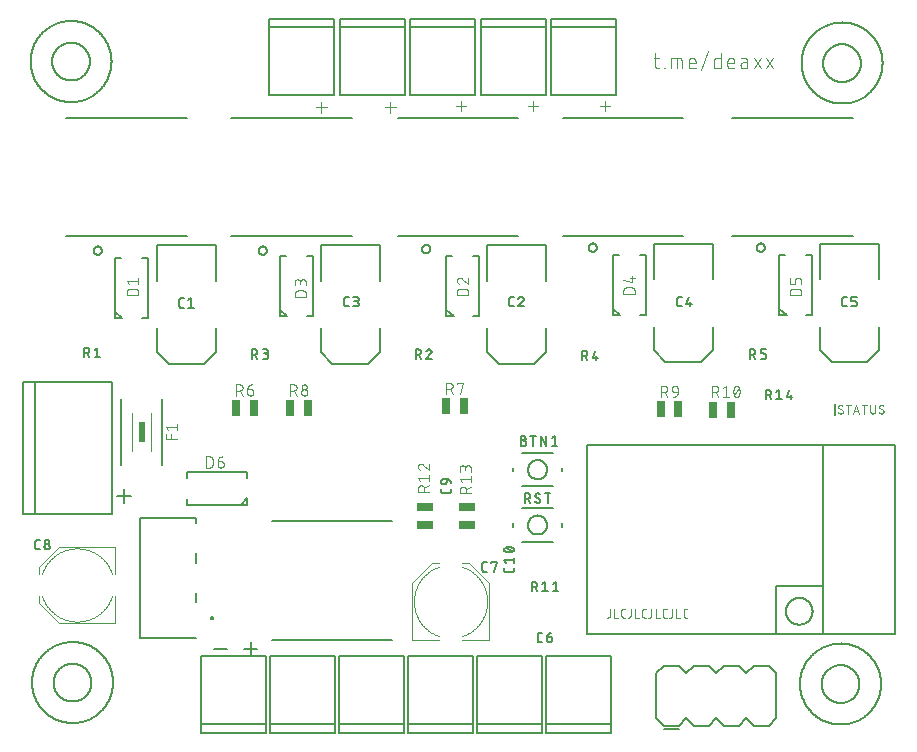
<source format=gbr>
G04 EAGLE Gerber RS-274X export*
G75*
%MOMM*%
%FSLAX34Y34*%
%LPD*%
%INSilkscreen Top*%
%IPPOS*%
%AMOC8*
5,1,8,0,0,1.08239X$1,22.5*%
G01*
%ADD10C,0.076200*%
%ADD11C,0.101600*%
%ADD12C,0.152400*%
%ADD13C,0.127000*%
%ADD14C,0.200000*%
%ADD15C,0.203200*%
%ADD16R,0.650000X1.400000*%
%ADD17R,1.400000X0.650000*%
%ADD18C,0.070000*%
%ADD19R,0.600000X1.800000*%
%ADD20R,0.600000X1.100000*%


D10*
X498136Y104267D02*
X498136Y98538D01*
X498134Y98460D01*
X498129Y98382D01*
X498119Y98305D01*
X498106Y98228D01*
X498090Y98152D01*
X498070Y98077D01*
X498046Y98003D01*
X498019Y97930D01*
X497988Y97858D01*
X497954Y97788D01*
X497917Y97720D01*
X497876Y97653D01*
X497832Y97588D01*
X497786Y97526D01*
X497736Y97466D01*
X497684Y97408D01*
X497629Y97353D01*
X497571Y97301D01*
X497511Y97251D01*
X497449Y97205D01*
X497384Y97161D01*
X497318Y97120D01*
X497249Y97083D01*
X497179Y97049D01*
X497107Y97018D01*
X497034Y96991D01*
X496960Y96967D01*
X496885Y96947D01*
X496809Y96931D01*
X496732Y96918D01*
X496655Y96908D01*
X496577Y96903D01*
X496499Y96901D01*
X495681Y96901D01*
X501830Y96901D02*
X501830Y104267D01*
X501830Y96901D02*
X505104Y96901D01*
X509524Y96901D02*
X511161Y96901D01*
X509524Y96901D02*
X509446Y96903D01*
X509368Y96908D01*
X509291Y96918D01*
X509214Y96931D01*
X509138Y96947D01*
X509063Y96967D01*
X508989Y96991D01*
X508916Y97018D01*
X508844Y97049D01*
X508774Y97083D01*
X508706Y97120D01*
X508639Y97161D01*
X508574Y97205D01*
X508512Y97251D01*
X508452Y97301D01*
X508394Y97353D01*
X508339Y97408D01*
X508287Y97466D01*
X508237Y97526D01*
X508191Y97588D01*
X508147Y97653D01*
X508106Y97720D01*
X508069Y97788D01*
X508035Y97858D01*
X508004Y97930D01*
X507977Y98003D01*
X507953Y98077D01*
X507933Y98152D01*
X507917Y98228D01*
X507904Y98305D01*
X507894Y98382D01*
X507889Y98460D01*
X507887Y98538D01*
X507888Y98538D02*
X507888Y102630D01*
X507887Y102630D02*
X507889Y102710D01*
X507895Y102790D01*
X507905Y102870D01*
X507918Y102949D01*
X507936Y103028D01*
X507957Y103105D01*
X507983Y103181D01*
X508012Y103256D01*
X508044Y103330D01*
X508080Y103402D01*
X508120Y103472D01*
X508163Y103539D01*
X508209Y103605D01*
X508259Y103668D01*
X508311Y103729D01*
X508366Y103788D01*
X508425Y103843D01*
X508485Y103895D01*
X508549Y103945D01*
X508615Y103991D01*
X508682Y104034D01*
X508752Y104074D01*
X508824Y104110D01*
X508898Y104142D01*
X508972Y104171D01*
X509049Y104197D01*
X509126Y104218D01*
X509205Y104236D01*
X509284Y104249D01*
X509364Y104259D01*
X509444Y104265D01*
X509524Y104267D01*
X511161Y104267D01*
X515693Y104267D02*
X515693Y98538D01*
X515691Y98460D01*
X515686Y98382D01*
X515676Y98305D01*
X515663Y98228D01*
X515647Y98152D01*
X515627Y98077D01*
X515603Y98003D01*
X515576Y97930D01*
X515545Y97858D01*
X515511Y97788D01*
X515474Y97720D01*
X515433Y97653D01*
X515389Y97588D01*
X515343Y97526D01*
X515293Y97466D01*
X515241Y97408D01*
X515186Y97353D01*
X515128Y97301D01*
X515068Y97251D01*
X515006Y97205D01*
X514941Y97161D01*
X514875Y97120D01*
X514806Y97083D01*
X514736Y97049D01*
X514664Y97018D01*
X514591Y96991D01*
X514517Y96967D01*
X514442Y96947D01*
X514366Y96931D01*
X514289Y96918D01*
X514212Y96908D01*
X514134Y96903D01*
X514056Y96901D01*
X513237Y96901D01*
X519387Y96901D02*
X519387Y104267D01*
X519387Y96901D02*
X522660Y96901D01*
X527081Y96901D02*
X528718Y96901D01*
X527081Y96901D02*
X527003Y96903D01*
X526925Y96908D01*
X526848Y96918D01*
X526771Y96931D01*
X526695Y96947D01*
X526620Y96967D01*
X526546Y96991D01*
X526473Y97018D01*
X526401Y97049D01*
X526331Y97083D01*
X526263Y97120D01*
X526196Y97161D01*
X526131Y97205D01*
X526069Y97251D01*
X526009Y97301D01*
X525951Y97353D01*
X525896Y97408D01*
X525844Y97466D01*
X525794Y97526D01*
X525748Y97588D01*
X525704Y97653D01*
X525663Y97720D01*
X525626Y97788D01*
X525592Y97858D01*
X525561Y97930D01*
X525534Y98003D01*
X525510Y98077D01*
X525490Y98152D01*
X525474Y98228D01*
X525461Y98305D01*
X525451Y98382D01*
X525446Y98460D01*
X525444Y98538D01*
X525444Y102630D01*
X525446Y102710D01*
X525452Y102790D01*
X525462Y102870D01*
X525475Y102949D01*
X525493Y103028D01*
X525514Y103105D01*
X525540Y103181D01*
X525569Y103256D01*
X525601Y103330D01*
X525637Y103402D01*
X525677Y103472D01*
X525720Y103539D01*
X525766Y103605D01*
X525816Y103668D01*
X525868Y103729D01*
X525923Y103788D01*
X525982Y103843D01*
X526042Y103895D01*
X526106Y103945D01*
X526172Y103991D01*
X526239Y104034D01*
X526309Y104074D01*
X526381Y104110D01*
X526455Y104142D01*
X526529Y104171D01*
X526606Y104197D01*
X526683Y104218D01*
X526762Y104236D01*
X526841Y104249D01*
X526921Y104259D01*
X527001Y104265D01*
X527081Y104267D01*
X528718Y104267D01*
X533249Y104267D02*
X533249Y98538D01*
X533247Y98460D01*
X533242Y98382D01*
X533232Y98305D01*
X533219Y98228D01*
X533203Y98152D01*
X533183Y98077D01*
X533159Y98003D01*
X533132Y97930D01*
X533101Y97858D01*
X533067Y97788D01*
X533030Y97720D01*
X532989Y97653D01*
X532945Y97588D01*
X532899Y97526D01*
X532849Y97466D01*
X532797Y97408D01*
X532742Y97353D01*
X532684Y97301D01*
X532624Y97251D01*
X532562Y97205D01*
X532497Y97161D01*
X532431Y97120D01*
X532362Y97083D01*
X532292Y97049D01*
X532220Y97018D01*
X532147Y96991D01*
X532073Y96967D01*
X531998Y96947D01*
X531922Y96931D01*
X531845Y96918D01*
X531768Y96908D01*
X531690Y96903D01*
X531612Y96901D01*
X530794Y96901D01*
X536943Y96901D02*
X536943Y104267D01*
X536943Y96901D02*
X540217Y96901D01*
X544637Y96901D02*
X546274Y96901D01*
X544637Y96901D02*
X544559Y96903D01*
X544481Y96908D01*
X544404Y96918D01*
X544327Y96931D01*
X544251Y96947D01*
X544176Y96967D01*
X544102Y96991D01*
X544029Y97018D01*
X543957Y97049D01*
X543887Y97083D01*
X543819Y97120D01*
X543752Y97161D01*
X543687Y97205D01*
X543625Y97251D01*
X543565Y97301D01*
X543507Y97353D01*
X543452Y97408D01*
X543400Y97466D01*
X543350Y97526D01*
X543304Y97588D01*
X543260Y97653D01*
X543219Y97720D01*
X543182Y97788D01*
X543148Y97858D01*
X543117Y97930D01*
X543090Y98003D01*
X543066Y98077D01*
X543046Y98152D01*
X543030Y98228D01*
X543017Y98305D01*
X543007Y98382D01*
X543002Y98460D01*
X543000Y98538D01*
X543000Y102630D01*
X543002Y102710D01*
X543008Y102790D01*
X543018Y102870D01*
X543031Y102949D01*
X543049Y103028D01*
X543070Y103105D01*
X543096Y103181D01*
X543125Y103256D01*
X543157Y103330D01*
X543193Y103402D01*
X543233Y103472D01*
X543276Y103539D01*
X543322Y103605D01*
X543372Y103668D01*
X543424Y103729D01*
X543479Y103788D01*
X543538Y103843D01*
X543598Y103895D01*
X543662Y103945D01*
X543728Y103991D01*
X543795Y104034D01*
X543865Y104074D01*
X543937Y104110D01*
X544011Y104142D01*
X544085Y104171D01*
X544162Y104197D01*
X544239Y104218D01*
X544318Y104236D01*
X544397Y104249D01*
X544477Y104259D01*
X544557Y104265D01*
X544637Y104267D01*
X546274Y104267D01*
X550805Y104267D02*
X550805Y98538D01*
X550806Y98538D02*
X550804Y98460D01*
X550799Y98382D01*
X550789Y98305D01*
X550776Y98228D01*
X550760Y98152D01*
X550740Y98077D01*
X550716Y98003D01*
X550689Y97930D01*
X550658Y97858D01*
X550624Y97788D01*
X550587Y97720D01*
X550546Y97653D01*
X550502Y97588D01*
X550456Y97526D01*
X550406Y97466D01*
X550354Y97408D01*
X550299Y97353D01*
X550241Y97301D01*
X550181Y97251D01*
X550119Y97205D01*
X550054Y97161D01*
X549988Y97120D01*
X549919Y97083D01*
X549849Y97049D01*
X549777Y97018D01*
X549704Y96991D01*
X549630Y96967D01*
X549555Y96947D01*
X549479Y96931D01*
X549402Y96918D01*
X549325Y96908D01*
X549247Y96903D01*
X549169Y96901D01*
X548350Y96901D01*
X554499Y96901D02*
X554499Y104267D01*
X554499Y96901D02*
X557773Y96901D01*
X562194Y96901D02*
X563830Y96901D01*
X562194Y96901D02*
X562116Y96903D01*
X562038Y96908D01*
X561961Y96918D01*
X561884Y96931D01*
X561808Y96947D01*
X561733Y96967D01*
X561659Y96991D01*
X561586Y97018D01*
X561514Y97049D01*
X561444Y97083D01*
X561376Y97120D01*
X561309Y97161D01*
X561244Y97205D01*
X561182Y97251D01*
X561122Y97301D01*
X561064Y97353D01*
X561009Y97408D01*
X560957Y97466D01*
X560907Y97526D01*
X560861Y97588D01*
X560817Y97653D01*
X560776Y97720D01*
X560739Y97788D01*
X560705Y97858D01*
X560674Y97930D01*
X560647Y98003D01*
X560623Y98077D01*
X560603Y98152D01*
X560587Y98228D01*
X560574Y98305D01*
X560564Y98382D01*
X560559Y98460D01*
X560557Y98538D01*
X560557Y102630D01*
X560559Y102710D01*
X560565Y102790D01*
X560575Y102870D01*
X560588Y102949D01*
X560606Y103028D01*
X560627Y103105D01*
X560653Y103181D01*
X560682Y103256D01*
X560714Y103330D01*
X560750Y103402D01*
X560790Y103472D01*
X560833Y103539D01*
X560879Y103605D01*
X560929Y103668D01*
X560981Y103729D01*
X561036Y103788D01*
X561095Y103843D01*
X561155Y103895D01*
X561219Y103945D01*
X561285Y103991D01*
X561352Y104034D01*
X561422Y104074D01*
X561494Y104110D01*
X561568Y104142D01*
X561642Y104171D01*
X561719Y104197D01*
X561796Y104218D01*
X561875Y104236D01*
X561954Y104249D01*
X562034Y104259D01*
X562114Y104265D01*
X562194Y104267D01*
X563830Y104267D01*
D11*
X539581Y570653D02*
X535178Y570653D01*
X536646Y575056D02*
X536646Y564049D01*
X536648Y563958D01*
X536654Y563867D01*
X536663Y563777D01*
X536676Y563687D01*
X536693Y563597D01*
X536713Y563509D01*
X536738Y563421D01*
X536765Y563334D01*
X536797Y563249D01*
X536831Y563165D01*
X536870Y563082D01*
X536911Y563001D01*
X536956Y562922D01*
X537004Y562845D01*
X537056Y562770D01*
X537110Y562697D01*
X537167Y562626D01*
X537228Y562558D01*
X537291Y562493D01*
X537356Y562430D01*
X537425Y562369D01*
X537495Y562312D01*
X537568Y562258D01*
X537643Y562206D01*
X537720Y562158D01*
X537799Y562113D01*
X537880Y562072D01*
X537963Y562033D01*
X538047Y561999D01*
X538132Y561967D01*
X538219Y561939D01*
X538307Y561915D01*
X538395Y561895D01*
X538485Y561878D01*
X538575Y561865D01*
X538665Y561856D01*
X538756Y561850D01*
X538847Y561848D01*
X539581Y561848D01*
X543938Y561848D02*
X543938Y562582D01*
X544672Y562582D01*
X544672Y561848D01*
X543938Y561848D01*
X550143Y561848D02*
X550143Y570653D01*
X556747Y570653D01*
X556838Y570651D01*
X556929Y570645D01*
X557019Y570636D01*
X557109Y570623D01*
X557199Y570606D01*
X557287Y570586D01*
X557375Y570561D01*
X557462Y570534D01*
X557547Y570502D01*
X557631Y570468D01*
X557714Y570429D01*
X557795Y570388D01*
X557874Y570343D01*
X557951Y570295D01*
X558026Y570243D01*
X558099Y570189D01*
X558170Y570132D01*
X558238Y570071D01*
X558303Y570008D01*
X558366Y569943D01*
X558427Y569875D01*
X558484Y569804D01*
X558538Y569731D01*
X558590Y569656D01*
X558638Y569579D01*
X558683Y569500D01*
X558724Y569419D01*
X558763Y569336D01*
X558797Y569252D01*
X558829Y569167D01*
X558856Y569080D01*
X558881Y568992D01*
X558901Y568904D01*
X558918Y568814D01*
X558931Y568724D01*
X558940Y568634D01*
X558946Y568543D01*
X558948Y568452D01*
X558949Y568452D02*
X558949Y561848D01*
X554546Y561848D02*
X554546Y570653D01*
X567040Y561848D02*
X570709Y561848D01*
X567040Y561848D02*
X566949Y561850D01*
X566858Y561856D01*
X566768Y561865D01*
X566678Y561878D01*
X566588Y561895D01*
X566500Y561915D01*
X566412Y561940D01*
X566325Y561967D01*
X566240Y561999D01*
X566156Y562033D01*
X566073Y562072D01*
X565992Y562113D01*
X565913Y562158D01*
X565836Y562206D01*
X565761Y562258D01*
X565688Y562312D01*
X565617Y562369D01*
X565549Y562430D01*
X565484Y562493D01*
X565421Y562558D01*
X565360Y562626D01*
X565303Y562697D01*
X565249Y562770D01*
X565197Y562845D01*
X565149Y562922D01*
X565104Y563001D01*
X565063Y563082D01*
X565024Y563165D01*
X564990Y563249D01*
X564958Y563334D01*
X564931Y563421D01*
X564906Y563509D01*
X564886Y563597D01*
X564869Y563687D01*
X564856Y563777D01*
X564847Y563867D01*
X564841Y563958D01*
X564839Y564049D01*
X564839Y567718D01*
X564841Y567825D01*
X564847Y567932D01*
X564857Y568039D01*
X564870Y568145D01*
X564888Y568251D01*
X564909Y568356D01*
X564934Y568460D01*
X564963Y568564D01*
X564996Y568666D01*
X565033Y568766D01*
X565073Y568866D01*
X565117Y568964D01*
X565164Y569060D01*
X565215Y569154D01*
X565269Y569247D01*
X565326Y569337D01*
X565387Y569426D01*
X565451Y569512D01*
X565518Y569595D01*
X565588Y569677D01*
X565661Y569755D01*
X565737Y569831D01*
X565815Y569904D01*
X565897Y569974D01*
X565980Y570041D01*
X566066Y570105D01*
X566155Y570166D01*
X566245Y570223D01*
X566338Y570277D01*
X566432Y570328D01*
X566528Y570375D01*
X566626Y570419D01*
X566726Y570459D01*
X566826Y570496D01*
X566928Y570529D01*
X567032Y570558D01*
X567136Y570583D01*
X567241Y570604D01*
X567347Y570622D01*
X567453Y570635D01*
X567560Y570645D01*
X567667Y570651D01*
X567774Y570653D01*
X567881Y570651D01*
X567988Y570645D01*
X568095Y570635D01*
X568201Y570622D01*
X568307Y570604D01*
X568412Y570583D01*
X568516Y570558D01*
X568620Y570529D01*
X568722Y570496D01*
X568822Y570459D01*
X568922Y570419D01*
X569020Y570375D01*
X569116Y570328D01*
X569210Y570277D01*
X569303Y570223D01*
X569393Y570166D01*
X569482Y570105D01*
X569568Y570041D01*
X569651Y569974D01*
X569733Y569904D01*
X569811Y569831D01*
X569887Y569755D01*
X569960Y569677D01*
X570030Y569595D01*
X570097Y569512D01*
X570161Y569426D01*
X570222Y569337D01*
X570279Y569247D01*
X570333Y569154D01*
X570384Y569060D01*
X570431Y568964D01*
X570475Y568866D01*
X570515Y568766D01*
X570552Y568666D01*
X570585Y568564D01*
X570614Y568460D01*
X570639Y568356D01*
X570660Y568251D01*
X570678Y568145D01*
X570691Y568039D01*
X570701Y567932D01*
X570707Y567825D01*
X570709Y567718D01*
X570709Y566251D01*
X564839Y566251D01*
X575507Y560380D02*
X581377Y576524D01*
X591983Y575056D02*
X591983Y561848D01*
X588314Y561848D01*
X588223Y561850D01*
X588132Y561856D01*
X588042Y561865D01*
X587952Y561878D01*
X587862Y561895D01*
X587774Y561915D01*
X587686Y561940D01*
X587599Y561967D01*
X587514Y561999D01*
X587430Y562033D01*
X587347Y562072D01*
X587266Y562113D01*
X587187Y562158D01*
X587110Y562206D01*
X587035Y562258D01*
X586962Y562312D01*
X586891Y562369D01*
X586823Y562430D01*
X586758Y562493D01*
X586695Y562558D01*
X586634Y562626D01*
X586577Y562697D01*
X586523Y562770D01*
X586471Y562845D01*
X586423Y562922D01*
X586378Y563001D01*
X586337Y563082D01*
X586298Y563165D01*
X586264Y563249D01*
X586232Y563334D01*
X586205Y563421D01*
X586180Y563509D01*
X586160Y563597D01*
X586143Y563687D01*
X586130Y563777D01*
X586121Y563867D01*
X586115Y563958D01*
X586113Y564049D01*
X586113Y568452D01*
X586115Y568543D01*
X586121Y568634D01*
X586130Y568724D01*
X586143Y568814D01*
X586160Y568904D01*
X586180Y568992D01*
X586205Y569080D01*
X586232Y569167D01*
X586264Y569252D01*
X586298Y569336D01*
X586337Y569419D01*
X586378Y569500D01*
X586423Y569579D01*
X586471Y569656D01*
X586523Y569731D01*
X586577Y569804D01*
X586634Y569875D01*
X586695Y569943D01*
X586758Y570008D01*
X586823Y570071D01*
X586891Y570132D01*
X586962Y570189D01*
X587035Y570243D01*
X587110Y570295D01*
X587187Y570343D01*
X587266Y570388D01*
X587347Y570429D01*
X587430Y570468D01*
X587514Y570502D01*
X587599Y570534D01*
X587686Y570561D01*
X587774Y570586D01*
X587862Y570606D01*
X587952Y570623D01*
X588042Y570636D01*
X588132Y570645D01*
X588223Y570651D01*
X588314Y570653D01*
X591983Y570653D01*
X599898Y561848D02*
X603567Y561848D01*
X599898Y561848D02*
X599807Y561850D01*
X599716Y561856D01*
X599626Y561865D01*
X599536Y561878D01*
X599446Y561895D01*
X599358Y561915D01*
X599270Y561940D01*
X599183Y561967D01*
X599098Y561999D01*
X599014Y562033D01*
X598931Y562072D01*
X598850Y562113D01*
X598771Y562158D01*
X598694Y562206D01*
X598619Y562258D01*
X598546Y562312D01*
X598475Y562369D01*
X598407Y562430D01*
X598342Y562493D01*
X598279Y562558D01*
X598218Y562626D01*
X598161Y562697D01*
X598107Y562770D01*
X598055Y562845D01*
X598007Y562922D01*
X597962Y563001D01*
X597921Y563082D01*
X597882Y563165D01*
X597848Y563249D01*
X597816Y563334D01*
X597789Y563421D01*
X597764Y563509D01*
X597744Y563597D01*
X597727Y563687D01*
X597714Y563777D01*
X597705Y563867D01*
X597699Y563958D01*
X597697Y564049D01*
X597697Y567718D01*
X597699Y567825D01*
X597705Y567932D01*
X597715Y568039D01*
X597728Y568145D01*
X597746Y568251D01*
X597767Y568356D01*
X597792Y568460D01*
X597821Y568564D01*
X597854Y568666D01*
X597891Y568766D01*
X597931Y568866D01*
X597975Y568964D01*
X598022Y569060D01*
X598073Y569154D01*
X598127Y569247D01*
X598184Y569337D01*
X598245Y569426D01*
X598309Y569512D01*
X598376Y569595D01*
X598446Y569677D01*
X598519Y569755D01*
X598595Y569831D01*
X598673Y569904D01*
X598755Y569974D01*
X598838Y570041D01*
X598924Y570105D01*
X599013Y570166D01*
X599103Y570223D01*
X599196Y570277D01*
X599290Y570328D01*
X599386Y570375D01*
X599484Y570419D01*
X599584Y570459D01*
X599684Y570496D01*
X599786Y570529D01*
X599890Y570558D01*
X599994Y570583D01*
X600099Y570604D01*
X600205Y570622D01*
X600311Y570635D01*
X600418Y570645D01*
X600525Y570651D01*
X600632Y570653D01*
X600739Y570651D01*
X600846Y570645D01*
X600953Y570635D01*
X601059Y570622D01*
X601165Y570604D01*
X601270Y570583D01*
X601374Y570558D01*
X601478Y570529D01*
X601580Y570496D01*
X601680Y570459D01*
X601780Y570419D01*
X601878Y570375D01*
X601974Y570328D01*
X602068Y570277D01*
X602161Y570223D01*
X602251Y570166D01*
X602340Y570105D01*
X602426Y570041D01*
X602509Y569974D01*
X602591Y569904D01*
X602669Y569831D01*
X602745Y569755D01*
X602818Y569677D01*
X602888Y569595D01*
X602955Y569512D01*
X603019Y569426D01*
X603080Y569337D01*
X603137Y569247D01*
X603191Y569154D01*
X603242Y569060D01*
X603289Y568964D01*
X603333Y568866D01*
X603373Y568766D01*
X603410Y568666D01*
X603443Y568564D01*
X603472Y568460D01*
X603497Y568356D01*
X603518Y568251D01*
X603536Y568145D01*
X603549Y568039D01*
X603559Y567932D01*
X603565Y567825D01*
X603567Y567718D01*
X603567Y566251D01*
X597697Y566251D01*
X611297Y566984D02*
X614599Y566984D01*
X611297Y566984D02*
X611197Y566982D01*
X611098Y566976D01*
X610999Y566967D01*
X610900Y566953D01*
X610802Y566936D01*
X610705Y566915D01*
X610608Y566890D01*
X610513Y566861D01*
X610419Y566829D01*
X610326Y566793D01*
X610234Y566754D01*
X610144Y566711D01*
X610056Y566664D01*
X609970Y566615D01*
X609886Y566562D01*
X609804Y566505D01*
X609724Y566446D01*
X609646Y566383D01*
X609571Y566318D01*
X609499Y566249D01*
X609429Y566178D01*
X609362Y566105D01*
X609298Y566028D01*
X609237Y565950D01*
X609179Y565868D01*
X609125Y565785D01*
X609073Y565700D01*
X609025Y565613D01*
X608980Y565524D01*
X608939Y565433D01*
X608901Y565341D01*
X608867Y565247D01*
X608837Y565153D01*
X608810Y565057D01*
X608787Y564960D01*
X608768Y564862D01*
X608753Y564764D01*
X608741Y564665D01*
X608733Y564565D01*
X608729Y564466D01*
X608729Y564366D01*
X608733Y564267D01*
X608741Y564167D01*
X608753Y564068D01*
X608768Y563970D01*
X608787Y563872D01*
X608810Y563775D01*
X608837Y563679D01*
X608867Y563585D01*
X608901Y563491D01*
X608939Y563399D01*
X608980Y563308D01*
X609025Y563219D01*
X609073Y563132D01*
X609125Y563047D01*
X609179Y562964D01*
X609237Y562882D01*
X609298Y562804D01*
X609362Y562727D01*
X609429Y562654D01*
X609499Y562583D01*
X609571Y562514D01*
X609646Y562449D01*
X609724Y562386D01*
X609804Y562327D01*
X609886Y562270D01*
X609970Y562217D01*
X610056Y562168D01*
X610144Y562121D01*
X610234Y562078D01*
X610326Y562039D01*
X610419Y562003D01*
X610513Y561971D01*
X610608Y561942D01*
X610705Y561917D01*
X610802Y561896D01*
X610900Y561879D01*
X610999Y561865D01*
X611098Y561856D01*
X611197Y561850D01*
X611297Y561848D01*
X614599Y561848D01*
X614599Y568452D01*
X614597Y568543D01*
X614591Y568634D01*
X614582Y568724D01*
X614569Y568814D01*
X614552Y568904D01*
X614532Y568992D01*
X614507Y569080D01*
X614480Y569167D01*
X614448Y569252D01*
X614414Y569336D01*
X614375Y569419D01*
X614334Y569500D01*
X614289Y569579D01*
X614241Y569656D01*
X614189Y569731D01*
X614135Y569804D01*
X614078Y569875D01*
X614017Y569943D01*
X613954Y570008D01*
X613889Y570071D01*
X613821Y570132D01*
X613750Y570189D01*
X613677Y570243D01*
X613602Y570295D01*
X613525Y570343D01*
X613446Y570388D01*
X613365Y570429D01*
X613282Y570468D01*
X613198Y570502D01*
X613113Y570534D01*
X613026Y570561D01*
X612938Y570586D01*
X612850Y570606D01*
X612760Y570623D01*
X612670Y570636D01*
X612580Y570645D01*
X612489Y570651D01*
X612398Y570653D01*
X609463Y570653D01*
X619886Y561848D02*
X625756Y570653D01*
X619886Y570653D02*
X625756Y561848D01*
X630127Y561848D02*
X635998Y570653D01*
X630127Y570653D02*
X635998Y561848D01*
X258233Y528884D02*
X249428Y528884D01*
X253831Y524482D02*
X253831Y533287D01*
X307848Y528884D02*
X316653Y528884D01*
X312251Y524482D02*
X312251Y533287D01*
X367538Y530154D02*
X376343Y530154D01*
X371941Y525752D02*
X371941Y534557D01*
X428498Y530154D02*
X437303Y530154D01*
X432901Y525752D02*
X432901Y534557D01*
X489458Y530154D02*
X498263Y530154D01*
X493861Y525752D02*
X493861Y534557D01*
D10*
X695353Y271258D02*
X695351Y271180D01*
X695346Y271102D01*
X695336Y271025D01*
X695323Y270948D01*
X695307Y270872D01*
X695287Y270797D01*
X695263Y270723D01*
X695236Y270650D01*
X695205Y270578D01*
X695171Y270508D01*
X695134Y270440D01*
X695093Y270373D01*
X695049Y270308D01*
X695003Y270246D01*
X694953Y270186D01*
X694901Y270128D01*
X694846Y270073D01*
X694788Y270021D01*
X694728Y269971D01*
X694666Y269925D01*
X694601Y269881D01*
X694535Y269840D01*
X694466Y269803D01*
X694396Y269769D01*
X694324Y269738D01*
X694251Y269711D01*
X694177Y269687D01*
X694102Y269667D01*
X694026Y269651D01*
X693949Y269638D01*
X693872Y269628D01*
X693794Y269623D01*
X693716Y269621D01*
X693602Y269623D01*
X693489Y269628D01*
X693375Y269638D01*
X693262Y269651D01*
X693150Y269668D01*
X693038Y269688D01*
X692927Y269712D01*
X692816Y269740D01*
X692707Y269771D01*
X692599Y269806D01*
X692492Y269845D01*
X692386Y269887D01*
X692282Y269932D01*
X692179Y269981D01*
X692078Y270034D01*
X691979Y270089D01*
X691881Y270148D01*
X691786Y270210D01*
X691693Y270275D01*
X691601Y270343D01*
X691513Y270414D01*
X691426Y270488D01*
X691342Y270565D01*
X691261Y270644D01*
X691465Y275350D02*
X691467Y275428D01*
X691472Y275506D01*
X691482Y275583D01*
X691495Y275660D01*
X691511Y275736D01*
X691531Y275811D01*
X691555Y275885D01*
X691582Y275958D01*
X691613Y276030D01*
X691647Y276100D01*
X691684Y276169D01*
X691725Y276235D01*
X691769Y276300D01*
X691815Y276362D01*
X691865Y276422D01*
X691917Y276480D01*
X691972Y276535D01*
X692030Y276587D01*
X692090Y276637D01*
X692152Y276683D01*
X692217Y276727D01*
X692284Y276768D01*
X692352Y276805D01*
X692422Y276839D01*
X692494Y276870D01*
X692567Y276897D01*
X692641Y276921D01*
X692716Y276941D01*
X692792Y276957D01*
X692869Y276970D01*
X692946Y276980D01*
X693024Y276985D01*
X693102Y276987D01*
X693212Y276985D01*
X693321Y276979D01*
X693431Y276969D01*
X693539Y276956D01*
X693648Y276938D01*
X693755Y276917D01*
X693862Y276891D01*
X693968Y276862D01*
X694073Y276830D01*
X694176Y276793D01*
X694278Y276753D01*
X694379Y276709D01*
X694478Y276661D01*
X694575Y276611D01*
X694670Y276556D01*
X694763Y276498D01*
X694854Y276437D01*
X694943Y276373D01*
X692284Y273917D02*
X692217Y273959D01*
X692152Y274003D01*
X692090Y274051D01*
X692030Y274101D01*
X691972Y274154D01*
X691917Y274210D01*
X691865Y274269D01*
X691815Y274329D01*
X691768Y274393D01*
X691725Y274458D01*
X691684Y274525D01*
X691647Y274594D01*
X691613Y274665D01*
X691582Y274737D01*
X691555Y274811D01*
X691531Y274885D01*
X691511Y274961D01*
X691495Y275038D01*
X691482Y275115D01*
X691472Y275193D01*
X691467Y275272D01*
X691465Y275350D01*
X694535Y272690D02*
X694601Y272648D01*
X694666Y272604D01*
X694728Y272557D01*
X694788Y272506D01*
X694846Y272453D01*
X694901Y272397D01*
X694954Y272339D01*
X695003Y272278D01*
X695050Y272215D01*
X695093Y272150D01*
X695134Y272083D01*
X695171Y272014D01*
X695205Y271943D01*
X695236Y271871D01*
X695263Y271797D01*
X695287Y271722D01*
X695307Y271647D01*
X695323Y271570D01*
X695336Y271493D01*
X695346Y271415D01*
X695351Y271336D01*
X695353Y271258D01*
X694535Y272690D02*
X692284Y273918D01*
X699891Y276987D02*
X699891Y269621D01*
X697845Y276987D02*
X701937Y276987D01*
X706718Y276987D02*
X704263Y269621D01*
X709174Y269621D02*
X706718Y276987D01*
X704877Y271463D02*
X708560Y271463D01*
X713546Y269621D02*
X713546Y276987D01*
X711500Y276987D02*
X715592Y276987D01*
X718571Y276987D02*
X718571Y271667D01*
X718573Y271578D01*
X718579Y271489D01*
X718589Y271400D01*
X718602Y271312D01*
X718619Y271224D01*
X718641Y271137D01*
X718666Y271052D01*
X718694Y270967D01*
X718727Y270884D01*
X718763Y270802D01*
X718802Y270722D01*
X718845Y270644D01*
X718891Y270568D01*
X718941Y270493D01*
X718994Y270421D01*
X719050Y270352D01*
X719109Y270285D01*
X719170Y270220D01*
X719235Y270159D01*
X719302Y270100D01*
X719371Y270044D01*
X719443Y269991D01*
X719518Y269941D01*
X719594Y269895D01*
X719672Y269852D01*
X719752Y269813D01*
X719834Y269777D01*
X719917Y269744D01*
X720002Y269716D01*
X720087Y269691D01*
X720174Y269669D01*
X720262Y269652D01*
X720350Y269639D01*
X720439Y269629D01*
X720528Y269623D01*
X720617Y269621D01*
X720706Y269623D01*
X720795Y269629D01*
X720884Y269639D01*
X720972Y269652D01*
X721060Y269669D01*
X721147Y269691D01*
X721232Y269716D01*
X721317Y269744D01*
X721400Y269777D01*
X721482Y269813D01*
X721562Y269852D01*
X721640Y269895D01*
X721716Y269941D01*
X721791Y269991D01*
X721863Y270044D01*
X721932Y270100D01*
X721999Y270159D01*
X722064Y270220D01*
X722125Y270285D01*
X722184Y270352D01*
X722240Y270421D01*
X722293Y270493D01*
X722343Y270568D01*
X722389Y270644D01*
X722432Y270722D01*
X722471Y270802D01*
X722507Y270884D01*
X722540Y270967D01*
X722568Y271052D01*
X722593Y271137D01*
X722615Y271224D01*
X722632Y271312D01*
X722645Y271400D01*
X722655Y271489D01*
X722661Y271578D01*
X722663Y271667D01*
X722663Y276987D01*
X729979Y271258D02*
X729977Y271180D01*
X729972Y271102D01*
X729962Y271025D01*
X729949Y270948D01*
X729933Y270872D01*
X729913Y270797D01*
X729889Y270723D01*
X729862Y270650D01*
X729831Y270578D01*
X729797Y270508D01*
X729760Y270440D01*
X729719Y270373D01*
X729675Y270308D01*
X729629Y270246D01*
X729579Y270186D01*
X729527Y270128D01*
X729472Y270073D01*
X729414Y270021D01*
X729354Y269971D01*
X729292Y269925D01*
X729227Y269881D01*
X729161Y269840D01*
X729092Y269803D01*
X729022Y269769D01*
X728950Y269738D01*
X728877Y269711D01*
X728803Y269687D01*
X728728Y269667D01*
X728652Y269651D01*
X728575Y269638D01*
X728498Y269628D01*
X728420Y269623D01*
X728342Y269621D01*
X728228Y269623D01*
X728115Y269628D01*
X728001Y269638D01*
X727888Y269651D01*
X727776Y269668D01*
X727664Y269688D01*
X727553Y269712D01*
X727442Y269740D01*
X727333Y269771D01*
X727225Y269806D01*
X727118Y269845D01*
X727012Y269887D01*
X726908Y269932D01*
X726805Y269981D01*
X726704Y270034D01*
X726605Y270089D01*
X726507Y270148D01*
X726412Y270210D01*
X726319Y270275D01*
X726227Y270343D01*
X726139Y270414D01*
X726052Y270488D01*
X725968Y270565D01*
X725887Y270644D01*
X726091Y275350D02*
X726093Y275428D01*
X726098Y275506D01*
X726108Y275583D01*
X726121Y275660D01*
X726137Y275736D01*
X726157Y275811D01*
X726181Y275885D01*
X726208Y275958D01*
X726239Y276030D01*
X726273Y276100D01*
X726310Y276169D01*
X726351Y276235D01*
X726395Y276300D01*
X726441Y276362D01*
X726491Y276422D01*
X726543Y276480D01*
X726598Y276535D01*
X726656Y276587D01*
X726716Y276637D01*
X726778Y276683D01*
X726843Y276727D01*
X726910Y276768D01*
X726978Y276805D01*
X727048Y276839D01*
X727120Y276870D01*
X727193Y276897D01*
X727267Y276921D01*
X727342Y276941D01*
X727418Y276957D01*
X727495Y276970D01*
X727572Y276980D01*
X727650Y276985D01*
X727728Y276987D01*
X727838Y276985D01*
X727947Y276979D01*
X728057Y276969D01*
X728165Y276956D01*
X728274Y276938D01*
X728381Y276917D01*
X728488Y276891D01*
X728594Y276862D01*
X728699Y276830D01*
X728802Y276793D01*
X728904Y276753D01*
X729005Y276709D01*
X729104Y276661D01*
X729201Y276611D01*
X729296Y276556D01*
X729389Y276498D01*
X729480Y276437D01*
X729569Y276373D01*
X726909Y273917D02*
X726842Y273959D01*
X726777Y274003D01*
X726715Y274051D01*
X726655Y274101D01*
X726597Y274154D01*
X726542Y274210D01*
X726490Y274269D01*
X726440Y274329D01*
X726393Y274393D01*
X726350Y274458D01*
X726309Y274525D01*
X726272Y274594D01*
X726238Y274665D01*
X726207Y274737D01*
X726180Y274811D01*
X726156Y274885D01*
X726136Y274961D01*
X726120Y275038D01*
X726107Y275115D01*
X726097Y275193D01*
X726092Y275272D01*
X726090Y275350D01*
X729160Y272690D02*
X729226Y272648D01*
X729291Y272604D01*
X729353Y272557D01*
X729413Y272506D01*
X729471Y272453D01*
X729526Y272397D01*
X729579Y272339D01*
X729628Y272278D01*
X729675Y272215D01*
X729718Y272150D01*
X729759Y272083D01*
X729796Y272014D01*
X729830Y271943D01*
X729861Y271871D01*
X729888Y271797D01*
X729912Y271722D01*
X729932Y271647D01*
X729948Y271570D01*
X729961Y271493D01*
X729971Y271415D01*
X729976Y271336D01*
X729978Y271258D01*
X729160Y272690D02*
X726909Y273918D01*
D12*
X92625Y199446D02*
X80772Y199446D01*
X86699Y193520D02*
X86699Y205373D01*
X163322Y70584D02*
X174159Y70584D01*
X188722Y70584D02*
X199559Y70584D01*
X194141Y65165D02*
X194141Y76002D01*
D13*
X61030Y407670D02*
X61032Y407788D01*
X61038Y407906D01*
X61048Y408024D01*
X61062Y408141D01*
X61080Y408258D01*
X61102Y408375D01*
X61127Y408490D01*
X61157Y408604D01*
X61191Y408718D01*
X61228Y408830D01*
X61269Y408941D01*
X61314Y409050D01*
X61362Y409158D01*
X61414Y409264D01*
X61470Y409369D01*
X61529Y409471D01*
X61591Y409571D01*
X61657Y409669D01*
X61726Y409765D01*
X61799Y409859D01*
X61874Y409950D01*
X61953Y410038D01*
X62034Y410124D01*
X62119Y410207D01*
X62206Y410287D01*
X62295Y410364D01*
X62388Y410438D01*
X62482Y410508D01*
X62579Y410576D01*
X62679Y410640D01*
X62780Y410701D01*
X62883Y410758D01*
X62989Y410812D01*
X63096Y410863D01*
X63204Y410909D01*
X63314Y410952D01*
X63426Y410991D01*
X63539Y411027D01*
X63653Y411058D01*
X63768Y411086D01*
X63883Y411110D01*
X64000Y411130D01*
X64117Y411146D01*
X64235Y411158D01*
X64353Y411166D01*
X64471Y411170D01*
X64589Y411170D01*
X64707Y411166D01*
X64825Y411158D01*
X64943Y411146D01*
X65060Y411130D01*
X65177Y411110D01*
X65292Y411086D01*
X65407Y411058D01*
X65521Y411027D01*
X65634Y410991D01*
X65746Y410952D01*
X65856Y410909D01*
X65964Y410863D01*
X66071Y410812D01*
X66177Y410758D01*
X66280Y410701D01*
X66381Y410640D01*
X66481Y410576D01*
X66578Y410508D01*
X66672Y410438D01*
X66765Y410364D01*
X66854Y410287D01*
X66941Y410207D01*
X67026Y410124D01*
X67107Y410038D01*
X67186Y409950D01*
X67261Y409859D01*
X67334Y409765D01*
X67403Y409669D01*
X67469Y409571D01*
X67531Y409471D01*
X67590Y409369D01*
X67646Y409264D01*
X67698Y409158D01*
X67746Y409050D01*
X67791Y408941D01*
X67832Y408830D01*
X67869Y408718D01*
X67903Y408604D01*
X67933Y408490D01*
X67958Y408375D01*
X67980Y408258D01*
X67998Y408141D01*
X68012Y408024D01*
X68022Y407906D01*
X68028Y407788D01*
X68030Y407670D01*
X68028Y407552D01*
X68022Y407434D01*
X68012Y407316D01*
X67998Y407199D01*
X67980Y407082D01*
X67958Y406965D01*
X67933Y406850D01*
X67903Y406736D01*
X67869Y406622D01*
X67832Y406510D01*
X67791Y406399D01*
X67746Y406290D01*
X67698Y406182D01*
X67646Y406076D01*
X67590Y405971D01*
X67531Y405869D01*
X67469Y405769D01*
X67403Y405671D01*
X67334Y405575D01*
X67261Y405481D01*
X67186Y405390D01*
X67107Y405302D01*
X67026Y405216D01*
X66941Y405133D01*
X66854Y405053D01*
X66765Y404976D01*
X66672Y404902D01*
X66578Y404832D01*
X66481Y404764D01*
X66381Y404700D01*
X66280Y404639D01*
X66177Y404582D01*
X66071Y404528D01*
X65964Y404477D01*
X65856Y404431D01*
X65746Y404388D01*
X65634Y404349D01*
X65521Y404313D01*
X65407Y404282D01*
X65292Y404254D01*
X65177Y404230D01*
X65060Y404210D01*
X64943Y404194D01*
X64825Y404182D01*
X64707Y404174D01*
X64589Y404170D01*
X64471Y404170D01*
X64353Y404174D01*
X64235Y404182D01*
X64117Y404194D01*
X64000Y404210D01*
X63883Y404230D01*
X63768Y404254D01*
X63653Y404282D01*
X63539Y404313D01*
X63426Y404349D01*
X63314Y404388D01*
X63204Y404431D01*
X63096Y404477D01*
X62989Y404528D01*
X62883Y404582D01*
X62780Y404639D01*
X62679Y404700D01*
X62579Y404764D01*
X62482Y404832D01*
X62388Y404902D01*
X62295Y404976D01*
X62206Y405053D01*
X62119Y405133D01*
X62034Y405216D01*
X61953Y405302D01*
X61874Y405390D01*
X61799Y405481D01*
X61726Y405575D01*
X61657Y405671D01*
X61591Y405769D01*
X61529Y405869D01*
X61470Y405971D01*
X61414Y406076D01*
X61362Y406182D01*
X61314Y406290D01*
X61269Y406399D01*
X61228Y406510D01*
X61191Y406622D01*
X61157Y406736D01*
X61127Y406850D01*
X61102Y406965D01*
X61080Y407082D01*
X61062Y407199D01*
X61048Y407316D01*
X61038Y407434D01*
X61032Y407552D01*
X61030Y407670D01*
D14*
X37900Y519900D02*
X139900Y519900D01*
X139900Y419900D02*
X37900Y419900D01*
X78740Y355600D02*
X78740Y350520D01*
X78740Y355600D02*
X78740Y401320D01*
X106680Y401320D02*
X106680Y350520D01*
X101600Y350520D01*
X85090Y350520D02*
X78740Y355600D01*
X78740Y350520D02*
X85090Y350520D01*
X83820Y401320D02*
X78740Y401320D01*
X101600Y401320D02*
X106680Y401320D01*
D10*
X98679Y369855D02*
X89281Y369855D01*
X89281Y372466D01*
X89283Y372566D01*
X89289Y372666D01*
X89298Y372765D01*
X89312Y372865D01*
X89329Y372963D01*
X89350Y373061D01*
X89374Y373158D01*
X89403Y373254D01*
X89435Y373349D01*
X89470Y373442D01*
X89509Y373534D01*
X89552Y373625D01*
X89598Y373713D01*
X89648Y373800D01*
X89700Y373885D01*
X89756Y373968D01*
X89815Y374049D01*
X89878Y374127D01*
X89943Y374203D01*
X90011Y374277D01*
X90081Y374347D01*
X90155Y374415D01*
X90231Y374480D01*
X90309Y374543D01*
X90390Y374602D01*
X90473Y374658D01*
X90558Y374710D01*
X90645Y374760D01*
X90733Y374806D01*
X90824Y374849D01*
X90916Y374888D01*
X91009Y374923D01*
X91104Y374955D01*
X91200Y374984D01*
X91297Y375008D01*
X91395Y375029D01*
X91493Y375046D01*
X91593Y375060D01*
X91692Y375069D01*
X91792Y375075D01*
X91892Y375077D01*
X91892Y375076D02*
X96068Y375076D01*
X96068Y375077D02*
X96168Y375075D01*
X96268Y375069D01*
X96367Y375060D01*
X96467Y375046D01*
X96565Y375029D01*
X96663Y375008D01*
X96760Y374984D01*
X96856Y374955D01*
X96951Y374923D01*
X97044Y374888D01*
X97136Y374849D01*
X97227Y374806D01*
X97315Y374760D01*
X97402Y374710D01*
X97487Y374658D01*
X97570Y374602D01*
X97651Y374543D01*
X97729Y374480D01*
X97805Y374415D01*
X97879Y374347D01*
X97949Y374277D01*
X98017Y374203D01*
X98082Y374127D01*
X98145Y374049D01*
X98204Y373968D01*
X98260Y373885D01*
X98312Y373800D01*
X98362Y373713D01*
X98408Y373625D01*
X98451Y373534D01*
X98490Y373442D01*
X98525Y373349D01*
X98557Y373254D01*
X98586Y373158D01*
X98610Y373061D01*
X98631Y372963D01*
X98648Y372865D01*
X98662Y372765D01*
X98671Y372666D01*
X98677Y372566D01*
X98679Y372466D01*
X98679Y369855D01*
X91369Y379304D02*
X89281Y381914D01*
X98679Y381914D01*
X98679Y379304D02*
X98679Y384525D01*
D15*
X52912Y325374D02*
X52912Y317246D01*
X52912Y325374D02*
X55170Y325374D01*
X55263Y325372D01*
X55356Y325366D01*
X55449Y325357D01*
X55542Y325343D01*
X55633Y325326D01*
X55724Y325305D01*
X55814Y325280D01*
X55903Y325252D01*
X55991Y325220D01*
X56077Y325184D01*
X56162Y325145D01*
X56245Y325102D01*
X56326Y325056D01*
X56405Y325006D01*
X56482Y324954D01*
X56557Y324898D01*
X56629Y324839D01*
X56699Y324777D01*
X56767Y324713D01*
X56831Y324645D01*
X56893Y324575D01*
X56952Y324503D01*
X57008Y324428D01*
X57060Y324351D01*
X57110Y324272D01*
X57156Y324191D01*
X57199Y324108D01*
X57238Y324023D01*
X57274Y323937D01*
X57306Y323849D01*
X57334Y323760D01*
X57359Y323670D01*
X57380Y323579D01*
X57397Y323488D01*
X57411Y323395D01*
X57420Y323302D01*
X57426Y323209D01*
X57428Y323116D01*
X57426Y323023D01*
X57420Y322930D01*
X57411Y322837D01*
X57397Y322744D01*
X57380Y322653D01*
X57359Y322562D01*
X57334Y322472D01*
X57306Y322383D01*
X57274Y322295D01*
X57238Y322209D01*
X57199Y322124D01*
X57156Y322041D01*
X57110Y321960D01*
X57060Y321881D01*
X57008Y321804D01*
X56952Y321729D01*
X56893Y321657D01*
X56831Y321587D01*
X56767Y321519D01*
X56699Y321455D01*
X56629Y321393D01*
X56557Y321334D01*
X56482Y321278D01*
X56405Y321226D01*
X56326Y321176D01*
X56245Y321130D01*
X56162Y321087D01*
X56077Y321048D01*
X55991Y321012D01*
X55903Y320980D01*
X55814Y320952D01*
X55724Y320927D01*
X55633Y320906D01*
X55542Y320889D01*
X55449Y320875D01*
X55356Y320866D01*
X55263Y320860D01*
X55170Y320858D01*
X52912Y320858D01*
X55621Y320858D02*
X57427Y317246D01*
X61953Y323568D02*
X64210Y325374D01*
X64210Y317246D01*
X61953Y317246D02*
X66468Y317246D01*
X164700Y381950D02*
X164700Y411950D01*
X114700Y411950D01*
X114700Y381950D01*
X164700Y341950D02*
X164700Y321950D01*
X154700Y311950D01*
X124700Y311950D01*
X114700Y321950D01*
X114700Y341950D01*
X135415Y359156D02*
X137221Y359156D01*
X135415Y359156D02*
X135332Y359158D01*
X135248Y359164D01*
X135165Y359173D01*
X135083Y359187D01*
X135002Y359204D01*
X134921Y359225D01*
X134841Y359250D01*
X134763Y359278D01*
X134686Y359310D01*
X134610Y359345D01*
X134536Y359384D01*
X134464Y359427D01*
X134394Y359472D01*
X134327Y359521D01*
X134261Y359573D01*
X134198Y359627D01*
X134138Y359685D01*
X134080Y359745D01*
X134026Y359808D01*
X133974Y359874D01*
X133925Y359941D01*
X133880Y360011D01*
X133837Y360083D01*
X133798Y360157D01*
X133763Y360233D01*
X133731Y360310D01*
X133703Y360388D01*
X133678Y360468D01*
X133657Y360549D01*
X133640Y360630D01*
X133626Y360712D01*
X133617Y360795D01*
X133611Y360879D01*
X133609Y360962D01*
X133609Y365478D01*
X133611Y365561D01*
X133617Y365645D01*
X133626Y365728D01*
X133640Y365810D01*
X133657Y365891D01*
X133678Y365972D01*
X133703Y366052D01*
X133731Y366130D01*
X133763Y366207D01*
X133798Y366283D01*
X133837Y366357D01*
X133880Y366429D01*
X133925Y366499D01*
X133974Y366566D01*
X134026Y366632D01*
X134080Y366695D01*
X134138Y366755D01*
X134198Y366813D01*
X134261Y366867D01*
X134327Y366919D01*
X134394Y366968D01*
X134464Y367013D01*
X134536Y367056D01*
X134610Y367095D01*
X134685Y367130D01*
X134763Y367162D01*
X134841Y367190D01*
X134921Y367215D01*
X135001Y367236D01*
X135083Y367253D01*
X135165Y367267D01*
X135248Y367276D01*
X135332Y367282D01*
X135415Y367284D01*
X137221Y367284D01*
X141275Y365478D02*
X143533Y367284D01*
X143533Y359156D01*
X141275Y359156D02*
X145791Y359156D01*
X209790Y604000D02*
X264790Y604000D01*
X264790Y596500D01*
X264790Y539000D01*
X209790Y539000D01*
X209790Y596500D01*
X209790Y604000D01*
X209790Y596500D02*
X264790Y596500D01*
D13*
X339160Y408940D02*
X339162Y409058D01*
X339168Y409176D01*
X339178Y409294D01*
X339192Y409411D01*
X339210Y409528D01*
X339232Y409645D01*
X339257Y409760D01*
X339287Y409874D01*
X339321Y409988D01*
X339358Y410100D01*
X339399Y410211D01*
X339444Y410320D01*
X339492Y410428D01*
X339544Y410534D01*
X339600Y410639D01*
X339659Y410741D01*
X339721Y410841D01*
X339787Y410939D01*
X339856Y411035D01*
X339929Y411129D01*
X340004Y411220D01*
X340083Y411308D01*
X340164Y411394D01*
X340249Y411477D01*
X340336Y411557D01*
X340425Y411634D01*
X340518Y411708D01*
X340612Y411778D01*
X340709Y411846D01*
X340809Y411910D01*
X340910Y411971D01*
X341013Y412028D01*
X341119Y412082D01*
X341226Y412133D01*
X341334Y412179D01*
X341444Y412222D01*
X341556Y412261D01*
X341669Y412297D01*
X341783Y412328D01*
X341898Y412356D01*
X342013Y412380D01*
X342130Y412400D01*
X342247Y412416D01*
X342365Y412428D01*
X342483Y412436D01*
X342601Y412440D01*
X342719Y412440D01*
X342837Y412436D01*
X342955Y412428D01*
X343073Y412416D01*
X343190Y412400D01*
X343307Y412380D01*
X343422Y412356D01*
X343537Y412328D01*
X343651Y412297D01*
X343764Y412261D01*
X343876Y412222D01*
X343986Y412179D01*
X344094Y412133D01*
X344201Y412082D01*
X344307Y412028D01*
X344410Y411971D01*
X344511Y411910D01*
X344611Y411846D01*
X344708Y411778D01*
X344802Y411708D01*
X344895Y411634D01*
X344984Y411557D01*
X345071Y411477D01*
X345156Y411394D01*
X345237Y411308D01*
X345316Y411220D01*
X345391Y411129D01*
X345464Y411035D01*
X345533Y410939D01*
X345599Y410841D01*
X345661Y410741D01*
X345720Y410639D01*
X345776Y410534D01*
X345828Y410428D01*
X345876Y410320D01*
X345921Y410211D01*
X345962Y410100D01*
X345999Y409988D01*
X346033Y409874D01*
X346063Y409760D01*
X346088Y409645D01*
X346110Y409528D01*
X346128Y409411D01*
X346142Y409294D01*
X346152Y409176D01*
X346158Y409058D01*
X346160Y408940D01*
X346158Y408822D01*
X346152Y408704D01*
X346142Y408586D01*
X346128Y408469D01*
X346110Y408352D01*
X346088Y408235D01*
X346063Y408120D01*
X346033Y408006D01*
X345999Y407892D01*
X345962Y407780D01*
X345921Y407669D01*
X345876Y407560D01*
X345828Y407452D01*
X345776Y407346D01*
X345720Y407241D01*
X345661Y407139D01*
X345599Y407039D01*
X345533Y406941D01*
X345464Y406845D01*
X345391Y406751D01*
X345316Y406660D01*
X345237Y406572D01*
X345156Y406486D01*
X345071Y406403D01*
X344984Y406323D01*
X344895Y406246D01*
X344802Y406172D01*
X344708Y406102D01*
X344611Y406034D01*
X344511Y405970D01*
X344410Y405909D01*
X344307Y405852D01*
X344201Y405798D01*
X344094Y405747D01*
X343986Y405701D01*
X343876Y405658D01*
X343764Y405619D01*
X343651Y405583D01*
X343537Y405552D01*
X343422Y405524D01*
X343307Y405500D01*
X343190Y405480D01*
X343073Y405464D01*
X342955Y405452D01*
X342837Y405444D01*
X342719Y405440D01*
X342601Y405440D01*
X342483Y405444D01*
X342365Y405452D01*
X342247Y405464D01*
X342130Y405480D01*
X342013Y405500D01*
X341898Y405524D01*
X341783Y405552D01*
X341669Y405583D01*
X341556Y405619D01*
X341444Y405658D01*
X341334Y405701D01*
X341226Y405747D01*
X341119Y405798D01*
X341013Y405852D01*
X340910Y405909D01*
X340809Y405970D01*
X340709Y406034D01*
X340612Y406102D01*
X340518Y406172D01*
X340425Y406246D01*
X340336Y406323D01*
X340249Y406403D01*
X340164Y406486D01*
X340083Y406572D01*
X340004Y406660D01*
X339929Y406751D01*
X339856Y406845D01*
X339787Y406941D01*
X339721Y407039D01*
X339659Y407139D01*
X339600Y407241D01*
X339544Y407346D01*
X339492Y407452D01*
X339444Y407560D01*
X339399Y407669D01*
X339358Y407780D01*
X339321Y407892D01*
X339287Y408006D01*
X339257Y408120D01*
X339232Y408235D01*
X339210Y408352D01*
X339192Y408469D01*
X339178Y408586D01*
X339168Y408704D01*
X339162Y408822D01*
X339160Y408940D01*
D14*
X318570Y519900D02*
X420570Y519900D01*
X420570Y419900D02*
X318570Y419900D01*
X359410Y356870D02*
X359410Y351790D01*
X359410Y356870D02*
X359410Y402590D01*
X387350Y402590D02*
X387350Y351790D01*
X382270Y351790D01*
X365760Y351790D02*
X359410Y356870D01*
X359410Y351790D02*
X365760Y351790D01*
X364490Y402590D02*
X359410Y402590D01*
X382270Y402590D02*
X387350Y402590D01*
D10*
X378079Y369855D02*
X368681Y369855D01*
X368681Y372466D01*
X368683Y372566D01*
X368689Y372666D01*
X368698Y372765D01*
X368712Y372865D01*
X368729Y372963D01*
X368750Y373061D01*
X368774Y373158D01*
X368803Y373254D01*
X368835Y373349D01*
X368870Y373442D01*
X368909Y373534D01*
X368952Y373625D01*
X368998Y373713D01*
X369048Y373800D01*
X369100Y373885D01*
X369156Y373968D01*
X369215Y374049D01*
X369278Y374127D01*
X369343Y374203D01*
X369411Y374277D01*
X369481Y374347D01*
X369555Y374415D01*
X369631Y374480D01*
X369709Y374543D01*
X369790Y374602D01*
X369873Y374658D01*
X369958Y374710D01*
X370045Y374760D01*
X370133Y374806D01*
X370224Y374849D01*
X370316Y374888D01*
X370409Y374923D01*
X370504Y374955D01*
X370600Y374984D01*
X370697Y375008D01*
X370795Y375029D01*
X370893Y375046D01*
X370993Y375060D01*
X371092Y375069D01*
X371192Y375075D01*
X371292Y375077D01*
X371292Y375076D02*
X375468Y375076D01*
X375468Y375077D02*
X375568Y375075D01*
X375668Y375069D01*
X375767Y375060D01*
X375867Y375046D01*
X375965Y375029D01*
X376063Y375008D01*
X376160Y374984D01*
X376256Y374955D01*
X376351Y374923D01*
X376444Y374888D01*
X376536Y374849D01*
X376627Y374806D01*
X376715Y374760D01*
X376802Y374710D01*
X376887Y374658D01*
X376970Y374602D01*
X377051Y374543D01*
X377129Y374480D01*
X377205Y374415D01*
X377279Y374347D01*
X377349Y374277D01*
X377417Y374203D01*
X377482Y374127D01*
X377545Y374049D01*
X377604Y373968D01*
X377660Y373885D01*
X377712Y373800D01*
X377762Y373713D01*
X377808Y373625D01*
X377851Y373534D01*
X377890Y373442D01*
X377925Y373349D01*
X377957Y373254D01*
X377986Y373158D01*
X378010Y373061D01*
X378031Y372963D01*
X378048Y372865D01*
X378062Y372765D01*
X378071Y372666D01*
X378077Y372566D01*
X378079Y372466D01*
X378079Y369855D01*
X368681Y382175D02*
X368683Y382270D01*
X368689Y382364D01*
X368698Y382458D01*
X368711Y382552D01*
X368728Y382645D01*
X368749Y382737D01*
X368774Y382829D01*
X368802Y382919D01*
X368834Y383008D01*
X368869Y383096D01*
X368908Y383182D01*
X368950Y383267D01*
X368996Y383350D01*
X369045Y383431D01*
X369097Y383510D01*
X369152Y383587D01*
X369211Y383661D01*
X369272Y383733D01*
X369336Y383803D01*
X369403Y383870D01*
X369473Y383934D01*
X369545Y383995D01*
X369619Y384054D01*
X369696Y384109D01*
X369775Y384161D01*
X369856Y384210D01*
X369939Y384256D01*
X370024Y384298D01*
X370110Y384337D01*
X370198Y384372D01*
X370287Y384404D01*
X370377Y384432D01*
X370469Y384457D01*
X370561Y384478D01*
X370654Y384495D01*
X370748Y384508D01*
X370842Y384517D01*
X370936Y384523D01*
X371031Y384525D01*
X368681Y382175D02*
X368683Y382067D01*
X368689Y381958D01*
X368699Y381850D01*
X368712Y381743D01*
X368730Y381636D01*
X368751Y381529D01*
X368776Y381424D01*
X368805Y381319D01*
X368837Y381216D01*
X368874Y381114D01*
X368914Y381013D01*
X368957Y380914D01*
X369004Y380816D01*
X369055Y380720D01*
X369109Y380626D01*
X369166Y380534D01*
X369227Y380444D01*
X369291Y380356D01*
X369357Y380271D01*
X369427Y380188D01*
X369500Y380108D01*
X369576Y380030D01*
X369654Y379955D01*
X369735Y379883D01*
X369819Y379814D01*
X369905Y379748D01*
X369993Y379685D01*
X370084Y379626D01*
X370176Y379569D01*
X370271Y379516D01*
X370368Y379467D01*
X370466Y379421D01*
X370565Y379378D01*
X370667Y379339D01*
X370769Y379304D01*
X372859Y383742D02*
X372790Y383811D01*
X372719Y383877D01*
X372646Y383941D01*
X372570Y384002D01*
X372491Y384060D01*
X372411Y384114D01*
X372328Y384166D01*
X372244Y384214D01*
X372158Y384260D01*
X372070Y384301D01*
X371980Y384340D01*
X371889Y384375D01*
X371797Y384406D01*
X371704Y384434D01*
X371610Y384458D01*
X371515Y384478D01*
X371419Y384495D01*
X371322Y384508D01*
X371225Y384517D01*
X371128Y384523D01*
X371031Y384525D01*
X372858Y383742D02*
X378079Y379304D01*
X378079Y384525D01*
D15*
X333582Y324104D02*
X333582Y315976D01*
X333582Y324104D02*
X335840Y324104D01*
X335933Y324102D01*
X336026Y324096D01*
X336119Y324087D01*
X336212Y324073D01*
X336303Y324056D01*
X336394Y324035D01*
X336484Y324010D01*
X336573Y323982D01*
X336661Y323950D01*
X336747Y323914D01*
X336832Y323875D01*
X336915Y323832D01*
X336996Y323786D01*
X337075Y323736D01*
X337152Y323684D01*
X337227Y323628D01*
X337299Y323569D01*
X337369Y323507D01*
X337437Y323443D01*
X337501Y323375D01*
X337563Y323305D01*
X337622Y323233D01*
X337678Y323158D01*
X337730Y323081D01*
X337780Y323002D01*
X337826Y322921D01*
X337869Y322838D01*
X337908Y322753D01*
X337944Y322667D01*
X337976Y322579D01*
X338004Y322490D01*
X338029Y322400D01*
X338050Y322309D01*
X338067Y322218D01*
X338081Y322125D01*
X338090Y322032D01*
X338096Y321939D01*
X338098Y321846D01*
X338096Y321753D01*
X338090Y321660D01*
X338081Y321567D01*
X338067Y321474D01*
X338050Y321383D01*
X338029Y321292D01*
X338004Y321202D01*
X337976Y321113D01*
X337944Y321025D01*
X337908Y320939D01*
X337869Y320854D01*
X337826Y320771D01*
X337780Y320690D01*
X337730Y320611D01*
X337678Y320534D01*
X337622Y320459D01*
X337563Y320387D01*
X337501Y320317D01*
X337437Y320249D01*
X337369Y320185D01*
X337299Y320123D01*
X337227Y320064D01*
X337152Y320008D01*
X337075Y319956D01*
X336996Y319906D01*
X336915Y319860D01*
X336832Y319817D01*
X336747Y319778D01*
X336661Y319742D01*
X336573Y319710D01*
X336484Y319682D01*
X336394Y319657D01*
X336303Y319636D01*
X336212Y319619D01*
X336119Y319605D01*
X336026Y319596D01*
X335933Y319590D01*
X335840Y319588D01*
X333582Y319588D01*
X336291Y319588D02*
X338097Y315976D01*
X345106Y324104D02*
X345195Y324102D01*
X345283Y324096D01*
X345371Y324087D01*
X345459Y324073D01*
X345546Y324056D01*
X345632Y324035D01*
X345717Y324010D01*
X345801Y323981D01*
X345884Y323949D01*
X345965Y323914D01*
X346044Y323874D01*
X346122Y323832D01*
X346198Y323786D01*
X346272Y323737D01*
X346343Y323684D01*
X346412Y323629D01*
X346479Y323570D01*
X346543Y323509D01*
X346604Y323445D01*
X346663Y323378D01*
X346718Y323309D01*
X346771Y323238D01*
X346820Y323164D01*
X346866Y323088D01*
X346908Y323010D01*
X346948Y322931D01*
X346983Y322850D01*
X347015Y322767D01*
X347044Y322683D01*
X347069Y322598D01*
X347090Y322512D01*
X347107Y322425D01*
X347121Y322337D01*
X347130Y322249D01*
X347136Y322161D01*
X347138Y322072D01*
X345106Y324104D02*
X345007Y324102D01*
X344907Y324096D01*
X344808Y324087D01*
X344710Y324074D01*
X344611Y324057D01*
X344514Y324036D01*
X344418Y324012D01*
X344322Y323984D01*
X344228Y323952D01*
X344135Y323917D01*
X344043Y323878D01*
X343953Y323836D01*
X343865Y323790D01*
X343778Y323741D01*
X343693Y323689D01*
X343611Y323633D01*
X343530Y323575D01*
X343452Y323513D01*
X343376Y323449D01*
X343303Y323382D01*
X343232Y323312D01*
X343165Y323239D01*
X343099Y323164D01*
X343037Y323086D01*
X342978Y323006D01*
X342922Y322924D01*
X342869Y322840D01*
X342819Y322753D01*
X342773Y322665D01*
X342730Y322576D01*
X342690Y322484D01*
X342654Y322391D01*
X342622Y322297D01*
X346462Y320491D02*
X346528Y320557D01*
X346591Y320625D01*
X346651Y320696D01*
X346708Y320770D01*
X346762Y320845D01*
X346812Y320923D01*
X346860Y321004D01*
X346903Y321086D01*
X346944Y321170D01*
X346980Y321255D01*
X347013Y321342D01*
X347043Y321430D01*
X347068Y321520D01*
X347090Y321610D01*
X347107Y321702D01*
X347121Y321794D01*
X347131Y321886D01*
X347137Y321979D01*
X347139Y322072D01*
X346461Y320492D02*
X342623Y315976D01*
X347138Y315976D01*
X444100Y381950D02*
X444100Y411950D01*
X394100Y411950D01*
X394100Y381950D01*
X444100Y341950D02*
X444100Y321950D01*
X434100Y311950D01*
X404100Y311950D01*
X394100Y321950D01*
X394100Y341950D01*
X414815Y360426D02*
X416621Y360426D01*
X414815Y360426D02*
X414732Y360428D01*
X414648Y360434D01*
X414565Y360443D01*
X414483Y360457D01*
X414402Y360474D01*
X414321Y360495D01*
X414241Y360520D01*
X414163Y360548D01*
X414086Y360580D01*
X414010Y360615D01*
X413936Y360654D01*
X413864Y360697D01*
X413794Y360742D01*
X413727Y360791D01*
X413661Y360843D01*
X413598Y360897D01*
X413538Y360955D01*
X413480Y361015D01*
X413426Y361078D01*
X413374Y361144D01*
X413325Y361211D01*
X413280Y361281D01*
X413237Y361353D01*
X413198Y361427D01*
X413163Y361503D01*
X413131Y361580D01*
X413103Y361658D01*
X413078Y361738D01*
X413057Y361819D01*
X413040Y361900D01*
X413026Y361982D01*
X413017Y362065D01*
X413011Y362149D01*
X413009Y362232D01*
X413009Y366748D01*
X413011Y366831D01*
X413017Y366915D01*
X413026Y366998D01*
X413040Y367080D01*
X413057Y367161D01*
X413078Y367242D01*
X413103Y367322D01*
X413131Y367400D01*
X413163Y367477D01*
X413198Y367553D01*
X413237Y367627D01*
X413280Y367699D01*
X413325Y367769D01*
X413374Y367836D01*
X413426Y367902D01*
X413480Y367965D01*
X413538Y368025D01*
X413598Y368083D01*
X413661Y368137D01*
X413727Y368189D01*
X413794Y368238D01*
X413864Y368283D01*
X413936Y368326D01*
X414010Y368365D01*
X414085Y368400D01*
X414163Y368432D01*
X414241Y368460D01*
X414321Y368485D01*
X414401Y368506D01*
X414483Y368523D01*
X414565Y368537D01*
X414648Y368546D01*
X414732Y368552D01*
X414815Y368554D01*
X416621Y368554D01*
X423159Y368554D02*
X423248Y368552D01*
X423336Y368546D01*
X423424Y368537D01*
X423512Y368523D01*
X423599Y368506D01*
X423685Y368485D01*
X423770Y368460D01*
X423854Y368431D01*
X423937Y368399D01*
X424018Y368364D01*
X424097Y368324D01*
X424175Y368282D01*
X424251Y368236D01*
X424325Y368187D01*
X424396Y368134D01*
X424465Y368079D01*
X424532Y368020D01*
X424596Y367959D01*
X424657Y367895D01*
X424716Y367828D01*
X424771Y367759D01*
X424824Y367688D01*
X424873Y367614D01*
X424919Y367538D01*
X424961Y367460D01*
X425001Y367381D01*
X425036Y367300D01*
X425068Y367217D01*
X425097Y367133D01*
X425122Y367048D01*
X425143Y366962D01*
X425160Y366875D01*
X425174Y366787D01*
X425183Y366699D01*
X425189Y366611D01*
X425191Y366522D01*
X423159Y368554D02*
X423060Y368552D01*
X422960Y368546D01*
X422861Y368537D01*
X422763Y368524D01*
X422664Y368507D01*
X422567Y368486D01*
X422471Y368462D01*
X422375Y368434D01*
X422281Y368402D01*
X422188Y368367D01*
X422096Y368328D01*
X422006Y368286D01*
X421918Y368240D01*
X421831Y368191D01*
X421746Y368139D01*
X421664Y368083D01*
X421583Y368025D01*
X421505Y367963D01*
X421429Y367899D01*
X421356Y367832D01*
X421285Y367762D01*
X421218Y367689D01*
X421152Y367614D01*
X421090Y367536D01*
X421031Y367456D01*
X420975Y367374D01*
X420922Y367290D01*
X420872Y367203D01*
X420826Y367115D01*
X420783Y367026D01*
X420743Y366934D01*
X420707Y366841D01*
X420675Y366747D01*
X424514Y364941D02*
X424580Y365007D01*
X424643Y365075D01*
X424703Y365146D01*
X424760Y365220D01*
X424814Y365295D01*
X424864Y365373D01*
X424912Y365454D01*
X424955Y365536D01*
X424996Y365620D01*
X425032Y365705D01*
X425065Y365792D01*
X425095Y365880D01*
X425120Y365970D01*
X425142Y366060D01*
X425159Y366152D01*
X425173Y366244D01*
X425183Y366336D01*
X425189Y366429D01*
X425191Y366522D01*
X424514Y364942D02*
X420675Y360426D01*
X425191Y360426D01*
X384170Y604000D02*
X329170Y604000D01*
X384170Y604000D02*
X384170Y596500D01*
X384170Y539000D01*
X329170Y539000D01*
X329170Y596500D01*
X329170Y604000D01*
X329170Y596500D02*
X384170Y596500D01*
D13*
X200730Y407670D02*
X200732Y407788D01*
X200738Y407906D01*
X200748Y408024D01*
X200762Y408141D01*
X200780Y408258D01*
X200802Y408375D01*
X200827Y408490D01*
X200857Y408604D01*
X200891Y408718D01*
X200928Y408830D01*
X200969Y408941D01*
X201014Y409050D01*
X201062Y409158D01*
X201114Y409264D01*
X201170Y409369D01*
X201229Y409471D01*
X201291Y409571D01*
X201357Y409669D01*
X201426Y409765D01*
X201499Y409859D01*
X201574Y409950D01*
X201653Y410038D01*
X201734Y410124D01*
X201819Y410207D01*
X201906Y410287D01*
X201995Y410364D01*
X202088Y410438D01*
X202182Y410508D01*
X202279Y410576D01*
X202379Y410640D01*
X202480Y410701D01*
X202583Y410758D01*
X202689Y410812D01*
X202796Y410863D01*
X202904Y410909D01*
X203014Y410952D01*
X203126Y410991D01*
X203239Y411027D01*
X203353Y411058D01*
X203468Y411086D01*
X203583Y411110D01*
X203700Y411130D01*
X203817Y411146D01*
X203935Y411158D01*
X204053Y411166D01*
X204171Y411170D01*
X204289Y411170D01*
X204407Y411166D01*
X204525Y411158D01*
X204643Y411146D01*
X204760Y411130D01*
X204877Y411110D01*
X204992Y411086D01*
X205107Y411058D01*
X205221Y411027D01*
X205334Y410991D01*
X205446Y410952D01*
X205556Y410909D01*
X205664Y410863D01*
X205771Y410812D01*
X205877Y410758D01*
X205980Y410701D01*
X206081Y410640D01*
X206181Y410576D01*
X206278Y410508D01*
X206372Y410438D01*
X206465Y410364D01*
X206554Y410287D01*
X206641Y410207D01*
X206726Y410124D01*
X206807Y410038D01*
X206886Y409950D01*
X206961Y409859D01*
X207034Y409765D01*
X207103Y409669D01*
X207169Y409571D01*
X207231Y409471D01*
X207290Y409369D01*
X207346Y409264D01*
X207398Y409158D01*
X207446Y409050D01*
X207491Y408941D01*
X207532Y408830D01*
X207569Y408718D01*
X207603Y408604D01*
X207633Y408490D01*
X207658Y408375D01*
X207680Y408258D01*
X207698Y408141D01*
X207712Y408024D01*
X207722Y407906D01*
X207728Y407788D01*
X207730Y407670D01*
X207728Y407552D01*
X207722Y407434D01*
X207712Y407316D01*
X207698Y407199D01*
X207680Y407082D01*
X207658Y406965D01*
X207633Y406850D01*
X207603Y406736D01*
X207569Y406622D01*
X207532Y406510D01*
X207491Y406399D01*
X207446Y406290D01*
X207398Y406182D01*
X207346Y406076D01*
X207290Y405971D01*
X207231Y405869D01*
X207169Y405769D01*
X207103Y405671D01*
X207034Y405575D01*
X206961Y405481D01*
X206886Y405390D01*
X206807Y405302D01*
X206726Y405216D01*
X206641Y405133D01*
X206554Y405053D01*
X206465Y404976D01*
X206372Y404902D01*
X206278Y404832D01*
X206181Y404764D01*
X206081Y404700D01*
X205980Y404639D01*
X205877Y404582D01*
X205771Y404528D01*
X205664Y404477D01*
X205556Y404431D01*
X205446Y404388D01*
X205334Y404349D01*
X205221Y404313D01*
X205107Y404282D01*
X204992Y404254D01*
X204877Y404230D01*
X204760Y404210D01*
X204643Y404194D01*
X204525Y404182D01*
X204407Y404174D01*
X204289Y404170D01*
X204171Y404170D01*
X204053Y404174D01*
X203935Y404182D01*
X203817Y404194D01*
X203700Y404210D01*
X203583Y404230D01*
X203468Y404254D01*
X203353Y404282D01*
X203239Y404313D01*
X203126Y404349D01*
X203014Y404388D01*
X202904Y404431D01*
X202796Y404477D01*
X202689Y404528D01*
X202583Y404582D01*
X202480Y404639D01*
X202379Y404700D01*
X202279Y404764D01*
X202182Y404832D01*
X202088Y404902D01*
X201995Y404976D01*
X201906Y405053D01*
X201819Y405133D01*
X201734Y405216D01*
X201653Y405302D01*
X201574Y405390D01*
X201499Y405481D01*
X201426Y405575D01*
X201357Y405671D01*
X201291Y405769D01*
X201229Y405869D01*
X201170Y405971D01*
X201114Y406076D01*
X201062Y406182D01*
X201014Y406290D01*
X200969Y406399D01*
X200928Y406510D01*
X200891Y406622D01*
X200857Y406736D01*
X200827Y406850D01*
X200802Y406965D01*
X200780Y407082D01*
X200762Y407199D01*
X200748Y407316D01*
X200738Y407434D01*
X200732Y407552D01*
X200730Y407670D01*
D14*
X177600Y519900D02*
X279600Y519900D01*
X279600Y419900D02*
X177600Y419900D01*
X218440Y356870D02*
X218440Y351790D01*
X218440Y356870D02*
X218440Y402590D01*
X246380Y402590D02*
X246380Y351790D01*
X241300Y351790D01*
X224790Y351790D02*
X218440Y356870D01*
X218440Y351790D02*
X224790Y351790D01*
X223520Y402590D02*
X218440Y402590D01*
X241300Y402590D02*
X246380Y402590D01*
D10*
X240919Y368585D02*
X231521Y368585D01*
X231521Y371196D01*
X231523Y371296D01*
X231529Y371396D01*
X231538Y371495D01*
X231552Y371595D01*
X231569Y371693D01*
X231590Y371791D01*
X231614Y371888D01*
X231643Y371984D01*
X231675Y372079D01*
X231710Y372172D01*
X231749Y372264D01*
X231792Y372355D01*
X231838Y372443D01*
X231888Y372530D01*
X231940Y372615D01*
X231996Y372698D01*
X232055Y372779D01*
X232118Y372857D01*
X232183Y372933D01*
X232251Y373007D01*
X232321Y373077D01*
X232395Y373145D01*
X232471Y373210D01*
X232549Y373273D01*
X232630Y373332D01*
X232713Y373388D01*
X232798Y373440D01*
X232885Y373490D01*
X232973Y373536D01*
X233064Y373579D01*
X233156Y373618D01*
X233249Y373653D01*
X233344Y373685D01*
X233440Y373714D01*
X233537Y373738D01*
X233635Y373759D01*
X233733Y373776D01*
X233833Y373790D01*
X233932Y373799D01*
X234032Y373805D01*
X234132Y373807D01*
X234132Y373806D02*
X238308Y373806D01*
X238308Y373807D02*
X238408Y373805D01*
X238508Y373799D01*
X238607Y373790D01*
X238707Y373776D01*
X238805Y373759D01*
X238903Y373738D01*
X239000Y373714D01*
X239096Y373685D01*
X239191Y373653D01*
X239284Y373618D01*
X239376Y373579D01*
X239467Y373536D01*
X239555Y373490D01*
X239642Y373440D01*
X239727Y373388D01*
X239810Y373332D01*
X239891Y373273D01*
X239969Y373210D01*
X240045Y373145D01*
X240119Y373077D01*
X240189Y373007D01*
X240257Y372933D01*
X240322Y372857D01*
X240385Y372779D01*
X240444Y372698D01*
X240500Y372615D01*
X240552Y372530D01*
X240602Y372443D01*
X240648Y372355D01*
X240691Y372264D01*
X240730Y372172D01*
X240765Y372079D01*
X240797Y371984D01*
X240826Y371888D01*
X240850Y371791D01*
X240871Y371693D01*
X240888Y371595D01*
X240902Y371495D01*
X240911Y371396D01*
X240917Y371296D01*
X240919Y371196D01*
X240919Y368585D01*
X240919Y378034D02*
X240919Y380644D01*
X240917Y380745D01*
X240911Y380846D01*
X240901Y380947D01*
X240888Y381047D01*
X240870Y381147D01*
X240849Y381246D01*
X240823Y381344D01*
X240794Y381441D01*
X240762Y381537D01*
X240725Y381631D01*
X240685Y381724D01*
X240641Y381816D01*
X240594Y381905D01*
X240543Y381993D01*
X240489Y382079D01*
X240432Y382162D01*
X240372Y382244D01*
X240308Y382322D01*
X240242Y382399D01*
X240172Y382472D01*
X240100Y382543D01*
X240025Y382611D01*
X239947Y382676D01*
X239867Y382738D01*
X239785Y382797D01*
X239700Y382853D01*
X239614Y382905D01*
X239525Y382954D01*
X239434Y383000D01*
X239342Y383041D01*
X239248Y383080D01*
X239153Y383114D01*
X239057Y383145D01*
X238959Y383172D01*
X238861Y383196D01*
X238761Y383215D01*
X238661Y383231D01*
X238561Y383243D01*
X238460Y383251D01*
X238359Y383255D01*
X238257Y383255D01*
X238156Y383251D01*
X238055Y383243D01*
X237955Y383231D01*
X237855Y383215D01*
X237755Y383196D01*
X237657Y383172D01*
X237559Y383145D01*
X237463Y383114D01*
X237368Y383080D01*
X237274Y383041D01*
X237182Y383000D01*
X237091Y382954D01*
X237003Y382905D01*
X236916Y382853D01*
X236831Y382797D01*
X236749Y382738D01*
X236669Y382676D01*
X236591Y382611D01*
X236516Y382543D01*
X236444Y382472D01*
X236374Y382399D01*
X236308Y382322D01*
X236244Y382244D01*
X236184Y382162D01*
X236127Y382079D01*
X236073Y381993D01*
X236022Y381905D01*
X235975Y381816D01*
X235931Y381724D01*
X235891Y381631D01*
X235854Y381537D01*
X235822Y381441D01*
X235793Y381344D01*
X235767Y381246D01*
X235746Y381147D01*
X235728Y381047D01*
X235715Y380947D01*
X235705Y380846D01*
X235699Y380745D01*
X235697Y380644D01*
X231521Y381167D02*
X231521Y378034D01*
X231521Y381167D02*
X231523Y381257D01*
X231529Y381346D01*
X231538Y381436D01*
X231552Y381525D01*
X231569Y381613D01*
X231590Y381700D01*
X231615Y381787D01*
X231644Y381872D01*
X231676Y381956D01*
X231711Y382038D01*
X231751Y382119D01*
X231793Y382198D01*
X231839Y382275D01*
X231889Y382350D01*
X231941Y382423D01*
X231997Y382494D01*
X232055Y382562D01*
X232117Y382627D01*
X232181Y382690D01*
X232248Y382750D01*
X232317Y382807D01*
X232389Y382861D01*
X232463Y382912D01*
X232539Y382960D01*
X232617Y383004D01*
X232697Y383045D01*
X232779Y383083D01*
X232862Y383117D01*
X232947Y383147D01*
X233033Y383174D01*
X233119Y383197D01*
X233207Y383216D01*
X233296Y383231D01*
X233385Y383243D01*
X233474Y383251D01*
X233564Y383255D01*
X233654Y383255D01*
X233744Y383251D01*
X233833Y383243D01*
X233922Y383231D01*
X234011Y383216D01*
X234099Y383197D01*
X234185Y383174D01*
X234271Y383147D01*
X234356Y383117D01*
X234439Y383083D01*
X234521Y383045D01*
X234601Y383004D01*
X234679Y382960D01*
X234755Y382912D01*
X234829Y382861D01*
X234901Y382807D01*
X234970Y382750D01*
X235037Y382690D01*
X235101Y382627D01*
X235163Y382562D01*
X235221Y382494D01*
X235277Y382423D01*
X235329Y382350D01*
X235379Y382275D01*
X235425Y382198D01*
X235467Y382119D01*
X235507Y382038D01*
X235542Y381956D01*
X235574Y381872D01*
X235603Y381787D01*
X235628Y381700D01*
X235649Y381613D01*
X235666Y381525D01*
X235680Y381436D01*
X235689Y381346D01*
X235695Y381257D01*
X235697Y381167D01*
X235698Y381167D02*
X235698Y379078D01*
D15*
X195152Y324104D02*
X195152Y315976D01*
X195152Y324104D02*
X197410Y324104D01*
X197503Y324102D01*
X197596Y324096D01*
X197689Y324087D01*
X197782Y324073D01*
X197873Y324056D01*
X197964Y324035D01*
X198054Y324010D01*
X198143Y323982D01*
X198231Y323950D01*
X198317Y323914D01*
X198402Y323875D01*
X198485Y323832D01*
X198566Y323786D01*
X198645Y323736D01*
X198722Y323684D01*
X198797Y323628D01*
X198869Y323569D01*
X198939Y323507D01*
X199007Y323443D01*
X199071Y323375D01*
X199133Y323305D01*
X199192Y323233D01*
X199248Y323158D01*
X199300Y323081D01*
X199350Y323002D01*
X199396Y322921D01*
X199439Y322838D01*
X199478Y322753D01*
X199514Y322667D01*
X199546Y322579D01*
X199574Y322490D01*
X199599Y322400D01*
X199620Y322309D01*
X199637Y322218D01*
X199651Y322125D01*
X199660Y322032D01*
X199666Y321939D01*
X199668Y321846D01*
X199666Y321753D01*
X199660Y321660D01*
X199651Y321567D01*
X199637Y321474D01*
X199620Y321383D01*
X199599Y321292D01*
X199574Y321202D01*
X199546Y321113D01*
X199514Y321025D01*
X199478Y320939D01*
X199439Y320854D01*
X199396Y320771D01*
X199350Y320690D01*
X199300Y320611D01*
X199248Y320534D01*
X199192Y320459D01*
X199133Y320387D01*
X199071Y320317D01*
X199007Y320249D01*
X198939Y320185D01*
X198869Y320123D01*
X198797Y320064D01*
X198722Y320008D01*
X198645Y319956D01*
X198566Y319906D01*
X198485Y319860D01*
X198402Y319817D01*
X198317Y319778D01*
X198231Y319742D01*
X198143Y319710D01*
X198054Y319682D01*
X197964Y319657D01*
X197873Y319636D01*
X197782Y319619D01*
X197689Y319605D01*
X197596Y319596D01*
X197503Y319590D01*
X197410Y319588D01*
X195152Y319588D01*
X197861Y319588D02*
X199667Y315976D01*
X204193Y315976D02*
X206450Y315976D01*
X206543Y315978D01*
X206636Y315984D01*
X206729Y315993D01*
X206822Y316007D01*
X206913Y316024D01*
X207004Y316045D01*
X207094Y316070D01*
X207183Y316098D01*
X207271Y316130D01*
X207357Y316166D01*
X207442Y316205D01*
X207525Y316248D01*
X207606Y316294D01*
X207685Y316344D01*
X207762Y316396D01*
X207837Y316452D01*
X207909Y316511D01*
X207979Y316573D01*
X208047Y316637D01*
X208111Y316705D01*
X208173Y316775D01*
X208232Y316847D01*
X208288Y316922D01*
X208340Y316999D01*
X208390Y317078D01*
X208436Y317159D01*
X208479Y317242D01*
X208518Y317327D01*
X208554Y317413D01*
X208586Y317501D01*
X208614Y317590D01*
X208639Y317680D01*
X208660Y317771D01*
X208677Y317862D01*
X208691Y317955D01*
X208700Y318048D01*
X208706Y318141D01*
X208708Y318234D01*
X208706Y318327D01*
X208700Y318420D01*
X208691Y318513D01*
X208677Y318606D01*
X208660Y318697D01*
X208639Y318788D01*
X208614Y318878D01*
X208586Y318967D01*
X208554Y319055D01*
X208518Y319141D01*
X208479Y319226D01*
X208436Y319309D01*
X208390Y319390D01*
X208340Y319469D01*
X208288Y319546D01*
X208232Y319621D01*
X208173Y319693D01*
X208111Y319763D01*
X208047Y319831D01*
X207979Y319895D01*
X207909Y319957D01*
X207837Y320016D01*
X207762Y320072D01*
X207685Y320124D01*
X207606Y320174D01*
X207525Y320220D01*
X207442Y320263D01*
X207357Y320302D01*
X207271Y320338D01*
X207183Y320370D01*
X207094Y320398D01*
X207004Y320423D01*
X206913Y320444D01*
X206822Y320461D01*
X206729Y320475D01*
X206636Y320484D01*
X206543Y320490D01*
X206450Y320492D01*
X206902Y324104D02*
X204193Y324104D01*
X206902Y324104D02*
X206985Y324102D01*
X207069Y324096D01*
X207152Y324087D01*
X207234Y324073D01*
X207315Y324056D01*
X207396Y324035D01*
X207476Y324010D01*
X207554Y323982D01*
X207631Y323950D01*
X207707Y323915D01*
X207781Y323876D01*
X207853Y323833D01*
X207923Y323788D01*
X207990Y323739D01*
X208056Y323687D01*
X208119Y323633D01*
X208179Y323575D01*
X208237Y323515D01*
X208291Y323452D01*
X208343Y323386D01*
X208392Y323319D01*
X208437Y323249D01*
X208480Y323177D01*
X208519Y323103D01*
X208554Y323027D01*
X208586Y322950D01*
X208614Y322872D01*
X208639Y322792D01*
X208660Y322711D01*
X208677Y322630D01*
X208691Y322548D01*
X208700Y322465D01*
X208706Y322381D01*
X208708Y322298D01*
X208706Y322215D01*
X208700Y322131D01*
X208691Y322048D01*
X208677Y321966D01*
X208660Y321885D01*
X208639Y321804D01*
X208614Y321724D01*
X208586Y321646D01*
X208554Y321569D01*
X208519Y321493D01*
X208480Y321419D01*
X208437Y321347D01*
X208392Y321277D01*
X208343Y321210D01*
X208291Y321144D01*
X208237Y321081D01*
X208179Y321021D01*
X208119Y320963D01*
X208056Y320909D01*
X207990Y320857D01*
X207923Y320808D01*
X207853Y320763D01*
X207781Y320720D01*
X207707Y320681D01*
X207631Y320646D01*
X207554Y320614D01*
X207476Y320586D01*
X207396Y320561D01*
X207315Y320540D01*
X207234Y320523D01*
X207152Y320509D01*
X207069Y320500D01*
X206985Y320494D01*
X206902Y320492D01*
X205096Y320492D01*
X303130Y381950D02*
X303130Y411950D01*
X253130Y411950D01*
X253130Y381950D01*
X303130Y341950D02*
X303130Y321950D01*
X293130Y311950D01*
X263130Y311950D01*
X253130Y321950D01*
X253130Y341950D01*
X275115Y360426D02*
X276921Y360426D01*
X275115Y360426D02*
X275032Y360428D01*
X274948Y360434D01*
X274865Y360443D01*
X274783Y360457D01*
X274702Y360474D01*
X274621Y360495D01*
X274541Y360520D01*
X274463Y360548D01*
X274386Y360580D01*
X274310Y360615D01*
X274236Y360654D01*
X274164Y360697D01*
X274094Y360742D01*
X274027Y360791D01*
X273961Y360843D01*
X273898Y360897D01*
X273838Y360955D01*
X273780Y361015D01*
X273726Y361078D01*
X273674Y361144D01*
X273625Y361211D01*
X273580Y361281D01*
X273537Y361353D01*
X273498Y361427D01*
X273463Y361503D01*
X273431Y361580D01*
X273403Y361658D01*
X273378Y361738D01*
X273357Y361819D01*
X273340Y361900D01*
X273326Y361982D01*
X273317Y362065D01*
X273311Y362149D01*
X273309Y362232D01*
X273309Y366748D01*
X273311Y366831D01*
X273317Y366915D01*
X273326Y366998D01*
X273340Y367080D01*
X273357Y367161D01*
X273378Y367242D01*
X273403Y367322D01*
X273431Y367400D01*
X273463Y367477D01*
X273498Y367553D01*
X273537Y367627D01*
X273580Y367699D01*
X273625Y367769D01*
X273674Y367836D01*
X273726Y367902D01*
X273780Y367965D01*
X273838Y368025D01*
X273898Y368083D01*
X273961Y368137D01*
X274027Y368189D01*
X274094Y368238D01*
X274164Y368283D01*
X274236Y368326D01*
X274310Y368365D01*
X274385Y368400D01*
X274463Y368432D01*
X274541Y368460D01*
X274621Y368485D01*
X274701Y368506D01*
X274783Y368523D01*
X274865Y368537D01*
X274948Y368546D01*
X275032Y368552D01*
X275115Y368554D01*
X276921Y368554D01*
X280975Y360426D02*
X283233Y360426D01*
X283326Y360428D01*
X283419Y360434D01*
X283512Y360443D01*
X283605Y360457D01*
X283696Y360474D01*
X283787Y360495D01*
X283877Y360520D01*
X283966Y360548D01*
X284054Y360580D01*
X284140Y360616D01*
X284225Y360655D01*
X284308Y360698D01*
X284389Y360744D01*
X284468Y360794D01*
X284545Y360846D01*
X284620Y360902D01*
X284692Y360961D01*
X284762Y361023D01*
X284830Y361087D01*
X284894Y361155D01*
X284956Y361225D01*
X285015Y361297D01*
X285071Y361372D01*
X285123Y361449D01*
X285173Y361528D01*
X285219Y361609D01*
X285262Y361692D01*
X285301Y361777D01*
X285337Y361863D01*
X285369Y361951D01*
X285397Y362040D01*
X285422Y362130D01*
X285443Y362221D01*
X285460Y362312D01*
X285474Y362405D01*
X285483Y362498D01*
X285489Y362591D01*
X285491Y362684D01*
X285489Y362777D01*
X285483Y362870D01*
X285474Y362963D01*
X285460Y363056D01*
X285443Y363147D01*
X285422Y363238D01*
X285397Y363328D01*
X285369Y363417D01*
X285337Y363505D01*
X285301Y363591D01*
X285262Y363676D01*
X285219Y363759D01*
X285173Y363840D01*
X285123Y363919D01*
X285071Y363996D01*
X285015Y364071D01*
X284956Y364143D01*
X284894Y364213D01*
X284830Y364281D01*
X284762Y364345D01*
X284692Y364407D01*
X284620Y364466D01*
X284545Y364522D01*
X284468Y364574D01*
X284389Y364624D01*
X284308Y364670D01*
X284225Y364713D01*
X284140Y364752D01*
X284054Y364788D01*
X283966Y364820D01*
X283877Y364848D01*
X283787Y364873D01*
X283696Y364894D01*
X283605Y364911D01*
X283512Y364925D01*
X283419Y364934D01*
X283326Y364940D01*
X283233Y364942D01*
X283685Y368554D02*
X280975Y368554D01*
X283685Y368554D02*
X283768Y368552D01*
X283852Y368546D01*
X283935Y368537D01*
X284017Y368523D01*
X284098Y368506D01*
X284179Y368485D01*
X284259Y368460D01*
X284337Y368432D01*
X284414Y368400D01*
X284490Y368365D01*
X284564Y368326D01*
X284636Y368283D01*
X284706Y368238D01*
X284773Y368189D01*
X284839Y368137D01*
X284902Y368083D01*
X284962Y368025D01*
X285020Y367965D01*
X285074Y367902D01*
X285126Y367836D01*
X285175Y367769D01*
X285220Y367699D01*
X285263Y367627D01*
X285302Y367553D01*
X285337Y367477D01*
X285369Y367400D01*
X285397Y367322D01*
X285422Y367242D01*
X285443Y367161D01*
X285460Y367080D01*
X285474Y366998D01*
X285483Y366915D01*
X285489Y366831D01*
X285491Y366748D01*
X285489Y366665D01*
X285483Y366581D01*
X285474Y366498D01*
X285460Y366416D01*
X285443Y366335D01*
X285422Y366254D01*
X285397Y366174D01*
X285369Y366096D01*
X285337Y366019D01*
X285302Y365943D01*
X285263Y365869D01*
X285220Y365797D01*
X285175Y365727D01*
X285126Y365660D01*
X285074Y365594D01*
X285020Y365531D01*
X284962Y365471D01*
X284902Y365413D01*
X284839Y365359D01*
X284773Y365307D01*
X284706Y365258D01*
X284636Y365213D01*
X284564Y365170D01*
X284490Y365131D01*
X284414Y365096D01*
X284337Y365064D01*
X284259Y365036D01*
X284179Y365011D01*
X284098Y364990D01*
X284017Y364973D01*
X283935Y364959D01*
X283852Y364950D01*
X283768Y364944D01*
X283685Y364942D01*
X281879Y364942D01*
X269480Y604000D02*
X324480Y604000D01*
X324480Y596500D01*
X324480Y539000D01*
X269480Y539000D01*
X269480Y596500D01*
X269480Y604000D01*
X269480Y596500D02*
X324480Y596500D01*
D13*
X480130Y410210D02*
X480132Y410328D01*
X480138Y410446D01*
X480148Y410564D01*
X480162Y410681D01*
X480180Y410798D01*
X480202Y410915D01*
X480227Y411030D01*
X480257Y411144D01*
X480291Y411258D01*
X480328Y411370D01*
X480369Y411481D01*
X480414Y411590D01*
X480462Y411698D01*
X480514Y411804D01*
X480570Y411909D01*
X480629Y412011D01*
X480691Y412111D01*
X480757Y412209D01*
X480826Y412305D01*
X480899Y412399D01*
X480974Y412490D01*
X481053Y412578D01*
X481134Y412664D01*
X481219Y412747D01*
X481306Y412827D01*
X481395Y412904D01*
X481488Y412978D01*
X481582Y413048D01*
X481679Y413116D01*
X481779Y413180D01*
X481880Y413241D01*
X481983Y413298D01*
X482089Y413352D01*
X482196Y413403D01*
X482304Y413449D01*
X482414Y413492D01*
X482526Y413531D01*
X482639Y413567D01*
X482753Y413598D01*
X482868Y413626D01*
X482983Y413650D01*
X483100Y413670D01*
X483217Y413686D01*
X483335Y413698D01*
X483453Y413706D01*
X483571Y413710D01*
X483689Y413710D01*
X483807Y413706D01*
X483925Y413698D01*
X484043Y413686D01*
X484160Y413670D01*
X484277Y413650D01*
X484392Y413626D01*
X484507Y413598D01*
X484621Y413567D01*
X484734Y413531D01*
X484846Y413492D01*
X484956Y413449D01*
X485064Y413403D01*
X485171Y413352D01*
X485277Y413298D01*
X485380Y413241D01*
X485481Y413180D01*
X485581Y413116D01*
X485678Y413048D01*
X485772Y412978D01*
X485865Y412904D01*
X485954Y412827D01*
X486041Y412747D01*
X486126Y412664D01*
X486207Y412578D01*
X486286Y412490D01*
X486361Y412399D01*
X486434Y412305D01*
X486503Y412209D01*
X486569Y412111D01*
X486631Y412011D01*
X486690Y411909D01*
X486746Y411804D01*
X486798Y411698D01*
X486846Y411590D01*
X486891Y411481D01*
X486932Y411370D01*
X486969Y411258D01*
X487003Y411144D01*
X487033Y411030D01*
X487058Y410915D01*
X487080Y410798D01*
X487098Y410681D01*
X487112Y410564D01*
X487122Y410446D01*
X487128Y410328D01*
X487130Y410210D01*
X487128Y410092D01*
X487122Y409974D01*
X487112Y409856D01*
X487098Y409739D01*
X487080Y409622D01*
X487058Y409505D01*
X487033Y409390D01*
X487003Y409276D01*
X486969Y409162D01*
X486932Y409050D01*
X486891Y408939D01*
X486846Y408830D01*
X486798Y408722D01*
X486746Y408616D01*
X486690Y408511D01*
X486631Y408409D01*
X486569Y408309D01*
X486503Y408211D01*
X486434Y408115D01*
X486361Y408021D01*
X486286Y407930D01*
X486207Y407842D01*
X486126Y407756D01*
X486041Y407673D01*
X485954Y407593D01*
X485865Y407516D01*
X485772Y407442D01*
X485678Y407372D01*
X485581Y407304D01*
X485481Y407240D01*
X485380Y407179D01*
X485277Y407122D01*
X485171Y407068D01*
X485064Y407017D01*
X484956Y406971D01*
X484846Y406928D01*
X484734Y406889D01*
X484621Y406853D01*
X484507Y406822D01*
X484392Y406794D01*
X484277Y406770D01*
X484160Y406750D01*
X484043Y406734D01*
X483925Y406722D01*
X483807Y406714D01*
X483689Y406710D01*
X483571Y406710D01*
X483453Y406714D01*
X483335Y406722D01*
X483217Y406734D01*
X483100Y406750D01*
X482983Y406770D01*
X482868Y406794D01*
X482753Y406822D01*
X482639Y406853D01*
X482526Y406889D01*
X482414Y406928D01*
X482304Y406971D01*
X482196Y407017D01*
X482089Y407068D01*
X481983Y407122D01*
X481880Y407179D01*
X481779Y407240D01*
X481679Y407304D01*
X481582Y407372D01*
X481488Y407442D01*
X481395Y407516D01*
X481306Y407593D01*
X481219Y407673D01*
X481134Y407756D01*
X481053Y407842D01*
X480974Y407930D01*
X480899Y408021D01*
X480826Y408115D01*
X480757Y408211D01*
X480691Y408309D01*
X480629Y408409D01*
X480570Y408511D01*
X480514Y408616D01*
X480462Y408722D01*
X480414Y408830D01*
X480369Y408939D01*
X480328Y409050D01*
X480291Y409162D01*
X480257Y409276D01*
X480227Y409390D01*
X480202Y409505D01*
X480180Y409622D01*
X480162Y409739D01*
X480148Y409856D01*
X480138Y409974D01*
X480132Y410092D01*
X480130Y410210D01*
D14*
X458270Y519900D02*
X560270Y519900D01*
X560270Y419900D02*
X458270Y419900D01*
X500380Y358140D02*
X500380Y353060D01*
X500380Y358140D02*
X500380Y403860D01*
X528320Y403860D02*
X528320Y353060D01*
X523240Y353060D01*
X506730Y353060D02*
X500380Y358140D01*
X500380Y353060D02*
X506730Y353060D01*
X505460Y403860D02*
X500380Y403860D01*
X523240Y403860D02*
X528320Y403860D01*
D10*
X519049Y371125D02*
X509651Y371125D01*
X509651Y373736D01*
X509653Y373836D01*
X509659Y373936D01*
X509668Y374035D01*
X509682Y374135D01*
X509699Y374233D01*
X509720Y374331D01*
X509744Y374428D01*
X509773Y374524D01*
X509805Y374619D01*
X509840Y374712D01*
X509879Y374804D01*
X509922Y374895D01*
X509968Y374983D01*
X510018Y375070D01*
X510070Y375155D01*
X510126Y375238D01*
X510185Y375319D01*
X510248Y375397D01*
X510313Y375473D01*
X510381Y375547D01*
X510451Y375617D01*
X510525Y375685D01*
X510601Y375750D01*
X510679Y375813D01*
X510760Y375872D01*
X510843Y375928D01*
X510928Y375980D01*
X511015Y376030D01*
X511103Y376076D01*
X511194Y376119D01*
X511286Y376158D01*
X511379Y376193D01*
X511474Y376225D01*
X511570Y376254D01*
X511667Y376278D01*
X511765Y376299D01*
X511863Y376316D01*
X511963Y376330D01*
X512062Y376339D01*
X512162Y376345D01*
X512262Y376347D01*
X512262Y376346D02*
X516438Y376346D01*
X516438Y376347D02*
X516538Y376345D01*
X516638Y376339D01*
X516737Y376330D01*
X516837Y376316D01*
X516935Y376299D01*
X517033Y376278D01*
X517130Y376254D01*
X517226Y376225D01*
X517321Y376193D01*
X517414Y376158D01*
X517506Y376119D01*
X517597Y376076D01*
X517685Y376030D01*
X517772Y375980D01*
X517857Y375928D01*
X517940Y375872D01*
X518021Y375813D01*
X518099Y375750D01*
X518175Y375685D01*
X518249Y375617D01*
X518319Y375547D01*
X518387Y375473D01*
X518452Y375397D01*
X518515Y375319D01*
X518574Y375238D01*
X518630Y375155D01*
X518682Y375070D01*
X518732Y374983D01*
X518778Y374895D01*
X518821Y374804D01*
X518860Y374712D01*
X518895Y374619D01*
X518927Y374524D01*
X518956Y374428D01*
X518980Y374331D01*
X519001Y374233D01*
X519018Y374135D01*
X519032Y374035D01*
X519041Y373936D01*
X519047Y373836D01*
X519049Y373736D01*
X519049Y371125D01*
X516961Y380574D02*
X509651Y382662D01*
X516961Y380574D02*
X516961Y385795D01*
X514872Y384229D02*
X519049Y384229D01*
D15*
X474552Y322834D02*
X474552Y314706D01*
X474552Y322834D02*
X476810Y322834D01*
X476903Y322832D01*
X476996Y322826D01*
X477089Y322817D01*
X477182Y322803D01*
X477273Y322786D01*
X477364Y322765D01*
X477454Y322740D01*
X477543Y322712D01*
X477631Y322680D01*
X477717Y322644D01*
X477802Y322605D01*
X477885Y322562D01*
X477966Y322516D01*
X478045Y322466D01*
X478122Y322414D01*
X478197Y322358D01*
X478269Y322299D01*
X478339Y322237D01*
X478407Y322173D01*
X478471Y322105D01*
X478533Y322035D01*
X478592Y321963D01*
X478648Y321888D01*
X478700Y321811D01*
X478750Y321732D01*
X478796Y321651D01*
X478839Y321568D01*
X478878Y321483D01*
X478914Y321397D01*
X478946Y321309D01*
X478974Y321220D01*
X478999Y321130D01*
X479020Y321039D01*
X479037Y320948D01*
X479051Y320855D01*
X479060Y320762D01*
X479066Y320669D01*
X479068Y320576D01*
X479066Y320483D01*
X479060Y320390D01*
X479051Y320297D01*
X479037Y320204D01*
X479020Y320113D01*
X478999Y320022D01*
X478974Y319932D01*
X478946Y319843D01*
X478914Y319755D01*
X478878Y319669D01*
X478839Y319584D01*
X478796Y319501D01*
X478750Y319420D01*
X478700Y319341D01*
X478648Y319264D01*
X478592Y319189D01*
X478533Y319117D01*
X478471Y319047D01*
X478407Y318979D01*
X478339Y318915D01*
X478269Y318853D01*
X478197Y318794D01*
X478122Y318738D01*
X478045Y318686D01*
X477966Y318636D01*
X477885Y318590D01*
X477802Y318547D01*
X477717Y318508D01*
X477631Y318472D01*
X477543Y318440D01*
X477454Y318412D01*
X477364Y318387D01*
X477273Y318366D01*
X477182Y318349D01*
X477089Y318335D01*
X476996Y318326D01*
X476903Y318320D01*
X476810Y318318D01*
X474552Y318318D01*
X477261Y318318D02*
X479067Y314706D01*
X483593Y316512D02*
X485399Y322834D01*
X483593Y316512D02*
X488108Y316512D01*
X486754Y318318D02*
X486754Y314706D01*
X585070Y383220D02*
X585070Y413220D01*
X535070Y413220D01*
X535070Y383220D01*
X585070Y343220D02*
X585070Y323220D01*
X575070Y313220D01*
X545070Y313220D01*
X535070Y323220D01*
X535070Y343220D01*
X557055Y360426D02*
X558861Y360426D01*
X557055Y360426D02*
X556972Y360428D01*
X556888Y360434D01*
X556805Y360443D01*
X556723Y360457D01*
X556642Y360474D01*
X556561Y360495D01*
X556481Y360520D01*
X556403Y360548D01*
X556326Y360580D01*
X556250Y360615D01*
X556176Y360654D01*
X556104Y360697D01*
X556034Y360742D01*
X555967Y360791D01*
X555901Y360843D01*
X555838Y360897D01*
X555778Y360955D01*
X555720Y361015D01*
X555666Y361078D01*
X555614Y361144D01*
X555565Y361211D01*
X555520Y361281D01*
X555477Y361353D01*
X555438Y361427D01*
X555403Y361503D01*
X555371Y361580D01*
X555343Y361658D01*
X555318Y361738D01*
X555297Y361819D01*
X555280Y361900D01*
X555266Y361982D01*
X555257Y362065D01*
X555251Y362149D01*
X555249Y362232D01*
X555249Y366748D01*
X555251Y366831D01*
X555257Y366915D01*
X555266Y366998D01*
X555280Y367080D01*
X555297Y367161D01*
X555318Y367242D01*
X555343Y367322D01*
X555371Y367400D01*
X555403Y367477D01*
X555438Y367553D01*
X555477Y367627D01*
X555520Y367699D01*
X555565Y367769D01*
X555614Y367836D01*
X555666Y367902D01*
X555720Y367965D01*
X555778Y368025D01*
X555838Y368083D01*
X555901Y368137D01*
X555967Y368189D01*
X556034Y368238D01*
X556104Y368283D01*
X556176Y368326D01*
X556250Y368365D01*
X556325Y368400D01*
X556403Y368432D01*
X556481Y368460D01*
X556561Y368485D01*
X556641Y368506D01*
X556723Y368523D01*
X556805Y368537D01*
X556888Y368546D01*
X556972Y368552D01*
X557055Y368554D01*
X558861Y368554D01*
X564722Y368554D02*
X562915Y362232D01*
X567431Y362232D01*
X566076Y364038D02*
X566076Y360426D01*
X443860Y604000D02*
X388860Y604000D01*
X443860Y604000D02*
X443860Y596500D01*
X443860Y539000D01*
X388860Y539000D01*
X388860Y596500D01*
X388860Y604000D01*
X388860Y596500D02*
X443860Y596500D01*
D13*
X622370Y410210D02*
X622372Y410328D01*
X622378Y410446D01*
X622388Y410564D01*
X622402Y410681D01*
X622420Y410798D01*
X622442Y410915D01*
X622467Y411030D01*
X622497Y411144D01*
X622531Y411258D01*
X622568Y411370D01*
X622609Y411481D01*
X622654Y411590D01*
X622702Y411698D01*
X622754Y411804D01*
X622810Y411909D01*
X622869Y412011D01*
X622931Y412111D01*
X622997Y412209D01*
X623066Y412305D01*
X623139Y412399D01*
X623214Y412490D01*
X623293Y412578D01*
X623374Y412664D01*
X623459Y412747D01*
X623546Y412827D01*
X623635Y412904D01*
X623728Y412978D01*
X623822Y413048D01*
X623919Y413116D01*
X624019Y413180D01*
X624120Y413241D01*
X624223Y413298D01*
X624329Y413352D01*
X624436Y413403D01*
X624544Y413449D01*
X624654Y413492D01*
X624766Y413531D01*
X624879Y413567D01*
X624993Y413598D01*
X625108Y413626D01*
X625223Y413650D01*
X625340Y413670D01*
X625457Y413686D01*
X625575Y413698D01*
X625693Y413706D01*
X625811Y413710D01*
X625929Y413710D01*
X626047Y413706D01*
X626165Y413698D01*
X626283Y413686D01*
X626400Y413670D01*
X626517Y413650D01*
X626632Y413626D01*
X626747Y413598D01*
X626861Y413567D01*
X626974Y413531D01*
X627086Y413492D01*
X627196Y413449D01*
X627304Y413403D01*
X627411Y413352D01*
X627517Y413298D01*
X627620Y413241D01*
X627721Y413180D01*
X627821Y413116D01*
X627918Y413048D01*
X628012Y412978D01*
X628105Y412904D01*
X628194Y412827D01*
X628281Y412747D01*
X628366Y412664D01*
X628447Y412578D01*
X628526Y412490D01*
X628601Y412399D01*
X628674Y412305D01*
X628743Y412209D01*
X628809Y412111D01*
X628871Y412011D01*
X628930Y411909D01*
X628986Y411804D01*
X629038Y411698D01*
X629086Y411590D01*
X629131Y411481D01*
X629172Y411370D01*
X629209Y411258D01*
X629243Y411144D01*
X629273Y411030D01*
X629298Y410915D01*
X629320Y410798D01*
X629338Y410681D01*
X629352Y410564D01*
X629362Y410446D01*
X629368Y410328D01*
X629370Y410210D01*
X629368Y410092D01*
X629362Y409974D01*
X629352Y409856D01*
X629338Y409739D01*
X629320Y409622D01*
X629298Y409505D01*
X629273Y409390D01*
X629243Y409276D01*
X629209Y409162D01*
X629172Y409050D01*
X629131Y408939D01*
X629086Y408830D01*
X629038Y408722D01*
X628986Y408616D01*
X628930Y408511D01*
X628871Y408409D01*
X628809Y408309D01*
X628743Y408211D01*
X628674Y408115D01*
X628601Y408021D01*
X628526Y407930D01*
X628447Y407842D01*
X628366Y407756D01*
X628281Y407673D01*
X628194Y407593D01*
X628105Y407516D01*
X628012Y407442D01*
X627918Y407372D01*
X627821Y407304D01*
X627721Y407240D01*
X627620Y407179D01*
X627517Y407122D01*
X627411Y407068D01*
X627304Y407017D01*
X627196Y406971D01*
X627086Y406928D01*
X626974Y406889D01*
X626861Y406853D01*
X626747Y406822D01*
X626632Y406794D01*
X626517Y406770D01*
X626400Y406750D01*
X626283Y406734D01*
X626165Y406722D01*
X626047Y406714D01*
X625929Y406710D01*
X625811Y406710D01*
X625693Y406714D01*
X625575Y406722D01*
X625457Y406734D01*
X625340Y406750D01*
X625223Y406770D01*
X625108Y406794D01*
X624993Y406822D01*
X624879Y406853D01*
X624766Y406889D01*
X624654Y406928D01*
X624544Y406971D01*
X624436Y407017D01*
X624329Y407068D01*
X624223Y407122D01*
X624120Y407179D01*
X624019Y407240D01*
X623919Y407304D01*
X623822Y407372D01*
X623728Y407442D01*
X623635Y407516D01*
X623546Y407593D01*
X623459Y407673D01*
X623374Y407756D01*
X623293Y407842D01*
X623214Y407930D01*
X623139Y408021D01*
X623066Y408115D01*
X622997Y408211D01*
X622931Y408309D01*
X622869Y408409D01*
X622810Y408511D01*
X622754Y408616D01*
X622702Y408722D01*
X622654Y408830D01*
X622609Y408939D01*
X622568Y409050D01*
X622531Y409162D01*
X622497Y409276D01*
X622467Y409390D01*
X622442Y409505D01*
X622420Y409622D01*
X622402Y409739D01*
X622388Y409856D01*
X622378Y409974D01*
X622372Y410092D01*
X622370Y410210D01*
D14*
X601780Y519900D02*
X703780Y519900D01*
X703780Y419900D02*
X601780Y419900D01*
X641350Y358140D02*
X641350Y353060D01*
X641350Y358140D02*
X641350Y403860D01*
X669290Y403860D02*
X669290Y353060D01*
X664210Y353060D01*
X647700Y353060D02*
X641350Y358140D01*
X641350Y353060D02*
X647700Y353060D01*
X646430Y403860D02*
X641350Y403860D01*
X664210Y403860D02*
X669290Y403860D01*
D10*
X660019Y369855D02*
X650621Y369855D01*
X650621Y372466D01*
X650623Y372566D01*
X650629Y372666D01*
X650638Y372765D01*
X650652Y372865D01*
X650669Y372963D01*
X650690Y373061D01*
X650714Y373158D01*
X650743Y373254D01*
X650775Y373349D01*
X650810Y373442D01*
X650849Y373534D01*
X650892Y373625D01*
X650938Y373713D01*
X650988Y373800D01*
X651040Y373885D01*
X651096Y373968D01*
X651155Y374049D01*
X651218Y374127D01*
X651283Y374203D01*
X651351Y374277D01*
X651421Y374347D01*
X651495Y374415D01*
X651571Y374480D01*
X651649Y374543D01*
X651730Y374602D01*
X651813Y374658D01*
X651898Y374710D01*
X651985Y374760D01*
X652073Y374806D01*
X652164Y374849D01*
X652256Y374888D01*
X652349Y374923D01*
X652444Y374955D01*
X652540Y374984D01*
X652637Y375008D01*
X652735Y375029D01*
X652833Y375046D01*
X652933Y375060D01*
X653032Y375069D01*
X653132Y375075D01*
X653232Y375077D01*
X653232Y375076D02*
X657408Y375076D01*
X657408Y375077D02*
X657508Y375075D01*
X657608Y375069D01*
X657707Y375060D01*
X657807Y375046D01*
X657905Y375029D01*
X658003Y375008D01*
X658100Y374984D01*
X658196Y374955D01*
X658291Y374923D01*
X658384Y374888D01*
X658476Y374849D01*
X658567Y374806D01*
X658655Y374760D01*
X658742Y374710D01*
X658827Y374658D01*
X658910Y374602D01*
X658991Y374543D01*
X659069Y374480D01*
X659145Y374415D01*
X659219Y374347D01*
X659289Y374277D01*
X659357Y374203D01*
X659422Y374127D01*
X659485Y374049D01*
X659544Y373968D01*
X659600Y373885D01*
X659652Y373800D01*
X659702Y373713D01*
X659748Y373625D01*
X659791Y373534D01*
X659830Y373442D01*
X659865Y373349D01*
X659897Y373254D01*
X659926Y373158D01*
X659950Y373061D01*
X659971Y372963D01*
X659988Y372865D01*
X660002Y372765D01*
X660011Y372666D01*
X660017Y372566D01*
X660019Y372466D01*
X660019Y369855D01*
X660019Y379304D02*
X660019Y382437D01*
X660017Y382526D01*
X660011Y382614D01*
X660002Y382702D01*
X659989Y382790D01*
X659972Y382877D01*
X659952Y382963D01*
X659927Y383048D01*
X659900Y383133D01*
X659868Y383216D01*
X659834Y383297D01*
X659795Y383377D01*
X659754Y383455D01*
X659709Y383532D01*
X659661Y383606D01*
X659610Y383679D01*
X659556Y383749D01*
X659498Y383816D01*
X659438Y383882D01*
X659376Y383944D01*
X659310Y384004D01*
X659243Y384062D01*
X659173Y384116D01*
X659100Y384167D01*
X659026Y384215D01*
X658949Y384260D01*
X658871Y384301D01*
X658791Y384340D01*
X658710Y384374D01*
X658627Y384406D01*
X658542Y384433D01*
X658457Y384458D01*
X658371Y384478D01*
X658284Y384495D01*
X658196Y384508D01*
X658108Y384517D01*
X658020Y384523D01*
X657931Y384525D01*
X656886Y384525D01*
X656797Y384523D01*
X656709Y384517D01*
X656621Y384508D01*
X656533Y384495D01*
X656446Y384478D01*
X656360Y384458D01*
X656275Y384433D01*
X656190Y384406D01*
X656107Y384374D01*
X656026Y384340D01*
X655946Y384301D01*
X655868Y384260D01*
X655791Y384215D01*
X655717Y384167D01*
X655644Y384116D01*
X655574Y384062D01*
X655507Y384004D01*
X655441Y383944D01*
X655379Y383882D01*
X655319Y383816D01*
X655261Y383749D01*
X655207Y383679D01*
X655156Y383606D01*
X655108Y383532D01*
X655063Y383455D01*
X655022Y383377D01*
X654983Y383297D01*
X654949Y383216D01*
X654917Y383133D01*
X654890Y383048D01*
X654865Y382963D01*
X654845Y382877D01*
X654828Y382790D01*
X654815Y382702D01*
X654806Y382614D01*
X654800Y382526D01*
X654798Y382437D01*
X654798Y379304D01*
X650621Y379304D01*
X650621Y384525D01*
D15*
X616792Y324104D02*
X616792Y315976D01*
X616792Y324104D02*
X619050Y324104D01*
X619143Y324102D01*
X619236Y324096D01*
X619329Y324087D01*
X619422Y324073D01*
X619513Y324056D01*
X619604Y324035D01*
X619694Y324010D01*
X619783Y323982D01*
X619871Y323950D01*
X619957Y323914D01*
X620042Y323875D01*
X620125Y323832D01*
X620206Y323786D01*
X620285Y323736D01*
X620362Y323684D01*
X620437Y323628D01*
X620509Y323569D01*
X620579Y323507D01*
X620647Y323443D01*
X620711Y323375D01*
X620773Y323305D01*
X620832Y323233D01*
X620888Y323158D01*
X620940Y323081D01*
X620990Y323002D01*
X621036Y322921D01*
X621079Y322838D01*
X621118Y322753D01*
X621154Y322667D01*
X621186Y322579D01*
X621214Y322490D01*
X621239Y322400D01*
X621260Y322309D01*
X621277Y322218D01*
X621291Y322125D01*
X621300Y322032D01*
X621306Y321939D01*
X621308Y321846D01*
X621306Y321753D01*
X621300Y321660D01*
X621291Y321567D01*
X621277Y321474D01*
X621260Y321383D01*
X621239Y321292D01*
X621214Y321202D01*
X621186Y321113D01*
X621154Y321025D01*
X621118Y320939D01*
X621079Y320854D01*
X621036Y320771D01*
X620990Y320690D01*
X620940Y320611D01*
X620888Y320534D01*
X620832Y320459D01*
X620773Y320387D01*
X620711Y320317D01*
X620647Y320249D01*
X620579Y320185D01*
X620509Y320123D01*
X620437Y320064D01*
X620362Y320008D01*
X620285Y319956D01*
X620206Y319906D01*
X620125Y319860D01*
X620042Y319817D01*
X619957Y319778D01*
X619871Y319742D01*
X619783Y319710D01*
X619694Y319682D01*
X619604Y319657D01*
X619513Y319636D01*
X619422Y319619D01*
X619329Y319605D01*
X619236Y319596D01*
X619143Y319590D01*
X619050Y319588D01*
X616792Y319588D01*
X619501Y319588D02*
X621307Y315976D01*
X625833Y315976D02*
X628542Y315976D01*
X628625Y315978D01*
X628709Y315984D01*
X628792Y315993D01*
X628874Y316007D01*
X628955Y316024D01*
X629036Y316045D01*
X629116Y316070D01*
X629194Y316098D01*
X629271Y316130D01*
X629347Y316165D01*
X629421Y316204D01*
X629493Y316247D01*
X629563Y316292D01*
X629630Y316341D01*
X629696Y316393D01*
X629759Y316447D01*
X629819Y316505D01*
X629877Y316565D01*
X629931Y316628D01*
X629983Y316694D01*
X630032Y316761D01*
X630078Y316831D01*
X630120Y316903D01*
X630159Y316977D01*
X630194Y317053D01*
X630226Y317130D01*
X630254Y317208D01*
X630279Y317288D01*
X630300Y317369D01*
X630317Y317450D01*
X630331Y317533D01*
X630340Y317615D01*
X630346Y317699D01*
X630348Y317782D01*
X630348Y318685D01*
X630346Y318768D01*
X630340Y318852D01*
X630331Y318935D01*
X630317Y319017D01*
X630300Y319098D01*
X630279Y319179D01*
X630254Y319259D01*
X630226Y319337D01*
X630194Y319414D01*
X630159Y319490D01*
X630120Y319564D01*
X630077Y319636D01*
X630032Y319706D01*
X629983Y319773D01*
X629931Y319839D01*
X629877Y319902D01*
X629819Y319962D01*
X629759Y320020D01*
X629696Y320074D01*
X629630Y320126D01*
X629563Y320175D01*
X629493Y320220D01*
X629421Y320263D01*
X629347Y320302D01*
X629271Y320337D01*
X629194Y320369D01*
X629116Y320397D01*
X629036Y320422D01*
X628955Y320443D01*
X628874Y320460D01*
X628792Y320474D01*
X628709Y320483D01*
X628625Y320489D01*
X628542Y320491D01*
X628542Y320492D02*
X625833Y320492D01*
X625833Y324104D01*
X630348Y324104D01*
X726040Y383220D02*
X726040Y413220D01*
X676040Y413220D01*
X676040Y383220D01*
X726040Y343220D02*
X726040Y323220D01*
X716040Y313220D01*
X686040Y313220D01*
X676040Y323220D01*
X676040Y343220D01*
X696755Y360426D02*
X698561Y360426D01*
X696755Y360426D02*
X696672Y360428D01*
X696588Y360434D01*
X696505Y360443D01*
X696423Y360457D01*
X696342Y360474D01*
X696261Y360495D01*
X696181Y360520D01*
X696103Y360548D01*
X696026Y360580D01*
X695950Y360615D01*
X695876Y360654D01*
X695804Y360697D01*
X695734Y360742D01*
X695667Y360791D01*
X695601Y360843D01*
X695538Y360897D01*
X695478Y360955D01*
X695420Y361015D01*
X695366Y361078D01*
X695314Y361144D01*
X695265Y361211D01*
X695220Y361281D01*
X695177Y361353D01*
X695138Y361427D01*
X695103Y361503D01*
X695071Y361580D01*
X695043Y361658D01*
X695018Y361738D01*
X694997Y361819D01*
X694980Y361900D01*
X694966Y361982D01*
X694957Y362065D01*
X694951Y362149D01*
X694949Y362232D01*
X694949Y366748D01*
X694951Y366831D01*
X694957Y366915D01*
X694966Y366998D01*
X694980Y367080D01*
X694997Y367161D01*
X695018Y367242D01*
X695043Y367322D01*
X695071Y367400D01*
X695103Y367477D01*
X695138Y367553D01*
X695177Y367627D01*
X695220Y367699D01*
X695265Y367769D01*
X695314Y367836D01*
X695366Y367902D01*
X695420Y367965D01*
X695478Y368025D01*
X695538Y368083D01*
X695601Y368137D01*
X695667Y368189D01*
X695734Y368238D01*
X695804Y368283D01*
X695876Y368326D01*
X695950Y368365D01*
X696025Y368400D01*
X696103Y368432D01*
X696181Y368460D01*
X696261Y368485D01*
X696341Y368506D01*
X696423Y368523D01*
X696505Y368537D01*
X696588Y368546D01*
X696672Y368552D01*
X696755Y368554D01*
X698561Y368554D01*
X702615Y360426D02*
X705325Y360426D01*
X705408Y360428D01*
X705492Y360434D01*
X705575Y360443D01*
X705657Y360457D01*
X705738Y360474D01*
X705819Y360495D01*
X705899Y360520D01*
X705977Y360548D01*
X706054Y360580D01*
X706130Y360615D01*
X706204Y360654D01*
X706276Y360697D01*
X706346Y360742D01*
X706413Y360791D01*
X706479Y360843D01*
X706542Y360897D01*
X706602Y360955D01*
X706660Y361015D01*
X706714Y361078D01*
X706766Y361144D01*
X706815Y361211D01*
X706861Y361281D01*
X706903Y361353D01*
X706942Y361427D01*
X706977Y361503D01*
X707009Y361580D01*
X707037Y361658D01*
X707062Y361738D01*
X707083Y361819D01*
X707100Y361900D01*
X707114Y361983D01*
X707123Y362065D01*
X707129Y362149D01*
X707131Y362232D01*
X707131Y363135D01*
X707129Y363218D01*
X707123Y363302D01*
X707114Y363385D01*
X707100Y363467D01*
X707083Y363548D01*
X707062Y363629D01*
X707037Y363709D01*
X707009Y363787D01*
X706977Y363864D01*
X706942Y363940D01*
X706903Y364014D01*
X706860Y364086D01*
X706815Y364156D01*
X706766Y364223D01*
X706714Y364289D01*
X706660Y364352D01*
X706602Y364412D01*
X706542Y364470D01*
X706479Y364524D01*
X706413Y364576D01*
X706346Y364625D01*
X706276Y364670D01*
X706204Y364713D01*
X706130Y364752D01*
X706054Y364787D01*
X705977Y364819D01*
X705899Y364847D01*
X705819Y364872D01*
X705738Y364893D01*
X705657Y364910D01*
X705575Y364924D01*
X705492Y364933D01*
X705408Y364939D01*
X705325Y364941D01*
X705325Y364942D02*
X702615Y364942D01*
X702615Y368554D01*
X707131Y368554D01*
X503550Y604000D02*
X448550Y604000D01*
X503550Y604000D02*
X503550Y596500D01*
X503550Y539000D01*
X448550Y539000D01*
X448550Y596500D01*
X448550Y604000D01*
X448550Y596500D02*
X503550Y596500D01*
D13*
X478440Y243290D02*
X678440Y243290D01*
X739440Y243290D01*
X739440Y83290D01*
X678440Y83290D01*
X638440Y83290D01*
X478440Y83290D01*
X478440Y243290D01*
X678440Y243290D02*
X678440Y123290D01*
X678440Y83290D01*
X638440Y83290D02*
X638440Y123290D01*
X678440Y123290D01*
X647126Y102290D02*
X647129Y102568D01*
X647140Y102845D01*
X647157Y103122D01*
X647180Y103399D01*
X647211Y103675D01*
X647248Y103950D01*
X647293Y104224D01*
X647343Y104497D01*
X647401Y104769D01*
X647465Y105039D01*
X647536Y105308D01*
X647613Y105574D01*
X647697Y105839D01*
X647787Y106102D01*
X647884Y106362D01*
X647987Y106620D01*
X648097Y106875D01*
X648212Y107127D01*
X648334Y107377D01*
X648462Y107623D01*
X648596Y107867D01*
X648736Y108107D01*
X648881Y108343D01*
X649033Y108576D01*
X649190Y108805D01*
X649353Y109030D01*
X649521Y109251D01*
X649694Y109468D01*
X649873Y109680D01*
X650057Y109888D01*
X650246Y110091D01*
X650440Y110290D01*
X650639Y110484D01*
X650842Y110673D01*
X651050Y110857D01*
X651262Y111036D01*
X651479Y111209D01*
X651700Y111377D01*
X651925Y111540D01*
X652154Y111697D01*
X652387Y111849D01*
X652623Y111994D01*
X652863Y112134D01*
X653107Y112268D01*
X653353Y112396D01*
X653603Y112518D01*
X653855Y112633D01*
X654110Y112743D01*
X654368Y112846D01*
X654628Y112943D01*
X654891Y113033D01*
X655156Y113117D01*
X655422Y113194D01*
X655691Y113265D01*
X655961Y113329D01*
X656233Y113387D01*
X656506Y113437D01*
X656780Y113482D01*
X657055Y113519D01*
X657331Y113550D01*
X657608Y113573D01*
X657885Y113590D01*
X658162Y113601D01*
X658440Y113604D01*
X658718Y113601D01*
X658995Y113590D01*
X659272Y113573D01*
X659549Y113550D01*
X659825Y113519D01*
X660100Y113482D01*
X660374Y113437D01*
X660647Y113387D01*
X660919Y113329D01*
X661189Y113265D01*
X661458Y113194D01*
X661724Y113117D01*
X661989Y113033D01*
X662252Y112943D01*
X662512Y112846D01*
X662770Y112743D01*
X663025Y112633D01*
X663277Y112518D01*
X663527Y112396D01*
X663773Y112268D01*
X664017Y112134D01*
X664257Y111994D01*
X664493Y111849D01*
X664726Y111697D01*
X664955Y111540D01*
X665180Y111377D01*
X665401Y111209D01*
X665618Y111036D01*
X665830Y110857D01*
X666038Y110673D01*
X666241Y110484D01*
X666440Y110290D01*
X666634Y110091D01*
X666823Y109888D01*
X667007Y109680D01*
X667186Y109468D01*
X667359Y109251D01*
X667527Y109030D01*
X667690Y108805D01*
X667847Y108576D01*
X667999Y108343D01*
X668144Y108107D01*
X668284Y107867D01*
X668418Y107623D01*
X668546Y107377D01*
X668668Y107127D01*
X668783Y106875D01*
X668893Y106620D01*
X668996Y106362D01*
X669093Y106102D01*
X669183Y105839D01*
X669267Y105574D01*
X669344Y105308D01*
X669415Y105039D01*
X669479Y104769D01*
X669537Y104497D01*
X669587Y104224D01*
X669632Y103950D01*
X669669Y103675D01*
X669700Y103399D01*
X669723Y103122D01*
X669740Y102845D01*
X669751Y102568D01*
X669754Y102290D01*
X669751Y102012D01*
X669740Y101735D01*
X669723Y101458D01*
X669700Y101181D01*
X669669Y100905D01*
X669632Y100630D01*
X669587Y100356D01*
X669537Y100083D01*
X669479Y99811D01*
X669415Y99541D01*
X669344Y99272D01*
X669267Y99006D01*
X669183Y98741D01*
X669093Y98478D01*
X668996Y98218D01*
X668893Y97960D01*
X668783Y97705D01*
X668668Y97453D01*
X668546Y97203D01*
X668418Y96957D01*
X668284Y96713D01*
X668144Y96473D01*
X667999Y96237D01*
X667847Y96004D01*
X667690Y95775D01*
X667527Y95550D01*
X667359Y95329D01*
X667186Y95112D01*
X667007Y94900D01*
X666823Y94692D01*
X666634Y94489D01*
X666440Y94290D01*
X666241Y94096D01*
X666038Y93907D01*
X665830Y93723D01*
X665618Y93544D01*
X665401Y93371D01*
X665180Y93203D01*
X664955Y93040D01*
X664726Y92883D01*
X664493Y92731D01*
X664257Y92586D01*
X664017Y92446D01*
X663773Y92312D01*
X663527Y92184D01*
X663277Y92062D01*
X663025Y91947D01*
X662770Y91837D01*
X662512Y91734D01*
X662252Y91637D01*
X661989Y91547D01*
X661724Y91463D01*
X661458Y91386D01*
X661189Y91315D01*
X660919Y91251D01*
X660647Y91193D01*
X660374Y91143D01*
X660100Y91098D01*
X659825Y91061D01*
X659549Y91030D01*
X659272Y91007D01*
X658995Y90990D01*
X658718Y90979D01*
X658440Y90976D01*
X658162Y90979D01*
X657885Y90990D01*
X657608Y91007D01*
X657331Y91030D01*
X657055Y91061D01*
X656780Y91098D01*
X656506Y91143D01*
X656233Y91193D01*
X655961Y91251D01*
X655691Y91315D01*
X655422Y91386D01*
X655156Y91463D01*
X654891Y91547D01*
X654628Y91637D01*
X654368Y91734D01*
X654110Y91837D01*
X653855Y91947D01*
X653603Y92062D01*
X653353Y92184D01*
X653107Y92312D01*
X652863Y92446D01*
X652623Y92586D01*
X652387Y92731D01*
X652154Y92883D01*
X651925Y93040D01*
X651700Y93203D01*
X651479Y93371D01*
X651262Y93544D01*
X651050Y93723D01*
X650842Y93907D01*
X650639Y94096D01*
X650440Y94290D01*
X650246Y94489D01*
X650057Y94692D01*
X649873Y94900D01*
X649694Y95112D01*
X649521Y95329D01*
X649353Y95550D01*
X649190Y95775D01*
X649033Y96004D01*
X648881Y96237D01*
X648736Y96473D01*
X648596Y96713D01*
X648462Y96957D01*
X648334Y97203D01*
X648212Y97453D01*
X648097Y97705D01*
X647987Y97960D01*
X647884Y98218D01*
X647787Y98478D01*
X647697Y98741D01*
X647613Y99006D01*
X647536Y99272D01*
X647465Y99541D01*
X647401Y99811D01*
X647343Y100083D01*
X647293Y100356D01*
X647248Y100630D01*
X647211Y100905D01*
X647180Y101181D01*
X647157Y101458D01*
X647140Y101735D01*
X647129Y102012D01*
X647126Y102290D01*
D16*
X196544Y274335D03*
X181812Y274335D03*
D10*
X181991Y284861D02*
X181991Y294259D01*
X184602Y294259D01*
X184703Y294257D01*
X184804Y294251D01*
X184905Y294241D01*
X185005Y294228D01*
X185105Y294210D01*
X185204Y294189D01*
X185302Y294163D01*
X185399Y294134D01*
X185495Y294102D01*
X185589Y294065D01*
X185682Y294025D01*
X185774Y293981D01*
X185863Y293934D01*
X185951Y293883D01*
X186037Y293829D01*
X186120Y293772D01*
X186202Y293712D01*
X186280Y293648D01*
X186357Y293582D01*
X186430Y293512D01*
X186501Y293440D01*
X186569Y293365D01*
X186634Y293287D01*
X186696Y293207D01*
X186755Y293125D01*
X186811Y293040D01*
X186863Y292953D01*
X186912Y292865D01*
X186958Y292774D01*
X186999Y292682D01*
X187038Y292588D01*
X187072Y292493D01*
X187103Y292397D01*
X187130Y292299D01*
X187154Y292201D01*
X187173Y292101D01*
X187189Y292001D01*
X187201Y291901D01*
X187209Y291800D01*
X187213Y291699D01*
X187213Y291597D01*
X187209Y291496D01*
X187201Y291395D01*
X187189Y291295D01*
X187173Y291195D01*
X187154Y291095D01*
X187130Y290997D01*
X187103Y290899D01*
X187072Y290803D01*
X187038Y290708D01*
X186999Y290614D01*
X186958Y290522D01*
X186912Y290431D01*
X186863Y290343D01*
X186811Y290256D01*
X186755Y290171D01*
X186696Y290089D01*
X186634Y290009D01*
X186569Y289931D01*
X186501Y289856D01*
X186430Y289784D01*
X186357Y289714D01*
X186280Y289648D01*
X186202Y289584D01*
X186120Y289524D01*
X186037Y289467D01*
X185951Y289413D01*
X185863Y289362D01*
X185774Y289315D01*
X185682Y289271D01*
X185589Y289231D01*
X185495Y289194D01*
X185399Y289162D01*
X185302Y289133D01*
X185204Y289107D01*
X185105Y289086D01*
X185005Y289068D01*
X184905Y289055D01*
X184804Y289045D01*
X184703Y289039D01*
X184602Y289037D01*
X184602Y289038D02*
X181991Y289038D01*
X185124Y289038D02*
X187212Y284861D01*
X191078Y290082D02*
X194211Y290082D01*
X194300Y290080D01*
X194388Y290074D01*
X194476Y290065D01*
X194564Y290052D01*
X194651Y290035D01*
X194737Y290015D01*
X194822Y289990D01*
X194907Y289963D01*
X194990Y289931D01*
X195071Y289897D01*
X195151Y289858D01*
X195229Y289817D01*
X195306Y289772D01*
X195380Y289724D01*
X195453Y289673D01*
X195523Y289619D01*
X195590Y289561D01*
X195656Y289501D01*
X195718Y289439D01*
X195778Y289373D01*
X195836Y289306D01*
X195890Y289236D01*
X195941Y289163D01*
X195989Y289089D01*
X196034Y289012D01*
X196075Y288934D01*
X196114Y288854D01*
X196148Y288773D01*
X196180Y288690D01*
X196207Y288605D01*
X196232Y288520D01*
X196252Y288434D01*
X196269Y288347D01*
X196282Y288259D01*
X196291Y288171D01*
X196297Y288083D01*
X196299Y287994D01*
X196299Y287472D01*
X196297Y287371D01*
X196291Y287270D01*
X196281Y287169D01*
X196268Y287069D01*
X196250Y286969D01*
X196229Y286870D01*
X196203Y286772D01*
X196174Y286675D01*
X196142Y286579D01*
X196105Y286485D01*
X196065Y286392D01*
X196021Y286300D01*
X195974Y286211D01*
X195923Y286123D01*
X195869Y286037D01*
X195812Y285954D01*
X195752Y285872D01*
X195688Y285794D01*
X195622Y285717D01*
X195552Y285644D01*
X195480Y285573D01*
X195405Y285505D01*
X195327Y285440D01*
X195247Y285378D01*
X195165Y285319D01*
X195080Y285263D01*
X194993Y285211D01*
X194905Y285162D01*
X194814Y285116D01*
X194722Y285075D01*
X194628Y285036D01*
X194533Y285002D01*
X194437Y284971D01*
X194339Y284944D01*
X194241Y284920D01*
X194141Y284901D01*
X194041Y284885D01*
X193941Y284873D01*
X193840Y284865D01*
X193739Y284861D01*
X193637Y284861D01*
X193536Y284865D01*
X193435Y284873D01*
X193335Y284885D01*
X193235Y284901D01*
X193135Y284920D01*
X193037Y284944D01*
X192939Y284971D01*
X192843Y285002D01*
X192748Y285036D01*
X192654Y285075D01*
X192562Y285116D01*
X192471Y285162D01*
X192383Y285211D01*
X192296Y285263D01*
X192211Y285319D01*
X192129Y285378D01*
X192049Y285440D01*
X191971Y285505D01*
X191896Y285573D01*
X191824Y285644D01*
X191754Y285717D01*
X191688Y285794D01*
X191624Y285872D01*
X191564Y285954D01*
X191507Y286037D01*
X191453Y286123D01*
X191402Y286211D01*
X191355Y286300D01*
X191311Y286392D01*
X191271Y286485D01*
X191234Y286579D01*
X191202Y286675D01*
X191173Y286772D01*
X191147Y286870D01*
X191126Y286969D01*
X191108Y287069D01*
X191095Y287169D01*
X191085Y287270D01*
X191079Y287371D01*
X191077Y287472D01*
X191078Y287472D02*
X191078Y290082D01*
X191080Y290211D01*
X191086Y290339D01*
X191096Y290467D01*
X191110Y290595D01*
X191127Y290723D01*
X191149Y290850D01*
X191175Y290976D01*
X191204Y291101D01*
X191237Y291225D01*
X191275Y291348D01*
X191315Y291470D01*
X191360Y291591D01*
X191408Y291710D01*
X191460Y291828D01*
X191516Y291944D01*
X191575Y292058D01*
X191638Y292170D01*
X191704Y292281D01*
X191773Y292389D01*
X191846Y292495D01*
X191922Y292599D01*
X192001Y292701D01*
X192083Y292800D01*
X192168Y292896D01*
X192256Y292990D01*
X192347Y293081D01*
X192441Y293169D01*
X192537Y293254D01*
X192636Y293336D01*
X192738Y293415D01*
X192842Y293491D01*
X192948Y293564D01*
X193056Y293633D01*
X193166Y293699D01*
X193279Y293762D01*
X193393Y293821D01*
X193509Y293877D01*
X193627Y293929D01*
X193746Y293977D01*
X193867Y294022D01*
X193989Y294062D01*
X194112Y294100D01*
X194236Y294133D01*
X194361Y294162D01*
X194487Y294188D01*
X194614Y294210D01*
X194742Y294227D01*
X194870Y294241D01*
X194998Y294251D01*
X195126Y294257D01*
X195255Y294259D01*
D16*
X374344Y275605D03*
X359612Y275605D03*
D10*
X359791Y286131D02*
X359791Y295529D01*
X362402Y295529D01*
X362503Y295527D01*
X362604Y295521D01*
X362705Y295511D01*
X362805Y295498D01*
X362905Y295480D01*
X363004Y295459D01*
X363102Y295433D01*
X363199Y295404D01*
X363295Y295372D01*
X363389Y295335D01*
X363482Y295295D01*
X363574Y295251D01*
X363663Y295204D01*
X363751Y295153D01*
X363837Y295099D01*
X363920Y295042D01*
X364002Y294982D01*
X364080Y294918D01*
X364157Y294852D01*
X364230Y294782D01*
X364301Y294710D01*
X364369Y294635D01*
X364434Y294557D01*
X364496Y294477D01*
X364555Y294395D01*
X364611Y294310D01*
X364663Y294223D01*
X364712Y294135D01*
X364758Y294044D01*
X364799Y293952D01*
X364838Y293858D01*
X364872Y293763D01*
X364903Y293667D01*
X364930Y293569D01*
X364954Y293471D01*
X364973Y293371D01*
X364989Y293271D01*
X365001Y293171D01*
X365009Y293070D01*
X365013Y292969D01*
X365013Y292867D01*
X365009Y292766D01*
X365001Y292665D01*
X364989Y292565D01*
X364973Y292465D01*
X364954Y292365D01*
X364930Y292267D01*
X364903Y292169D01*
X364872Y292073D01*
X364838Y291978D01*
X364799Y291884D01*
X364758Y291792D01*
X364712Y291701D01*
X364663Y291613D01*
X364611Y291526D01*
X364555Y291441D01*
X364496Y291359D01*
X364434Y291279D01*
X364369Y291201D01*
X364301Y291126D01*
X364230Y291054D01*
X364157Y290984D01*
X364080Y290918D01*
X364002Y290854D01*
X363920Y290794D01*
X363837Y290737D01*
X363751Y290683D01*
X363663Y290632D01*
X363574Y290585D01*
X363482Y290541D01*
X363389Y290501D01*
X363295Y290464D01*
X363199Y290432D01*
X363102Y290403D01*
X363004Y290377D01*
X362905Y290356D01*
X362805Y290338D01*
X362705Y290325D01*
X362604Y290315D01*
X362503Y290309D01*
X362402Y290307D01*
X362402Y290308D02*
X359791Y290308D01*
X362924Y290308D02*
X365012Y286131D01*
X368878Y294485D02*
X368878Y295529D01*
X374099Y295529D01*
X371488Y286131D01*
D16*
X242264Y274335D03*
X227532Y274335D03*
D10*
X227711Y284861D02*
X227711Y294259D01*
X230322Y294259D01*
X230423Y294257D01*
X230524Y294251D01*
X230625Y294241D01*
X230725Y294228D01*
X230825Y294210D01*
X230924Y294189D01*
X231022Y294163D01*
X231119Y294134D01*
X231215Y294102D01*
X231309Y294065D01*
X231402Y294025D01*
X231494Y293981D01*
X231583Y293934D01*
X231671Y293883D01*
X231757Y293829D01*
X231840Y293772D01*
X231922Y293712D01*
X232000Y293648D01*
X232077Y293582D01*
X232150Y293512D01*
X232221Y293440D01*
X232289Y293365D01*
X232354Y293287D01*
X232416Y293207D01*
X232475Y293125D01*
X232531Y293040D01*
X232583Y292953D01*
X232632Y292865D01*
X232678Y292774D01*
X232719Y292682D01*
X232758Y292588D01*
X232792Y292493D01*
X232823Y292397D01*
X232850Y292299D01*
X232874Y292201D01*
X232893Y292101D01*
X232909Y292001D01*
X232921Y291901D01*
X232929Y291800D01*
X232933Y291699D01*
X232933Y291597D01*
X232929Y291496D01*
X232921Y291395D01*
X232909Y291295D01*
X232893Y291195D01*
X232874Y291095D01*
X232850Y290997D01*
X232823Y290899D01*
X232792Y290803D01*
X232758Y290708D01*
X232719Y290614D01*
X232678Y290522D01*
X232632Y290431D01*
X232583Y290343D01*
X232531Y290256D01*
X232475Y290171D01*
X232416Y290089D01*
X232354Y290009D01*
X232289Y289931D01*
X232221Y289856D01*
X232150Y289784D01*
X232077Y289714D01*
X232000Y289648D01*
X231922Y289584D01*
X231840Y289524D01*
X231757Y289467D01*
X231671Y289413D01*
X231583Y289362D01*
X231494Y289315D01*
X231402Y289271D01*
X231309Y289231D01*
X231215Y289194D01*
X231119Y289162D01*
X231022Y289133D01*
X230924Y289107D01*
X230825Y289086D01*
X230725Y289068D01*
X230625Y289055D01*
X230524Y289045D01*
X230423Y289039D01*
X230322Y289037D01*
X230322Y289038D02*
X227711Y289038D01*
X230844Y289038D02*
X232932Y284861D01*
X236797Y287472D02*
X236799Y287573D01*
X236805Y287674D01*
X236815Y287775D01*
X236828Y287875D01*
X236846Y287975D01*
X236867Y288074D01*
X236893Y288172D01*
X236922Y288269D01*
X236954Y288365D01*
X236991Y288459D01*
X237031Y288552D01*
X237075Y288644D01*
X237122Y288733D01*
X237173Y288821D01*
X237227Y288907D01*
X237284Y288990D01*
X237344Y289072D01*
X237408Y289150D01*
X237474Y289227D01*
X237544Y289300D01*
X237616Y289371D01*
X237691Y289439D01*
X237769Y289504D01*
X237849Y289566D01*
X237931Y289625D01*
X238016Y289681D01*
X238103Y289733D01*
X238191Y289782D01*
X238282Y289828D01*
X238374Y289869D01*
X238468Y289908D01*
X238563Y289942D01*
X238659Y289973D01*
X238757Y290000D01*
X238855Y290024D01*
X238955Y290043D01*
X239055Y290059D01*
X239155Y290071D01*
X239256Y290079D01*
X239357Y290083D01*
X239459Y290083D01*
X239560Y290079D01*
X239661Y290071D01*
X239761Y290059D01*
X239861Y290043D01*
X239961Y290024D01*
X240059Y290000D01*
X240157Y289973D01*
X240253Y289942D01*
X240348Y289908D01*
X240442Y289869D01*
X240534Y289828D01*
X240625Y289782D01*
X240714Y289733D01*
X240800Y289681D01*
X240885Y289625D01*
X240967Y289566D01*
X241047Y289504D01*
X241125Y289439D01*
X241200Y289371D01*
X241272Y289300D01*
X241342Y289227D01*
X241408Y289150D01*
X241472Y289072D01*
X241532Y288990D01*
X241589Y288907D01*
X241643Y288821D01*
X241694Y288733D01*
X241741Y288644D01*
X241785Y288552D01*
X241825Y288459D01*
X241862Y288365D01*
X241894Y288269D01*
X241923Y288172D01*
X241949Y288074D01*
X241970Y287975D01*
X241988Y287875D01*
X242001Y287775D01*
X242011Y287674D01*
X242017Y287573D01*
X242019Y287472D01*
X242017Y287371D01*
X242011Y287270D01*
X242001Y287169D01*
X241988Y287069D01*
X241970Y286969D01*
X241949Y286870D01*
X241923Y286772D01*
X241894Y286675D01*
X241862Y286579D01*
X241825Y286485D01*
X241785Y286392D01*
X241741Y286300D01*
X241694Y286211D01*
X241643Y286123D01*
X241589Y286037D01*
X241532Y285954D01*
X241472Y285872D01*
X241408Y285794D01*
X241342Y285717D01*
X241272Y285644D01*
X241200Y285573D01*
X241125Y285505D01*
X241047Y285440D01*
X240967Y285378D01*
X240885Y285319D01*
X240800Y285263D01*
X240713Y285211D01*
X240625Y285162D01*
X240534Y285116D01*
X240442Y285075D01*
X240348Y285036D01*
X240253Y285002D01*
X240157Y284971D01*
X240059Y284944D01*
X239961Y284920D01*
X239861Y284901D01*
X239761Y284885D01*
X239661Y284873D01*
X239560Y284865D01*
X239459Y284861D01*
X239357Y284861D01*
X239256Y284865D01*
X239155Y284873D01*
X239055Y284885D01*
X238955Y284901D01*
X238855Y284920D01*
X238757Y284944D01*
X238659Y284971D01*
X238563Y285002D01*
X238468Y285036D01*
X238374Y285075D01*
X238282Y285116D01*
X238191Y285162D01*
X238103Y285211D01*
X238016Y285263D01*
X237931Y285319D01*
X237849Y285378D01*
X237769Y285440D01*
X237691Y285505D01*
X237616Y285573D01*
X237544Y285644D01*
X237474Y285717D01*
X237408Y285794D01*
X237344Y285872D01*
X237284Y285954D01*
X237227Y286037D01*
X237173Y286123D01*
X237122Y286211D01*
X237075Y286300D01*
X237031Y286392D01*
X236991Y286485D01*
X236954Y286579D01*
X236922Y286675D01*
X236893Y286772D01*
X236867Y286870D01*
X236846Y286969D01*
X236828Y287069D01*
X236815Y287169D01*
X236805Y287270D01*
X236799Y287371D01*
X236797Y287472D01*
X237320Y292171D02*
X237322Y292261D01*
X237328Y292350D01*
X237337Y292440D01*
X237351Y292529D01*
X237368Y292617D01*
X237389Y292704D01*
X237414Y292791D01*
X237443Y292876D01*
X237475Y292960D01*
X237510Y293042D01*
X237550Y293123D01*
X237592Y293202D01*
X237638Y293279D01*
X237688Y293354D01*
X237740Y293427D01*
X237796Y293498D01*
X237854Y293566D01*
X237916Y293631D01*
X237980Y293694D01*
X238047Y293754D01*
X238116Y293811D01*
X238188Y293865D01*
X238262Y293916D01*
X238338Y293964D01*
X238416Y294008D01*
X238496Y294049D01*
X238578Y294087D01*
X238661Y294121D01*
X238746Y294151D01*
X238832Y294178D01*
X238918Y294201D01*
X239006Y294220D01*
X239095Y294235D01*
X239184Y294247D01*
X239273Y294255D01*
X239363Y294259D01*
X239453Y294259D01*
X239543Y294255D01*
X239632Y294247D01*
X239721Y294235D01*
X239810Y294220D01*
X239898Y294201D01*
X239984Y294178D01*
X240070Y294151D01*
X240155Y294121D01*
X240238Y294087D01*
X240320Y294049D01*
X240400Y294008D01*
X240478Y293964D01*
X240554Y293916D01*
X240628Y293865D01*
X240700Y293811D01*
X240769Y293754D01*
X240836Y293694D01*
X240900Y293631D01*
X240962Y293566D01*
X241020Y293498D01*
X241076Y293427D01*
X241128Y293354D01*
X241178Y293279D01*
X241224Y293202D01*
X241266Y293123D01*
X241306Y293042D01*
X241341Y292960D01*
X241373Y292876D01*
X241402Y292791D01*
X241427Y292704D01*
X241448Y292617D01*
X241465Y292529D01*
X241479Y292440D01*
X241488Y292350D01*
X241494Y292261D01*
X241496Y292171D01*
X241494Y292081D01*
X241488Y291992D01*
X241479Y291902D01*
X241465Y291813D01*
X241448Y291725D01*
X241427Y291638D01*
X241402Y291551D01*
X241373Y291466D01*
X241341Y291382D01*
X241306Y291300D01*
X241266Y291219D01*
X241224Y291140D01*
X241178Y291063D01*
X241128Y290988D01*
X241076Y290915D01*
X241020Y290844D01*
X240962Y290776D01*
X240900Y290711D01*
X240836Y290648D01*
X240769Y290588D01*
X240700Y290531D01*
X240628Y290477D01*
X240554Y290426D01*
X240478Y290378D01*
X240400Y290334D01*
X240320Y290293D01*
X240238Y290255D01*
X240155Y290221D01*
X240070Y290191D01*
X239984Y290164D01*
X239898Y290141D01*
X239810Y290122D01*
X239721Y290107D01*
X239632Y290095D01*
X239543Y290087D01*
X239453Y290083D01*
X239363Y290083D01*
X239273Y290087D01*
X239184Y290095D01*
X239095Y290107D01*
X239006Y290122D01*
X238918Y290141D01*
X238832Y290164D01*
X238746Y290191D01*
X238661Y290221D01*
X238578Y290255D01*
X238496Y290293D01*
X238416Y290334D01*
X238338Y290378D01*
X238262Y290426D01*
X238188Y290477D01*
X238116Y290531D01*
X238047Y290588D01*
X237980Y290648D01*
X237916Y290711D01*
X237854Y290776D01*
X237796Y290844D01*
X237740Y290915D01*
X237688Y290988D01*
X237638Y291063D01*
X237592Y291140D01*
X237550Y291219D01*
X237510Y291300D01*
X237475Y291382D01*
X237443Y291466D01*
X237414Y291551D01*
X237389Y291638D01*
X237368Y291725D01*
X237351Y291813D01*
X237337Y291902D01*
X237328Y291992D01*
X237322Y292081D01*
X237320Y292171D01*
D16*
X555954Y273065D03*
X541222Y273065D03*
D10*
X541401Y283591D02*
X541401Y292989D01*
X544012Y292989D01*
X544113Y292987D01*
X544214Y292981D01*
X544315Y292971D01*
X544415Y292958D01*
X544515Y292940D01*
X544614Y292919D01*
X544712Y292893D01*
X544809Y292864D01*
X544905Y292832D01*
X544999Y292795D01*
X545092Y292755D01*
X545184Y292711D01*
X545273Y292664D01*
X545361Y292613D01*
X545447Y292559D01*
X545530Y292502D01*
X545612Y292442D01*
X545690Y292378D01*
X545767Y292312D01*
X545840Y292242D01*
X545911Y292170D01*
X545979Y292095D01*
X546044Y292017D01*
X546106Y291937D01*
X546165Y291855D01*
X546221Y291770D01*
X546273Y291683D01*
X546322Y291595D01*
X546368Y291504D01*
X546409Y291412D01*
X546448Y291318D01*
X546482Y291223D01*
X546513Y291127D01*
X546540Y291029D01*
X546564Y290931D01*
X546583Y290831D01*
X546599Y290731D01*
X546611Y290631D01*
X546619Y290530D01*
X546623Y290429D01*
X546623Y290327D01*
X546619Y290226D01*
X546611Y290125D01*
X546599Y290025D01*
X546583Y289925D01*
X546564Y289825D01*
X546540Y289727D01*
X546513Y289629D01*
X546482Y289533D01*
X546448Y289438D01*
X546409Y289344D01*
X546368Y289252D01*
X546322Y289161D01*
X546273Y289073D01*
X546221Y288986D01*
X546165Y288901D01*
X546106Y288819D01*
X546044Y288739D01*
X545979Y288661D01*
X545911Y288586D01*
X545840Y288514D01*
X545767Y288444D01*
X545690Y288378D01*
X545612Y288314D01*
X545530Y288254D01*
X545447Y288197D01*
X545361Y288143D01*
X545273Y288092D01*
X545184Y288045D01*
X545092Y288001D01*
X544999Y287961D01*
X544905Y287924D01*
X544809Y287892D01*
X544712Y287863D01*
X544614Y287837D01*
X544515Y287816D01*
X544415Y287798D01*
X544315Y287785D01*
X544214Y287775D01*
X544113Y287769D01*
X544012Y287767D01*
X544012Y287768D02*
X541401Y287768D01*
X544534Y287768D02*
X546622Y283591D01*
X552576Y287768D02*
X555709Y287768D01*
X552576Y287768D02*
X552487Y287770D01*
X552399Y287776D01*
X552311Y287785D01*
X552223Y287798D01*
X552136Y287815D01*
X552050Y287835D01*
X551965Y287860D01*
X551880Y287887D01*
X551797Y287919D01*
X551716Y287953D01*
X551636Y287992D01*
X551558Y288033D01*
X551481Y288078D01*
X551407Y288126D01*
X551334Y288177D01*
X551264Y288231D01*
X551197Y288289D01*
X551131Y288349D01*
X551069Y288411D01*
X551009Y288477D01*
X550951Y288544D01*
X550897Y288614D01*
X550846Y288687D01*
X550798Y288761D01*
X550753Y288838D01*
X550712Y288916D01*
X550673Y288996D01*
X550639Y289077D01*
X550607Y289160D01*
X550580Y289245D01*
X550555Y289330D01*
X550535Y289416D01*
X550518Y289503D01*
X550505Y289591D01*
X550496Y289679D01*
X550490Y289767D01*
X550488Y289856D01*
X550488Y290378D01*
X550487Y290378D02*
X550489Y290479D01*
X550495Y290580D01*
X550505Y290681D01*
X550518Y290781D01*
X550536Y290881D01*
X550557Y290980D01*
X550583Y291078D01*
X550612Y291175D01*
X550644Y291271D01*
X550681Y291365D01*
X550721Y291458D01*
X550765Y291550D01*
X550812Y291639D01*
X550863Y291727D01*
X550917Y291813D01*
X550974Y291896D01*
X551034Y291978D01*
X551098Y292056D01*
X551164Y292133D01*
X551234Y292206D01*
X551306Y292277D01*
X551381Y292345D01*
X551459Y292410D01*
X551539Y292472D01*
X551621Y292531D01*
X551706Y292587D01*
X551793Y292639D01*
X551881Y292688D01*
X551972Y292734D01*
X552064Y292775D01*
X552158Y292814D01*
X552253Y292848D01*
X552349Y292879D01*
X552447Y292906D01*
X552545Y292930D01*
X552645Y292949D01*
X552745Y292965D01*
X552845Y292977D01*
X552946Y292985D01*
X553047Y292989D01*
X553149Y292989D01*
X553250Y292985D01*
X553351Y292977D01*
X553451Y292965D01*
X553551Y292949D01*
X553651Y292930D01*
X553749Y292906D01*
X553847Y292879D01*
X553943Y292848D01*
X554038Y292814D01*
X554132Y292775D01*
X554224Y292734D01*
X554315Y292688D01*
X554404Y292639D01*
X554490Y292587D01*
X554575Y292531D01*
X554657Y292472D01*
X554737Y292410D01*
X554815Y292345D01*
X554890Y292277D01*
X554962Y292206D01*
X555032Y292133D01*
X555098Y292056D01*
X555162Y291978D01*
X555222Y291896D01*
X555279Y291813D01*
X555333Y291727D01*
X555384Y291639D01*
X555431Y291550D01*
X555475Y291458D01*
X555515Y291365D01*
X555552Y291271D01*
X555584Y291175D01*
X555613Y291078D01*
X555639Y290980D01*
X555660Y290881D01*
X555678Y290781D01*
X555691Y290681D01*
X555701Y290580D01*
X555707Y290479D01*
X555709Y290378D01*
X555709Y287768D01*
X555707Y287642D01*
X555701Y287516D01*
X555692Y287390D01*
X555679Y287265D01*
X555661Y287140D01*
X555641Y287015D01*
X555616Y286891D01*
X555588Y286768D01*
X555556Y286646D01*
X555520Y286525D01*
X555481Y286405D01*
X555438Y286287D01*
X555391Y286170D01*
X555341Y286054D01*
X555287Y285939D01*
X555231Y285827D01*
X555170Y285716D01*
X555107Y285607D01*
X555040Y285500D01*
X554970Y285395D01*
X554896Y285292D01*
X554820Y285192D01*
X554741Y285094D01*
X554659Y284998D01*
X554573Y284905D01*
X554486Y284814D01*
X554395Y284727D01*
X554302Y284641D01*
X554206Y284559D01*
X554108Y284480D01*
X554008Y284404D01*
X553905Y284330D01*
X553800Y284260D01*
X553693Y284193D01*
X553584Y284130D01*
X553473Y284069D01*
X553361Y284013D01*
X553246Y283959D01*
X553130Y283909D01*
X553013Y283862D01*
X552895Y283819D01*
X552775Y283780D01*
X552654Y283744D01*
X552532Y283712D01*
X552409Y283684D01*
X552285Y283659D01*
X552160Y283639D01*
X552035Y283621D01*
X551910Y283608D01*
X551784Y283599D01*
X551658Y283593D01*
X551532Y283591D01*
D16*
X585776Y273035D03*
X600508Y273035D03*
D10*
X584497Y283591D02*
X584497Y292989D01*
X587108Y292989D01*
X587209Y292987D01*
X587310Y292981D01*
X587411Y292971D01*
X587511Y292958D01*
X587611Y292940D01*
X587710Y292919D01*
X587808Y292893D01*
X587905Y292864D01*
X588001Y292832D01*
X588095Y292795D01*
X588188Y292755D01*
X588280Y292711D01*
X588369Y292664D01*
X588457Y292613D01*
X588543Y292559D01*
X588626Y292502D01*
X588708Y292442D01*
X588786Y292378D01*
X588863Y292312D01*
X588936Y292242D01*
X589007Y292170D01*
X589075Y292095D01*
X589140Y292017D01*
X589202Y291937D01*
X589261Y291855D01*
X589317Y291770D01*
X589369Y291683D01*
X589418Y291595D01*
X589464Y291504D01*
X589505Y291412D01*
X589544Y291318D01*
X589578Y291223D01*
X589609Y291127D01*
X589636Y291029D01*
X589660Y290931D01*
X589679Y290831D01*
X589695Y290731D01*
X589707Y290631D01*
X589715Y290530D01*
X589719Y290429D01*
X589719Y290327D01*
X589715Y290226D01*
X589707Y290125D01*
X589695Y290025D01*
X589679Y289925D01*
X589660Y289825D01*
X589636Y289727D01*
X589609Y289629D01*
X589578Y289533D01*
X589544Y289438D01*
X589505Y289344D01*
X589464Y289252D01*
X589418Y289161D01*
X589369Y289073D01*
X589317Y288986D01*
X589261Y288901D01*
X589202Y288819D01*
X589140Y288739D01*
X589075Y288661D01*
X589007Y288586D01*
X588936Y288514D01*
X588863Y288444D01*
X588786Y288378D01*
X588708Y288314D01*
X588626Y288254D01*
X588543Y288197D01*
X588457Y288143D01*
X588369Y288092D01*
X588280Y288045D01*
X588188Y288001D01*
X588095Y287961D01*
X588001Y287924D01*
X587905Y287892D01*
X587808Y287863D01*
X587710Y287837D01*
X587611Y287816D01*
X587511Y287798D01*
X587411Y287785D01*
X587310Y287775D01*
X587209Y287769D01*
X587108Y287767D01*
X587108Y287768D02*
X584497Y287768D01*
X587630Y287768D02*
X589718Y283591D01*
X593584Y290901D02*
X596194Y292989D01*
X596194Y283591D01*
X593584Y283591D02*
X598805Y283591D01*
X602728Y288290D02*
X602730Y288475D01*
X602737Y288660D01*
X602748Y288844D01*
X602763Y289028D01*
X602783Y289212D01*
X602807Y289396D01*
X602836Y289578D01*
X602869Y289760D01*
X602906Y289941D01*
X602948Y290121D01*
X602994Y290301D01*
X603044Y290479D01*
X603098Y290655D01*
X603157Y290831D01*
X603219Y291005D01*
X603286Y291177D01*
X603357Y291348D01*
X603432Y291517D01*
X603511Y291684D01*
X603510Y291684D02*
X603540Y291764D01*
X603573Y291843D01*
X603610Y291920D01*
X603650Y291996D01*
X603693Y292070D01*
X603739Y292142D01*
X603789Y292211D01*
X603841Y292279D01*
X603897Y292344D01*
X603955Y292407D01*
X604017Y292466D01*
X604080Y292524D01*
X604147Y292578D01*
X604215Y292629D01*
X604286Y292677D01*
X604359Y292722D01*
X604433Y292764D01*
X604510Y292802D01*
X604588Y292837D01*
X604667Y292869D01*
X604748Y292897D01*
X604830Y292921D01*
X604914Y292942D01*
X604997Y292959D01*
X605082Y292972D01*
X605167Y292981D01*
X605252Y292987D01*
X605338Y292989D01*
X605424Y292987D01*
X605509Y292981D01*
X605594Y292972D01*
X605679Y292959D01*
X605762Y292942D01*
X605846Y292921D01*
X605928Y292897D01*
X606009Y292869D01*
X606088Y292837D01*
X606166Y292802D01*
X606243Y292764D01*
X606317Y292722D01*
X606390Y292677D01*
X606461Y292629D01*
X606529Y292578D01*
X606596Y292524D01*
X606659Y292466D01*
X606721Y292407D01*
X606779Y292344D01*
X606835Y292279D01*
X606887Y292211D01*
X606937Y292142D01*
X606983Y292070D01*
X607026Y291996D01*
X607066Y291920D01*
X607103Y291843D01*
X607136Y291764D01*
X607166Y291684D01*
X607245Y291517D01*
X607320Y291348D01*
X607391Y291177D01*
X607458Y291005D01*
X607520Y290831D01*
X607579Y290655D01*
X607633Y290479D01*
X607683Y290301D01*
X607729Y290121D01*
X607771Y289941D01*
X607808Y289760D01*
X607841Y289578D01*
X607870Y289396D01*
X607894Y289212D01*
X607914Y289028D01*
X607929Y288844D01*
X607940Y288660D01*
X607947Y288475D01*
X607949Y288290D01*
X602728Y288290D02*
X602730Y288105D01*
X602737Y287920D01*
X602748Y287736D01*
X602763Y287552D01*
X602783Y287368D01*
X602807Y287184D01*
X602836Y287002D01*
X602869Y286820D01*
X602906Y286639D01*
X602948Y286459D01*
X602994Y286279D01*
X603044Y286101D01*
X603098Y285925D01*
X603157Y285749D01*
X603219Y285575D01*
X603286Y285403D01*
X603357Y285232D01*
X603432Y285063D01*
X603511Y284896D01*
X603510Y284896D02*
X603540Y284816D01*
X603573Y284737D01*
X603610Y284660D01*
X603650Y284584D01*
X603693Y284510D01*
X603739Y284438D01*
X603789Y284369D01*
X603842Y284301D01*
X603897Y284236D01*
X603956Y284173D01*
X604017Y284114D01*
X604080Y284056D01*
X604147Y284002D01*
X604215Y283951D01*
X604286Y283903D01*
X604359Y283858D01*
X604433Y283816D01*
X604510Y283778D01*
X604588Y283743D01*
X604667Y283711D01*
X604748Y283683D01*
X604830Y283659D01*
X604914Y283638D01*
X604997Y283621D01*
X605082Y283608D01*
X605167Y283599D01*
X605252Y283593D01*
X605338Y283591D01*
X607166Y284896D02*
X607245Y285063D01*
X607320Y285232D01*
X607391Y285403D01*
X607458Y285575D01*
X607520Y285749D01*
X607579Y285925D01*
X607633Y286101D01*
X607683Y286279D01*
X607729Y286459D01*
X607771Y286639D01*
X607808Y286820D01*
X607841Y287002D01*
X607870Y287184D01*
X607894Y287368D01*
X607914Y287552D01*
X607929Y287736D01*
X607940Y287920D01*
X607947Y288105D01*
X607949Y288290D01*
X607166Y284896D02*
X607136Y284816D01*
X607103Y284737D01*
X607066Y284660D01*
X607026Y284584D01*
X606983Y284510D01*
X606937Y284438D01*
X606887Y284369D01*
X606835Y284301D01*
X606779Y284236D01*
X606721Y284173D01*
X606659Y284114D01*
X606596Y284056D01*
X606529Y284002D01*
X606461Y283951D01*
X606390Y283903D01*
X606317Y283858D01*
X606243Y283816D01*
X606166Y283778D01*
X606088Y283743D01*
X606009Y283711D01*
X605928Y283683D01*
X605846Y283659D01*
X605762Y283638D01*
X605679Y283621D01*
X605594Y283608D01*
X605509Y283599D01*
X605424Y283593D01*
X605338Y283591D01*
X603250Y285679D02*
X607427Y290901D01*
D15*
X431880Y127254D02*
X431880Y119126D01*
X431880Y127254D02*
X434138Y127254D01*
X434231Y127252D01*
X434324Y127246D01*
X434417Y127237D01*
X434510Y127223D01*
X434601Y127206D01*
X434692Y127185D01*
X434782Y127160D01*
X434871Y127132D01*
X434959Y127100D01*
X435045Y127064D01*
X435130Y127025D01*
X435213Y126982D01*
X435294Y126936D01*
X435373Y126886D01*
X435450Y126834D01*
X435525Y126778D01*
X435597Y126719D01*
X435667Y126657D01*
X435735Y126593D01*
X435799Y126525D01*
X435861Y126455D01*
X435920Y126383D01*
X435976Y126308D01*
X436028Y126231D01*
X436078Y126152D01*
X436124Y126071D01*
X436167Y125988D01*
X436206Y125903D01*
X436242Y125817D01*
X436274Y125729D01*
X436302Y125640D01*
X436327Y125550D01*
X436348Y125459D01*
X436365Y125368D01*
X436379Y125275D01*
X436388Y125182D01*
X436394Y125089D01*
X436396Y124996D01*
X436394Y124903D01*
X436388Y124810D01*
X436379Y124717D01*
X436365Y124624D01*
X436348Y124533D01*
X436327Y124442D01*
X436302Y124352D01*
X436274Y124263D01*
X436242Y124175D01*
X436206Y124089D01*
X436167Y124004D01*
X436124Y123921D01*
X436078Y123840D01*
X436028Y123761D01*
X435976Y123684D01*
X435920Y123609D01*
X435861Y123537D01*
X435799Y123467D01*
X435735Y123399D01*
X435667Y123335D01*
X435597Y123273D01*
X435525Y123214D01*
X435450Y123158D01*
X435373Y123106D01*
X435294Y123056D01*
X435213Y123010D01*
X435130Y122967D01*
X435045Y122928D01*
X434959Y122892D01*
X434871Y122860D01*
X434782Y122832D01*
X434692Y122807D01*
X434601Y122786D01*
X434510Y122769D01*
X434417Y122755D01*
X434324Y122746D01*
X434231Y122740D01*
X434138Y122738D01*
X431880Y122738D01*
X434589Y122738D02*
X436395Y119126D01*
X440921Y125448D02*
X443178Y127254D01*
X443178Y119126D01*
X440921Y119126D02*
X445436Y119126D01*
X450065Y125448D02*
X452322Y127254D01*
X452322Y119126D01*
X450065Y119126D02*
X454580Y119126D01*
X440751Y75946D02*
X438945Y75946D01*
X438862Y75948D01*
X438778Y75954D01*
X438695Y75963D01*
X438613Y75977D01*
X438532Y75994D01*
X438451Y76015D01*
X438371Y76040D01*
X438293Y76068D01*
X438216Y76100D01*
X438140Y76135D01*
X438066Y76174D01*
X437994Y76217D01*
X437924Y76262D01*
X437857Y76311D01*
X437791Y76363D01*
X437728Y76417D01*
X437668Y76475D01*
X437610Y76535D01*
X437556Y76598D01*
X437504Y76664D01*
X437455Y76731D01*
X437410Y76801D01*
X437367Y76873D01*
X437328Y76947D01*
X437293Y77023D01*
X437261Y77100D01*
X437233Y77178D01*
X437208Y77258D01*
X437187Y77339D01*
X437170Y77420D01*
X437156Y77502D01*
X437147Y77585D01*
X437141Y77669D01*
X437139Y77752D01*
X437139Y82268D01*
X437141Y82351D01*
X437147Y82435D01*
X437156Y82518D01*
X437170Y82600D01*
X437187Y82681D01*
X437208Y82762D01*
X437233Y82842D01*
X437261Y82920D01*
X437293Y82997D01*
X437328Y83073D01*
X437367Y83147D01*
X437410Y83219D01*
X437455Y83289D01*
X437504Y83356D01*
X437556Y83422D01*
X437610Y83485D01*
X437668Y83545D01*
X437728Y83603D01*
X437791Y83657D01*
X437857Y83709D01*
X437924Y83758D01*
X437994Y83803D01*
X438066Y83846D01*
X438140Y83885D01*
X438215Y83920D01*
X438293Y83952D01*
X438371Y83980D01*
X438451Y84005D01*
X438531Y84026D01*
X438613Y84043D01*
X438695Y84057D01*
X438778Y84066D01*
X438862Y84072D01*
X438945Y84074D01*
X440751Y84074D01*
X444805Y80462D02*
X447515Y80462D01*
X447515Y80461D02*
X447598Y80459D01*
X447682Y80453D01*
X447765Y80444D01*
X447847Y80430D01*
X447928Y80413D01*
X448009Y80392D01*
X448089Y80367D01*
X448167Y80339D01*
X448244Y80307D01*
X448320Y80272D01*
X448394Y80233D01*
X448466Y80190D01*
X448536Y80145D01*
X448603Y80096D01*
X448669Y80044D01*
X448732Y79990D01*
X448792Y79932D01*
X448850Y79872D01*
X448904Y79809D01*
X448956Y79743D01*
X449005Y79676D01*
X449050Y79606D01*
X449093Y79534D01*
X449132Y79460D01*
X449167Y79384D01*
X449199Y79307D01*
X449227Y79229D01*
X449252Y79149D01*
X449273Y79068D01*
X449290Y78987D01*
X449304Y78905D01*
X449313Y78822D01*
X449319Y78738D01*
X449321Y78655D01*
X449321Y78204D01*
X449319Y78111D01*
X449313Y78018D01*
X449304Y77925D01*
X449290Y77832D01*
X449273Y77741D01*
X449252Y77650D01*
X449227Y77560D01*
X449199Y77471D01*
X449167Y77383D01*
X449131Y77297D01*
X449092Y77212D01*
X449049Y77129D01*
X449003Y77048D01*
X448953Y76969D01*
X448901Y76892D01*
X448845Y76817D01*
X448786Y76745D01*
X448724Y76675D01*
X448660Y76607D01*
X448592Y76543D01*
X448522Y76481D01*
X448450Y76422D01*
X448375Y76366D01*
X448298Y76314D01*
X448219Y76264D01*
X448138Y76218D01*
X448055Y76175D01*
X447970Y76136D01*
X447884Y76100D01*
X447796Y76068D01*
X447707Y76040D01*
X447617Y76015D01*
X447526Y75994D01*
X447435Y75977D01*
X447342Y75963D01*
X447249Y75954D01*
X447156Y75948D01*
X447063Y75946D01*
X446970Y75948D01*
X446877Y75954D01*
X446784Y75963D01*
X446691Y75977D01*
X446600Y75994D01*
X446509Y76015D01*
X446419Y76040D01*
X446330Y76068D01*
X446242Y76100D01*
X446156Y76136D01*
X446071Y76175D01*
X445988Y76218D01*
X445907Y76264D01*
X445828Y76314D01*
X445751Y76366D01*
X445676Y76422D01*
X445604Y76481D01*
X445534Y76543D01*
X445466Y76607D01*
X445402Y76675D01*
X445340Y76745D01*
X445281Y76817D01*
X445225Y76892D01*
X445173Y76969D01*
X445123Y77048D01*
X445077Y77129D01*
X445034Y77212D01*
X444995Y77297D01*
X444959Y77383D01*
X444927Y77471D01*
X444899Y77560D01*
X444874Y77650D01*
X444853Y77741D01*
X444836Y77832D01*
X444822Y77925D01*
X444813Y78018D01*
X444807Y78111D01*
X444805Y78204D01*
X444805Y80462D01*
X444806Y80462D02*
X444808Y80580D01*
X444814Y80698D01*
X444823Y80816D01*
X444837Y80933D01*
X444854Y81050D01*
X444875Y81167D01*
X444900Y81282D01*
X444929Y81397D01*
X444962Y81511D01*
X444998Y81623D01*
X445038Y81734D01*
X445081Y81844D01*
X445128Y81953D01*
X445178Y82060D01*
X445232Y82165D01*
X445290Y82268D01*
X445351Y82369D01*
X445415Y82469D01*
X445482Y82566D01*
X445552Y82661D01*
X445626Y82753D01*
X445702Y82844D01*
X445782Y82931D01*
X445864Y83016D01*
X445949Y83098D01*
X446036Y83178D01*
X446127Y83254D01*
X446219Y83328D01*
X446314Y83398D01*
X446411Y83465D01*
X446511Y83529D01*
X446612Y83590D01*
X446715Y83647D01*
X446820Y83701D01*
X446927Y83752D01*
X447036Y83799D01*
X447146Y83842D01*
X447257Y83882D01*
X447369Y83918D01*
X447483Y83951D01*
X447598Y83980D01*
X447713Y84005D01*
X447830Y84026D01*
X447947Y84043D01*
X448064Y84057D01*
X448182Y84066D01*
X448300Y84072D01*
X448418Y84074D01*
D14*
X160060Y96520D02*
X160062Y96583D01*
X160068Y96645D01*
X160078Y96707D01*
X160091Y96769D01*
X160109Y96829D01*
X160130Y96888D01*
X160155Y96946D01*
X160184Y97002D01*
X160216Y97056D01*
X160251Y97108D01*
X160289Y97157D01*
X160331Y97205D01*
X160375Y97249D01*
X160423Y97291D01*
X160472Y97329D01*
X160524Y97364D01*
X160578Y97396D01*
X160634Y97425D01*
X160692Y97450D01*
X160751Y97471D01*
X160811Y97489D01*
X160873Y97502D01*
X160935Y97512D01*
X160997Y97518D01*
X161060Y97520D01*
X161123Y97518D01*
X161185Y97512D01*
X161247Y97502D01*
X161309Y97489D01*
X161369Y97471D01*
X161428Y97450D01*
X161486Y97425D01*
X161542Y97396D01*
X161596Y97364D01*
X161648Y97329D01*
X161697Y97291D01*
X161745Y97249D01*
X161789Y97205D01*
X161831Y97157D01*
X161869Y97108D01*
X161904Y97056D01*
X161936Y97002D01*
X161965Y96946D01*
X161990Y96888D01*
X162011Y96829D01*
X162029Y96769D01*
X162042Y96707D01*
X162052Y96645D01*
X162058Y96583D01*
X162060Y96520D01*
X162058Y96457D01*
X162052Y96395D01*
X162042Y96333D01*
X162029Y96271D01*
X162011Y96211D01*
X161990Y96152D01*
X161965Y96094D01*
X161936Y96038D01*
X161904Y95984D01*
X161869Y95932D01*
X161831Y95883D01*
X161789Y95835D01*
X161745Y95791D01*
X161697Y95749D01*
X161648Y95711D01*
X161596Y95676D01*
X161542Y95644D01*
X161486Y95615D01*
X161428Y95590D01*
X161369Y95569D01*
X161309Y95551D01*
X161247Y95538D01*
X161185Y95528D01*
X161123Y95522D01*
X161060Y95520D01*
X160997Y95522D01*
X160935Y95528D01*
X160873Y95538D01*
X160811Y95551D01*
X160751Y95569D01*
X160692Y95590D01*
X160634Y95615D01*
X160578Y95644D01*
X160524Y95676D01*
X160472Y95711D01*
X160423Y95749D01*
X160375Y95791D01*
X160331Y95835D01*
X160289Y95883D01*
X160251Y95932D01*
X160216Y95984D01*
X160184Y96038D01*
X160155Y96094D01*
X160130Y96152D01*
X160109Y96211D01*
X160091Y96271D01*
X160078Y96333D01*
X160068Y96395D01*
X160062Y96457D01*
X160060Y96520D01*
D13*
X147710Y109810D02*
X147710Y117920D01*
X147710Y143120D02*
X147710Y151920D01*
X147710Y177120D02*
X147710Y181320D01*
X100710Y181320D02*
X100710Y79720D01*
X147710Y79720D01*
X147710Y181320D02*
X100710Y181320D01*
D14*
X211890Y178270D02*
X313890Y178270D01*
X313890Y78270D02*
X211890Y78270D01*
D11*
X330720Y77990D02*
X353720Y77990D01*
X330720Y77990D02*
X330720Y125990D01*
X347720Y142990D01*
X353720Y142990D01*
X372720Y142990D02*
X378720Y142990D01*
X395720Y125990D01*
X395720Y77990D01*
X372720Y77990D01*
X353720Y80990D02*
X353002Y81231D01*
X352289Y81490D01*
X351584Y81766D01*
X350885Y82059D01*
X350193Y82369D01*
X349510Y82696D01*
X348834Y83039D01*
X348167Y83399D01*
X347509Y83775D01*
X346861Y84167D01*
X346222Y84575D01*
X345594Y84998D01*
X344976Y85437D01*
X344369Y85890D01*
X343773Y86359D01*
X343189Y86841D01*
X342617Y87338D01*
X342057Y87849D01*
X341510Y88373D01*
X340975Y88910D01*
X340454Y89461D01*
X339947Y90024D01*
X339454Y90599D01*
X338974Y91186D01*
X338510Y91784D01*
X338060Y92394D01*
X337625Y93015D01*
X337205Y93646D01*
X336801Y94287D01*
X336413Y94937D01*
X336041Y95598D01*
X335685Y96266D01*
X335345Y96944D01*
X335022Y97630D01*
X334716Y98323D01*
X334427Y99023D01*
X334156Y99731D01*
X333901Y100444D01*
X333664Y101164D01*
X333445Y101890D01*
X333244Y102620D01*
X333060Y103355D01*
X332895Y104095D01*
X332748Y104838D01*
X332619Y105585D01*
X332508Y106335D01*
X332415Y107087D01*
X332341Y107841D01*
X332286Y108597D01*
X332249Y109354D01*
X332230Y110111D01*
X332230Y110869D01*
X332249Y111626D01*
X332286Y112383D01*
X332341Y113139D01*
X332415Y113893D01*
X332508Y114645D01*
X332619Y115395D01*
X332748Y116142D01*
X332895Y116885D01*
X333060Y117625D01*
X333244Y118360D01*
X333445Y119090D01*
X333664Y119816D01*
X333901Y120536D01*
X334156Y121249D01*
X334427Y121957D01*
X334716Y122657D01*
X335022Y123350D01*
X335345Y124036D01*
X335685Y124714D01*
X336041Y125382D01*
X336413Y126043D01*
X336801Y126693D01*
X337205Y127334D01*
X337625Y127965D01*
X338060Y128586D01*
X338510Y129196D01*
X338974Y129794D01*
X339454Y130381D01*
X339947Y130956D01*
X340454Y131519D01*
X340975Y132070D01*
X341510Y132607D01*
X342057Y133131D01*
X342617Y133642D01*
X343189Y134139D01*
X343773Y134621D01*
X344369Y135090D01*
X344976Y135543D01*
X345594Y135982D01*
X346222Y136405D01*
X346861Y136813D01*
X347509Y137205D01*
X348167Y137581D01*
X348834Y137941D01*
X349510Y138284D01*
X350193Y138611D01*
X350885Y138921D01*
X351584Y139214D01*
X352289Y139490D01*
X353002Y139749D01*
X353720Y139990D01*
X372720Y139990D02*
X373438Y139749D01*
X374151Y139490D01*
X374856Y139214D01*
X375555Y138921D01*
X376247Y138611D01*
X376930Y138284D01*
X377606Y137941D01*
X378273Y137581D01*
X378931Y137205D01*
X379579Y136813D01*
X380218Y136405D01*
X380846Y135982D01*
X381464Y135543D01*
X382071Y135090D01*
X382667Y134621D01*
X383251Y134139D01*
X383823Y133642D01*
X384383Y133131D01*
X384930Y132607D01*
X385465Y132070D01*
X385986Y131519D01*
X386493Y130956D01*
X386986Y130381D01*
X387466Y129794D01*
X387930Y129196D01*
X388380Y128586D01*
X388815Y127965D01*
X389235Y127334D01*
X389639Y126693D01*
X390027Y126043D01*
X390399Y125382D01*
X390755Y124714D01*
X391095Y124036D01*
X391418Y123350D01*
X391724Y122657D01*
X392013Y121957D01*
X392284Y121249D01*
X392539Y120536D01*
X392776Y119816D01*
X392995Y119090D01*
X393196Y118360D01*
X393380Y117625D01*
X393545Y116885D01*
X393692Y116142D01*
X393821Y115395D01*
X393932Y114645D01*
X394025Y113893D01*
X394099Y113139D01*
X394154Y112383D01*
X394191Y111626D01*
X394210Y110869D01*
X394210Y110111D01*
X394191Y109354D01*
X394154Y108597D01*
X394099Y107841D01*
X394025Y107087D01*
X393932Y106335D01*
X393821Y105585D01*
X393692Y104838D01*
X393545Y104095D01*
X393380Y103355D01*
X393196Y102620D01*
X392995Y101890D01*
X392776Y101164D01*
X392539Y100444D01*
X392284Y99731D01*
X392013Y99023D01*
X391724Y98323D01*
X391418Y97630D01*
X391095Y96944D01*
X390755Y96266D01*
X390399Y95598D01*
X390027Y94937D01*
X389639Y94287D01*
X389235Y93646D01*
X388815Y93015D01*
X388380Y92394D01*
X387930Y91784D01*
X387466Y91186D01*
X386986Y90599D01*
X386493Y90024D01*
X385986Y89461D01*
X385465Y88910D01*
X384930Y88373D01*
X384383Y87849D01*
X383823Y87338D01*
X383251Y86841D01*
X382667Y86359D01*
X382071Y85890D01*
X381464Y85437D01*
X380846Y84998D01*
X380218Y84575D01*
X379579Y84167D01*
X378931Y83775D01*
X378273Y83399D01*
X377606Y83039D01*
X376930Y82696D01*
X376247Y82369D01*
X375555Y82059D01*
X374856Y81766D01*
X374151Y81490D01*
X373438Y81231D01*
X372720Y80990D01*
D15*
X391955Y135636D02*
X393761Y135636D01*
X391955Y135636D02*
X391872Y135638D01*
X391788Y135644D01*
X391705Y135653D01*
X391623Y135667D01*
X391542Y135684D01*
X391461Y135705D01*
X391381Y135730D01*
X391303Y135758D01*
X391226Y135790D01*
X391150Y135825D01*
X391076Y135864D01*
X391004Y135907D01*
X390934Y135952D01*
X390867Y136001D01*
X390801Y136053D01*
X390738Y136107D01*
X390678Y136165D01*
X390620Y136225D01*
X390566Y136288D01*
X390514Y136354D01*
X390465Y136421D01*
X390420Y136491D01*
X390377Y136563D01*
X390338Y136637D01*
X390303Y136713D01*
X390271Y136790D01*
X390243Y136868D01*
X390218Y136948D01*
X390197Y137029D01*
X390180Y137110D01*
X390166Y137192D01*
X390157Y137275D01*
X390151Y137359D01*
X390149Y137442D01*
X390149Y141958D01*
X390151Y142041D01*
X390157Y142125D01*
X390166Y142208D01*
X390180Y142290D01*
X390197Y142371D01*
X390218Y142452D01*
X390243Y142532D01*
X390271Y142610D01*
X390303Y142687D01*
X390338Y142763D01*
X390377Y142837D01*
X390420Y142909D01*
X390465Y142979D01*
X390514Y143046D01*
X390566Y143112D01*
X390620Y143175D01*
X390678Y143235D01*
X390738Y143293D01*
X390801Y143347D01*
X390867Y143399D01*
X390934Y143448D01*
X391004Y143493D01*
X391076Y143536D01*
X391150Y143575D01*
X391225Y143610D01*
X391303Y143642D01*
X391381Y143670D01*
X391461Y143695D01*
X391541Y143716D01*
X391623Y143733D01*
X391705Y143747D01*
X391788Y143756D01*
X391872Y143762D01*
X391955Y143764D01*
X393761Y143764D01*
X397815Y143764D02*
X397815Y142861D01*
X397815Y143764D02*
X402331Y143764D01*
X400073Y135636D01*
D14*
X190500Y191770D02*
X185420Y191770D01*
X139700Y191770D01*
X139700Y219710D02*
X190500Y219710D01*
X190500Y214630D01*
X190500Y198120D02*
X185420Y191770D01*
X190500Y191770D02*
X190500Y198120D01*
X139700Y196850D02*
X139700Y191770D01*
X139700Y214630D02*
X139700Y219710D01*
D10*
X156495Y223901D02*
X156495Y233299D01*
X159106Y233299D01*
X159206Y233297D01*
X159306Y233291D01*
X159405Y233282D01*
X159505Y233268D01*
X159603Y233251D01*
X159701Y233230D01*
X159798Y233206D01*
X159894Y233177D01*
X159989Y233145D01*
X160082Y233110D01*
X160174Y233071D01*
X160265Y233028D01*
X160353Y232982D01*
X160440Y232932D01*
X160525Y232880D01*
X160608Y232824D01*
X160689Y232765D01*
X160767Y232702D01*
X160843Y232637D01*
X160917Y232569D01*
X160987Y232499D01*
X161055Y232425D01*
X161120Y232349D01*
X161183Y232271D01*
X161242Y232190D01*
X161298Y232107D01*
X161350Y232022D01*
X161400Y231935D01*
X161446Y231847D01*
X161489Y231756D01*
X161528Y231664D01*
X161563Y231571D01*
X161595Y231476D01*
X161624Y231380D01*
X161648Y231283D01*
X161669Y231185D01*
X161686Y231087D01*
X161700Y230987D01*
X161709Y230888D01*
X161715Y230788D01*
X161717Y230688D01*
X161716Y230688D02*
X161716Y226512D01*
X161717Y226512D02*
X161715Y226412D01*
X161709Y226312D01*
X161700Y226213D01*
X161686Y226113D01*
X161669Y226015D01*
X161648Y225917D01*
X161624Y225820D01*
X161595Y225724D01*
X161563Y225629D01*
X161528Y225536D01*
X161489Y225444D01*
X161446Y225353D01*
X161400Y225265D01*
X161350Y225178D01*
X161298Y225093D01*
X161242Y225010D01*
X161183Y224929D01*
X161120Y224851D01*
X161055Y224775D01*
X160987Y224701D01*
X160917Y224631D01*
X160843Y224563D01*
X160767Y224498D01*
X160689Y224435D01*
X160608Y224376D01*
X160525Y224320D01*
X160440Y224268D01*
X160353Y224218D01*
X160265Y224172D01*
X160174Y224129D01*
X160082Y224090D01*
X159989Y224055D01*
X159894Y224023D01*
X159798Y223994D01*
X159701Y223970D01*
X159603Y223949D01*
X159505Y223932D01*
X159405Y223918D01*
X159306Y223909D01*
X159206Y223903D01*
X159106Y223901D01*
X156495Y223901D01*
X165944Y229122D02*
X169077Y229122D01*
X169166Y229120D01*
X169254Y229114D01*
X169342Y229105D01*
X169430Y229092D01*
X169517Y229075D01*
X169603Y229055D01*
X169688Y229030D01*
X169773Y229003D01*
X169856Y228971D01*
X169937Y228937D01*
X170017Y228898D01*
X170095Y228857D01*
X170172Y228812D01*
X170246Y228764D01*
X170319Y228713D01*
X170389Y228659D01*
X170456Y228601D01*
X170522Y228541D01*
X170584Y228479D01*
X170644Y228413D01*
X170702Y228346D01*
X170756Y228276D01*
X170807Y228203D01*
X170855Y228129D01*
X170900Y228052D01*
X170941Y227974D01*
X170980Y227894D01*
X171014Y227813D01*
X171046Y227730D01*
X171073Y227645D01*
X171098Y227560D01*
X171118Y227474D01*
X171135Y227387D01*
X171148Y227299D01*
X171157Y227211D01*
X171163Y227123D01*
X171165Y227034D01*
X171165Y226512D01*
X171163Y226411D01*
X171157Y226310D01*
X171147Y226209D01*
X171134Y226109D01*
X171116Y226009D01*
X171095Y225910D01*
X171069Y225812D01*
X171040Y225715D01*
X171008Y225619D01*
X170971Y225525D01*
X170931Y225432D01*
X170887Y225340D01*
X170840Y225251D01*
X170789Y225163D01*
X170735Y225077D01*
X170678Y224994D01*
X170618Y224912D01*
X170554Y224834D01*
X170488Y224757D01*
X170418Y224684D01*
X170346Y224613D01*
X170271Y224545D01*
X170193Y224480D01*
X170113Y224418D01*
X170031Y224359D01*
X169946Y224303D01*
X169859Y224251D01*
X169771Y224202D01*
X169680Y224156D01*
X169588Y224115D01*
X169494Y224076D01*
X169399Y224042D01*
X169303Y224011D01*
X169205Y223984D01*
X169107Y223960D01*
X169007Y223941D01*
X168907Y223925D01*
X168807Y223913D01*
X168706Y223905D01*
X168605Y223901D01*
X168503Y223901D01*
X168402Y223905D01*
X168301Y223913D01*
X168201Y223925D01*
X168101Y223941D01*
X168001Y223960D01*
X167903Y223984D01*
X167805Y224011D01*
X167709Y224042D01*
X167614Y224076D01*
X167520Y224115D01*
X167428Y224156D01*
X167337Y224202D01*
X167249Y224251D01*
X167162Y224303D01*
X167077Y224359D01*
X166995Y224418D01*
X166915Y224480D01*
X166837Y224545D01*
X166762Y224613D01*
X166690Y224684D01*
X166620Y224757D01*
X166554Y224834D01*
X166490Y224912D01*
X166430Y224994D01*
X166373Y225077D01*
X166319Y225163D01*
X166268Y225251D01*
X166221Y225340D01*
X166177Y225432D01*
X166137Y225525D01*
X166100Y225619D01*
X166068Y225715D01*
X166039Y225812D01*
X166013Y225910D01*
X165992Y226009D01*
X165974Y226109D01*
X165961Y226209D01*
X165951Y226310D01*
X165945Y226411D01*
X165943Y226512D01*
X165944Y226512D02*
X165944Y229122D01*
X165946Y229251D01*
X165952Y229379D01*
X165962Y229507D01*
X165976Y229635D01*
X165993Y229763D01*
X166015Y229890D01*
X166041Y230016D01*
X166070Y230141D01*
X166103Y230265D01*
X166141Y230388D01*
X166181Y230510D01*
X166226Y230631D01*
X166274Y230750D01*
X166326Y230868D01*
X166382Y230984D01*
X166441Y231098D01*
X166504Y231210D01*
X166570Y231321D01*
X166639Y231429D01*
X166712Y231535D01*
X166788Y231639D01*
X166867Y231741D01*
X166949Y231840D01*
X167034Y231936D01*
X167122Y232030D01*
X167213Y232121D01*
X167307Y232209D01*
X167403Y232294D01*
X167502Y232376D01*
X167604Y232455D01*
X167708Y232531D01*
X167814Y232604D01*
X167922Y232673D01*
X168032Y232739D01*
X168145Y232802D01*
X168259Y232861D01*
X168375Y232917D01*
X168493Y232969D01*
X168612Y233017D01*
X168733Y233062D01*
X168855Y233102D01*
X168978Y233140D01*
X169102Y233173D01*
X169227Y233202D01*
X169353Y233228D01*
X169480Y233250D01*
X169608Y233267D01*
X169736Y233281D01*
X169864Y233291D01*
X169992Y233297D01*
X170121Y233299D01*
D11*
X79490Y114960D02*
X79490Y91960D01*
X31490Y91960D01*
X14490Y108960D01*
X14490Y114960D01*
X14490Y133960D02*
X14490Y139960D01*
X31490Y156960D01*
X79490Y156960D01*
X79490Y133960D01*
X76490Y114960D02*
X76249Y114242D01*
X75990Y113529D01*
X75714Y112824D01*
X75421Y112125D01*
X75111Y111433D01*
X74784Y110750D01*
X74441Y110074D01*
X74081Y109407D01*
X73705Y108749D01*
X73313Y108101D01*
X72905Y107462D01*
X72482Y106834D01*
X72043Y106216D01*
X71590Y105609D01*
X71121Y105013D01*
X70639Y104429D01*
X70142Y103857D01*
X69631Y103297D01*
X69107Y102750D01*
X68570Y102215D01*
X68019Y101694D01*
X67456Y101187D01*
X66881Y100694D01*
X66294Y100214D01*
X65696Y99750D01*
X65086Y99300D01*
X64465Y98865D01*
X63834Y98445D01*
X63193Y98041D01*
X62543Y97653D01*
X61882Y97281D01*
X61214Y96925D01*
X60536Y96585D01*
X59850Y96262D01*
X59157Y95956D01*
X58457Y95667D01*
X57749Y95396D01*
X57036Y95141D01*
X56316Y94904D01*
X55590Y94685D01*
X54860Y94484D01*
X54125Y94300D01*
X53385Y94135D01*
X52642Y93988D01*
X51895Y93859D01*
X51145Y93748D01*
X50393Y93655D01*
X49639Y93581D01*
X48883Y93526D01*
X48126Y93489D01*
X47369Y93470D01*
X46611Y93470D01*
X45854Y93489D01*
X45097Y93526D01*
X44341Y93581D01*
X43587Y93655D01*
X42835Y93748D01*
X42085Y93859D01*
X41338Y93988D01*
X40595Y94135D01*
X39855Y94300D01*
X39120Y94484D01*
X38390Y94685D01*
X37664Y94904D01*
X36944Y95141D01*
X36231Y95396D01*
X35523Y95667D01*
X34823Y95956D01*
X34130Y96262D01*
X33444Y96585D01*
X32766Y96925D01*
X32098Y97281D01*
X31437Y97653D01*
X30787Y98041D01*
X30146Y98445D01*
X29515Y98865D01*
X28894Y99300D01*
X28284Y99750D01*
X27686Y100214D01*
X27099Y100694D01*
X26524Y101187D01*
X25961Y101694D01*
X25410Y102215D01*
X24873Y102750D01*
X24349Y103297D01*
X23838Y103857D01*
X23341Y104429D01*
X22859Y105013D01*
X22390Y105609D01*
X21937Y106216D01*
X21498Y106834D01*
X21075Y107462D01*
X20667Y108101D01*
X20275Y108749D01*
X19899Y109407D01*
X19539Y110074D01*
X19196Y110750D01*
X18869Y111433D01*
X18559Y112125D01*
X18266Y112824D01*
X17990Y113529D01*
X17731Y114242D01*
X17490Y114960D01*
X17490Y133960D02*
X17731Y134678D01*
X17990Y135391D01*
X18266Y136096D01*
X18559Y136795D01*
X18869Y137487D01*
X19196Y138170D01*
X19539Y138846D01*
X19899Y139513D01*
X20275Y140171D01*
X20667Y140819D01*
X21075Y141458D01*
X21498Y142086D01*
X21937Y142704D01*
X22390Y143311D01*
X22859Y143907D01*
X23341Y144491D01*
X23838Y145063D01*
X24349Y145623D01*
X24873Y146170D01*
X25410Y146705D01*
X25961Y147226D01*
X26524Y147733D01*
X27099Y148226D01*
X27686Y148706D01*
X28284Y149170D01*
X28894Y149620D01*
X29515Y150055D01*
X30146Y150475D01*
X30787Y150879D01*
X31437Y151267D01*
X32098Y151639D01*
X32766Y151995D01*
X33444Y152335D01*
X34130Y152658D01*
X34823Y152964D01*
X35523Y153253D01*
X36231Y153524D01*
X36944Y153779D01*
X37664Y154016D01*
X38390Y154235D01*
X39120Y154436D01*
X39855Y154620D01*
X40595Y154785D01*
X41338Y154932D01*
X42085Y155061D01*
X42835Y155172D01*
X43587Y155265D01*
X44341Y155339D01*
X45097Y155394D01*
X45854Y155431D01*
X46611Y155450D01*
X47369Y155450D01*
X48126Y155431D01*
X48883Y155394D01*
X49639Y155339D01*
X50393Y155265D01*
X51145Y155172D01*
X51895Y155061D01*
X52642Y154932D01*
X53385Y154785D01*
X54125Y154620D01*
X54860Y154436D01*
X55590Y154235D01*
X56316Y154016D01*
X57036Y153779D01*
X57749Y153524D01*
X58457Y153253D01*
X59157Y152964D01*
X59850Y152658D01*
X60536Y152335D01*
X61214Y151995D01*
X61882Y151639D01*
X62543Y151267D01*
X63193Y150879D01*
X63834Y150475D01*
X64465Y150055D01*
X65086Y149620D01*
X65696Y149170D01*
X66294Y148706D01*
X66881Y148226D01*
X67456Y147733D01*
X68019Y147226D01*
X68570Y146705D01*
X69107Y146170D01*
X69631Y145623D01*
X70142Y145063D01*
X70639Y144491D01*
X71121Y143907D01*
X71590Y143311D01*
X72043Y142704D01*
X72482Y142086D01*
X72905Y141458D01*
X73313Y140819D01*
X73705Y140171D01*
X74081Y139513D01*
X74441Y138846D01*
X74784Y138170D01*
X75111Y137487D01*
X75421Y136795D01*
X75714Y136096D01*
X75990Y135391D01*
X76249Y134678D01*
X76490Y133960D01*
D15*
X15301Y154686D02*
X13495Y154686D01*
X13412Y154688D01*
X13328Y154694D01*
X13245Y154703D01*
X13163Y154717D01*
X13082Y154734D01*
X13001Y154755D01*
X12921Y154780D01*
X12843Y154808D01*
X12766Y154840D01*
X12690Y154875D01*
X12616Y154914D01*
X12544Y154957D01*
X12474Y155002D01*
X12407Y155051D01*
X12341Y155103D01*
X12278Y155157D01*
X12218Y155215D01*
X12160Y155275D01*
X12106Y155338D01*
X12054Y155404D01*
X12005Y155471D01*
X11960Y155541D01*
X11917Y155613D01*
X11878Y155687D01*
X11843Y155763D01*
X11811Y155840D01*
X11783Y155918D01*
X11758Y155998D01*
X11737Y156079D01*
X11720Y156160D01*
X11706Y156242D01*
X11697Y156325D01*
X11691Y156409D01*
X11689Y156492D01*
X11689Y161008D01*
X11691Y161091D01*
X11697Y161175D01*
X11706Y161258D01*
X11720Y161340D01*
X11737Y161421D01*
X11758Y161502D01*
X11783Y161582D01*
X11811Y161660D01*
X11843Y161737D01*
X11878Y161813D01*
X11917Y161887D01*
X11960Y161959D01*
X12005Y162029D01*
X12054Y162096D01*
X12106Y162162D01*
X12160Y162225D01*
X12218Y162285D01*
X12278Y162343D01*
X12341Y162397D01*
X12407Y162449D01*
X12474Y162498D01*
X12544Y162543D01*
X12616Y162586D01*
X12690Y162625D01*
X12765Y162660D01*
X12843Y162692D01*
X12921Y162720D01*
X13001Y162745D01*
X13081Y162766D01*
X13163Y162783D01*
X13245Y162797D01*
X13328Y162806D01*
X13412Y162812D01*
X13495Y162814D01*
X15301Y162814D01*
X19355Y156944D02*
X19357Y157037D01*
X19363Y157130D01*
X19372Y157223D01*
X19386Y157316D01*
X19403Y157407D01*
X19424Y157498D01*
X19449Y157588D01*
X19477Y157677D01*
X19509Y157765D01*
X19545Y157851D01*
X19584Y157936D01*
X19627Y158019D01*
X19673Y158100D01*
X19723Y158179D01*
X19775Y158256D01*
X19831Y158331D01*
X19890Y158403D01*
X19952Y158473D01*
X20016Y158541D01*
X20084Y158605D01*
X20154Y158667D01*
X20226Y158726D01*
X20301Y158782D01*
X20378Y158834D01*
X20457Y158884D01*
X20538Y158930D01*
X20621Y158973D01*
X20706Y159012D01*
X20792Y159048D01*
X20880Y159080D01*
X20969Y159108D01*
X21059Y159133D01*
X21150Y159154D01*
X21241Y159171D01*
X21334Y159185D01*
X21427Y159194D01*
X21520Y159200D01*
X21613Y159202D01*
X21706Y159200D01*
X21799Y159194D01*
X21892Y159185D01*
X21985Y159171D01*
X22076Y159154D01*
X22167Y159133D01*
X22257Y159108D01*
X22346Y159080D01*
X22434Y159048D01*
X22520Y159012D01*
X22605Y158973D01*
X22688Y158930D01*
X22769Y158884D01*
X22848Y158834D01*
X22925Y158782D01*
X23000Y158726D01*
X23072Y158667D01*
X23142Y158605D01*
X23210Y158541D01*
X23274Y158473D01*
X23336Y158403D01*
X23395Y158331D01*
X23451Y158256D01*
X23503Y158179D01*
X23553Y158100D01*
X23599Y158019D01*
X23642Y157936D01*
X23681Y157851D01*
X23717Y157765D01*
X23749Y157677D01*
X23777Y157588D01*
X23802Y157498D01*
X23823Y157407D01*
X23840Y157316D01*
X23854Y157223D01*
X23863Y157130D01*
X23869Y157037D01*
X23871Y156944D01*
X23869Y156851D01*
X23863Y156758D01*
X23854Y156665D01*
X23840Y156572D01*
X23823Y156481D01*
X23802Y156390D01*
X23777Y156300D01*
X23749Y156211D01*
X23717Y156123D01*
X23681Y156037D01*
X23642Y155952D01*
X23599Y155869D01*
X23553Y155788D01*
X23503Y155709D01*
X23451Y155632D01*
X23395Y155557D01*
X23336Y155485D01*
X23274Y155415D01*
X23210Y155347D01*
X23142Y155283D01*
X23072Y155221D01*
X23000Y155162D01*
X22925Y155106D01*
X22848Y155054D01*
X22769Y155004D01*
X22688Y154958D01*
X22605Y154915D01*
X22520Y154876D01*
X22434Y154840D01*
X22346Y154808D01*
X22257Y154780D01*
X22167Y154755D01*
X22076Y154734D01*
X21985Y154717D01*
X21892Y154703D01*
X21799Y154694D01*
X21706Y154688D01*
X21613Y154686D01*
X21520Y154688D01*
X21427Y154694D01*
X21334Y154703D01*
X21241Y154717D01*
X21150Y154734D01*
X21059Y154755D01*
X20969Y154780D01*
X20880Y154808D01*
X20792Y154840D01*
X20706Y154876D01*
X20621Y154915D01*
X20538Y154958D01*
X20457Y155004D01*
X20378Y155054D01*
X20301Y155106D01*
X20226Y155162D01*
X20154Y155221D01*
X20084Y155283D01*
X20016Y155347D01*
X19952Y155415D01*
X19890Y155485D01*
X19831Y155557D01*
X19775Y155632D01*
X19723Y155709D01*
X19673Y155788D01*
X19627Y155869D01*
X19584Y155952D01*
X19545Y156037D01*
X19509Y156123D01*
X19477Y156211D01*
X19449Y156300D01*
X19424Y156390D01*
X19403Y156481D01*
X19386Y156572D01*
X19372Y156665D01*
X19363Y156758D01*
X19357Y156851D01*
X19355Y156944D01*
X19807Y161008D02*
X19809Y161091D01*
X19815Y161175D01*
X19824Y161258D01*
X19838Y161340D01*
X19855Y161421D01*
X19876Y161502D01*
X19901Y161582D01*
X19929Y161660D01*
X19961Y161737D01*
X19996Y161813D01*
X20035Y161887D01*
X20078Y161959D01*
X20123Y162029D01*
X20172Y162096D01*
X20224Y162162D01*
X20278Y162225D01*
X20336Y162285D01*
X20396Y162343D01*
X20459Y162397D01*
X20525Y162449D01*
X20592Y162498D01*
X20662Y162543D01*
X20734Y162586D01*
X20808Y162625D01*
X20884Y162660D01*
X20961Y162692D01*
X21039Y162720D01*
X21119Y162745D01*
X21200Y162766D01*
X21281Y162783D01*
X21363Y162797D01*
X21446Y162806D01*
X21530Y162812D01*
X21613Y162814D01*
X21696Y162812D01*
X21780Y162806D01*
X21863Y162797D01*
X21945Y162783D01*
X22026Y162766D01*
X22107Y162745D01*
X22187Y162720D01*
X22265Y162692D01*
X22342Y162660D01*
X22418Y162625D01*
X22492Y162586D01*
X22564Y162543D01*
X22634Y162498D01*
X22701Y162449D01*
X22767Y162397D01*
X22830Y162343D01*
X22890Y162285D01*
X22948Y162225D01*
X23002Y162162D01*
X23054Y162096D01*
X23103Y162029D01*
X23148Y161959D01*
X23191Y161887D01*
X23230Y161813D01*
X23265Y161737D01*
X23297Y161660D01*
X23325Y161582D01*
X23350Y161502D01*
X23371Y161421D01*
X23388Y161340D01*
X23402Y161258D01*
X23411Y161175D01*
X23417Y161091D01*
X23419Y161008D01*
X23417Y160925D01*
X23411Y160841D01*
X23402Y160758D01*
X23388Y160676D01*
X23371Y160595D01*
X23350Y160514D01*
X23325Y160434D01*
X23297Y160356D01*
X23265Y160279D01*
X23230Y160203D01*
X23191Y160129D01*
X23148Y160057D01*
X23103Y159987D01*
X23054Y159920D01*
X23002Y159854D01*
X22948Y159791D01*
X22890Y159731D01*
X22830Y159673D01*
X22767Y159619D01*
X22701Y159567D01*
X22634Y159518D01*
X22564Y159473D01*
X22492Y159430D01*
X22418Y159391D01*
X22342Y159356D01*
X22265Y159324D01*
X22187Y159296D01*
X22107Y159271D01*
X22026Y159250D01*
X21945Y159233D01*
X21863Y159219D01*
X21780Y159210D01*
X21696Y159204D01*
X21613Y159202D01*
X21530Y159204D01*
X21446Y159210D01*
X21363Y159219D01*
X21281Y159233D01*
X21200Y159250D01*
X21119Y159271D01*
X21039Y159296D01*
X20961Y159324D01*
X20884Y159356D01*
X20808Y159391D01*
X20734Y159430D01*
X20662Y159473D01*
X20592Y159518D01*
X20525Y159567D01*
X20459Y159619D01*
X20396Y159673D01*
X20336Y159731D01*
X20278Y159791D01*
X20224Y159854D01*
X20172Y159920D01*
X20123Y159987D01*
X20078Y160057D01*
X20035Y160129D01*
X19996Y160203D01*
X19961Y160279D01*
X19929Y160356D01*
X19901Y160434D01*
X19876Y160514D01*
X19855Y160595D01*
X19838Y160676D01*
X19824Y160758D01*
X19815Y160841D01*
X19809Y160925D01*
X19807Y161008D01*
D17*
X341645Y175566D03*
X341645Y190298D03*
D10*
X345059Y203581D02*
X335661Y203581D01*
X335661Y206192D01*
X335663Y206293D01*
X335669Y206394D01*
X335679Y206495D01*
X335692Y206595D01*
X335710Y206695D01*
X335731Y206794D01*
X335757Y206892D01*
X335786Y206989D01*
X335818Y207085D01*
X335855Y207179D01*
X335895Y207272D01*
X335939Y207364D01*
X335986Y207453D01*
X336037Y207541D01*
X336091Y207627D01*
X336148Y207710D01*
X336208Y207792D01*
X336272Y207870D01*
X336338Y207947D01*
X336408Y208020D01*
X336480Y208091D01*
X336555Y208159D01*
X336633Y208224D01*
X336713Y208286D01*
X336795Y208345D01*
X336880Y208401D01*
X336967Y208453D01*
X337055Y208502D01*
X337146Y208548D01*
X337238Y208589D01*
X337332Y208628D01*
X337427Y208662D01*
X337523Y208693D01*
X337621Y208720D01*
X337719Y208744D01*
X337819Y208763D01*
X337919Y208779D01*
X338019Y208791D01*
X338120Y208799D01*
X338221Y208803D01*
X338323Y208803D01*
X338424Y208799D01*
X338525Y208791D01*
X338625Y208779D01*
X338725Y208763D01*
X338825Y208744D01*
X338923Y208720D01*
X339021Y208693D01*
X339117Y208662D01*
X339212Y208628D01*
X339306Y208589D01*
X339398Y208548D01*
X339489Y208502D01*
X339578Y208453D01*
X339664Y208401D01*
X339749Y208345D01*
X339831Y208286D01*
X339911Y208224D01*
X339989Y208159D01*
X340064Y208091D01*
X340136Y208020D01*
X340206Y207947D01*
X340272Y207870D01*
X340336Y207792D01*
X340396Y207710D01*
X340453Y207627D01*
X340507Y207541D01*
X340558Y207453D01*
X340605Y207364D01*
X340649Y207272D01*
X340689Y207179D01*
X340726Y207085D01*
X340758Y206989D01*
X340787Y206892D01*
X340813Y206794D01*
X340834Y206695D01*
X340852Y206595D01*
X340865Y206495D01*
X340875Y206394D01*
X340881Y206293D01*
X340883Y206192D01*
X340882Y206192D02*
X340882Y203581D01*
X340882Y206714D02*
X345059Y208802D01*
X337749Y212668D02*
X335661Y215278D01*
X345059Y215278D01*
X345059Y212668D02*
X345059Y217889D01*
X338011Y227033D02*
X337916Y227031D01*
X337822Y227025D01*
X337728Y227016D01*
X337634Y227003D01*
X337541Y226986D01*
X337449Y226965D01*
X337357Y226940D01*
X337267Y226912D01*
X337178Y226880D01*
X337090Y226845D01*
X337004Y226806D01*
X336919Y226764D01*
X336836Y226718D01*
X336755Y226669D01*
X336676Y226617D01*
X336599Y226562D01*
X336525Y226503D01*
X336453Y226442D01*
X336383Y226378D01*
X336316Y226311D01*
X336252Y226241D01*
X336191Y226169D01*
X336132Y226095D01*
X336077Y226018D01*
X336025Y225939D01*
X335976Y225858D01*
X335930Y225775D01*
X335888Y225690D01*
X335849Y225604D01*
X335814Y225516D01*
X335782Y225427D01*
X335754Y225337D01*
X335729Y225245D01*
X335708Y225153D01*
X335691Y225060D01*
X335678Y224966D01*
X335669Y224872D01*
X335663Y224778D01*
X335661Y224683D01*
X335663Y224575D01*
X335669Y224466D01*
X335679Y224358D01*
X335692Y224251D01*
X335710Y224144D01*
X335731Y224037D01*
X335756Y223932D01*
X335785Y223827D01*
X335817Y223724D01*
X335854Y223622D01*
X335894Y223521D01*
X335937Y223422D01*
X335984Y223324D01*
X336035Y223228D01*
X336089Y223134D01*
X336146Y223042D01*
X336207Y222952D01*
X336271Y222864D01*
X336337Y222779D01*
X336407Y222696D01*
X336480Y222616D01*
X336556Y222538D01*
X336634Y222463D01*
X336715Y222391D01*
X336799Y222322D01*
X336885Y222256D01*
X336973Y222193D01*
X337064Y222134D01*
X337156Y222077D01*
X337251Y222024D01*
X337348Y221975D01*
X337446Y221929D01*
X337545Y221886D01*
X337647Y221847D01*
X337749Y221812D01*
X339839Y226250D02*
X339770Y226319D01*
X339699Y226385D01*
X339626Y226449D01*
X339550Y226510D01*
X339471Y226568D01*
X339391Y226622D01*
X339308Y226674D01*
X339224Y226722D01*
X339138Y226768D01*
X339050Y226809D01*
X338960Y226848D01*
X338869Y226883D01*
X338777Y226914D01*
X338684Y226942D01*
X338590Y226966D01*
X338495Y226986D01*
X338399Y227003D01*
X338302Y227016D01*
X338205Y227025D01*
X338108Y227031D01*
X338011Y227033D01*
X339838Y226250D02*
X345059Y221812D01*
X345059Y227033D01*
D17*
X377175Y190194D03*
X377175Y175462D03*
D10*
X380619Y202311D02*
X371221Y202311D01*
X371221Y204922D01*
X371223Y205023D01*
X371229Y205124D01*
X371239Y205225D01*
X371252Y205325D01*
X371270Y205425D01*
X371291Y205524D01*
X371317Y205622D01*
X371346Y205719D01*
X371378Y205815D01*
X371415Y205909D01*
X371455Y206002D01*
X371499Y206094D01*
X371546Y206183D01*
X371597Y206271D01*
X371651Y206357D01*
X371708Y206440D01*
X371768Y206522D01*
X371832Y206600D01*
X371898Y206677D01*
X371968Y206750D01*
X372040Y206821D01*
X372115Y206889D01*
X372193Y206954D01*
X372273Y207016D01*
X372355Y207075D01*
X372440Y207131D01*
X372527Y207183D01*
X372615Y207232D01*
X372706Y207278D01*
X372798Y207319D01*
X372892Y207358D01*
X372987Y207392D01*
X373083Y207423D01*
X373181Y207450D01*
X373279Y207474D01*
X373379Y207493D01*
X373479Y207509D01*
X373579Y207521D01*
X373680Y207529D01*
X373781Y207533D01*
X373883Y207533D01*
X373984Y207529D01*
X374085Y207521D01*
X374185Y207509D01*
X374285Y207493D01*
X374385Y207474D01*
X374483Y207450D01*
X374581Y207423D01*
X374677Y207392D01*
X374772Y207358D01*
X374866Y207319D01*
X374958Y207278D01*
X375049Y207232D01*
X375138Y207183D01*
X375224Y207131D01*
X375309Y207075D01*
X375391Y207016D01*
X375471Y206954D01*
X375549Y206889D01*
X375624Y206821D01*
X375696Y206750D01*
X375766Y206677D01*
X375832Y206600D01*
X375896Y206522D01*
X375956Y206440D01*
X376013Y206357D01*
X376067Y206271D01*
X376118Y206183D01*
X376165Y206094D01*
X376209Y206002D01*
X376249Y205909D01*
X376286Y205815D01*
X376318Y205719D01*
X376347Y205622D01*
X376373Y205524D01*
X376394Y205425D01*
X376412Y205325D01*
X376425Y205225D01*
X376435Y205124D01*
X376441Y205023D01*
X376443Y204922D01*
X376442Y204922D02*
X376442Y202311D01*
X376442Y205444D02*
X380619Y207532D01*
X373309Y211398D02*
X371221Y214008D01*
X380619Y214008D01*
X380619Y211398D02*
X380619Y216619D01*
X380619Y220542D02*
X380619Y223152D01*
X380617Y223253D01*
X380611Y223354D01*
X380601Y223455D01*
X380588Y223555D01*
X380570Y223655D01*
X380549Y223754D01*
X380523Y223852D01*
X380494Y223949D01*
X380462Y224045D01*
X380425Y224139D01*
X380385Y224232D01*
X380341Y224324D01*
X380294Y224413D01*
X380243Y224501D01*
X380189Y224587D01*
X380132Y224670D01*
X380072Y224752D01*
X380008Y224830D01*
X379942Y224907D01*
X379872Y224980D01*
X379800Y225051D01*
X379725Y225119D01*
X379647Y225184D01*
X379567Y225246D01*
X379485Y225305D01*
X379400Y225361D01*
X379314Y225413D01*
X379225Y225462D01*
X379134Y225508D01*
X379042Y225549D01*
X378948Y225588D01*
X378853Y225622D01*
X378757Y225653D01*
X378659Y225680D01*
X378561Y225704D01*
X378461Y225723D01*
X378361Y225739D01*
X378261Y225751D01*
X378160Y225759D01*
X378059Y225763D01*
X377957Y225763D01*
X377856Y225759D01*
X377755Y225751D01*
X377655Y225739D01*
X377555Y225723D01*
X377455Y225704D01*
X377357Y225680D01*
X377259Y225653D01*
X377163Y225622D01*
X377068Y225588D01*
X376974Y225549D01*
X376882Y225508D01*
X376791Y225462D01*
X376703Y225413D01*
X376616Y225361D01*
X376531Y225305D01*
X376449Y225246D01*
X376369Y225184D01*
X376291Y225119D01*
X376216Y225051D01*
X376144Y224980D01*
X376074Y224907D01*
X376008Y224830D01*
X375944Y224752D01*
X375884Y224670D01*
X375827Y224587D01*
X375773Y224501D01*
X375722Y224413D01*
X375675Y224324D01*
X375631Y224232D01*
X375591Y224139D01*
X375554Y224045D01*
X375522Y223949D01*
X375493Y223852D01*
X375467Y223754D01*
X375446Y223655D01*
X375428Y223555D01*
X375415Y223455D01*
X375405Y223354D01*
X375399Y223253D01*
X375397Y223152D01*
X371221Y223675D02*
X371221Y220542D01*
X371221Y223675D02*
X371223Y223765D01*
X371229Y223854D01*
X371238Y223944D01*
X371252Y224033D01*
X371269Y224121D01*
X371290Y224208D01*
X371315Y224295D01*
X371344Y224380D01*
X371376Y224464D01*
X371411Y224546D01*
X371451Y224627D01*
X371493Y224706D01*
X371539Y224783D01*
X371589Y224858D01*
X371641Y224931D01*
X371697Y225002D01*
X371755Y225070D01*
X371817Y225135D01*
X371881Y225198D01*
X371948Y225258D01*
X372017Y225315D01*
X372089Y225369D01*
X372163Y225420D01*
X372239Y225468D01*
X372317Y225512D01*
X372397Y225553D01*
X372479Y225591D01*
X372562Y225625D01*
X372647Y225655D01*
X372733Y225682D01*
X372819Y225705D01*
X372907Y225724D01*
X372996Y225739D01*
X373085Y225751D01*
X373174Y225759D01*
X373264Y225763D01*
X373354Y225763D01*
X373444Y225759D01*
X373533Y225751D01*
X373622Y225739D01*
X373711Y225724D01*
X373799Y225705D01*
X373885Y225682D01*
X373971Y225655D01*
X374056Y225625D01*
X374139Y225591D01*
X374221Y225553D01*
X374301Y225512D01*
X374379Y225468D01*
X374455Y225420D01*
X374529Y225369D01*
X374601Y225315D01*
X374670Y225258D01*
X374737Y225198D01*
X374801Y225135D01*
X374863Y225070D01*
X374921Y225002D01*
X374977Y224931D01*
X375029Y224858D01*
X375079Y224783D01*
X375125Y224706D01*
X375167Y224627D01*
X375207Y224546D01*
X375242Y224464D01*
X375274Y224380D01*
X375303Y224295D01*
X375328Y224208D01*
X375349Y224121D01*
X375366Y224033D01*
X375380Y223944D01*
X375389Y223854D01*
X375395Y223765D01*
X375397Y223675D01*
X375398Y223675D02*
X375398Y221586D01*
D15*
X363474Y205801D02*
X363474Y203995D01*
X363472Y203912D01*
X363466Y203828D01*
X363457Y203745D01*
X363443Y203663D01*
X363426Y203582D01*
X363405Y203501D01*
X363380Y203421D01*
X363352Y203343D01*
X363320Y203266D01*
X363285Y203190D01*
X363246Y203116D01*
X363203Y203044D01*
X363158Y202974D01*
X363109Y202907D01*
X363057Y202841D01*
X363003Y202778D01*
X362945Y202718D01*
X362885Y202660D01*
X362822Y202606D01*
X362756Y202554D01*
X362689Y202505D01*
X362619Y202460D01*
X362547Y202417D01*
X362473Y202378D01*
X362398Y202343D01*
X362320Y202311D01*
X362242Y202283D01*
X362162Y202258D01*
X362082Y202237D01*
X362000Y202220D01*
X361918Y202206D01*
X361835Y202197D01*
X361751Y202191D01*
X361668Y202189D01*
X357152Y202189D01*
X357069Y202191D01*
X356985Y202197D01*
X356902Y202206D01*
X356820Y202220D01*
X356739Y202237D01*
X356658Y202258D01*
X356578Y202283D01*
X356500Y202311D01*
X356423Y202343D01*
X356347Y202378D01*
X356273Y202417D01*
X356201Y202460D01*
X356131Y202505D01*
X356064Y202554D01*
X355998Y202606D01*
X355935Y202660D01*
X355875Y202718D01*
X355817Y202778D01*
X355763Y202841D01*
X355711Y202907D01*
X355662Y202974D01*
X355617Y203044D01*
X355574Y203116D01*
X355535Y203190D01*
X355500Y203265D01*
X355468Y203343D01*
X355440Y203421D01*
X355415Y203501D01*
X355394Y203581D01*
X355377Y203663D01*
X355363Y203745D01*
X355354Y203828D01*
X355348Y203912D01*
X355346Y203995D01*
X355346Y205801D01*
X359862Y211662D02*
X359862Y214371D01*
X359861Y211662D02*
X359859Y211579D01*
X359853Y211495D01*
X359844Y211412D01*
X359830Y211330D01*
X359813Y211249D01*
X359792Y211168D01*
X359767Y211088D01*
X359739Y211010D01*
X359707Y210933D01*
X359672Y210857D01*
X359633Y210783D01*
X359590Y210711D01*
X359545Y210641D01*
X359496Y210574D01*
X359444Y210508D01*
X359390Y210445D01*
X359332Y210385D01*
X359272Y210327D01*
X359209Y210273D01*
X359143Y210221D01*
X359076Y210172D01*
X359006Y210127D01*
X358934Y210084D01*
X358860Y210045D01*
X358785Y210010D01*
X358707Y209978D01*
X358629Y209950D01*
X358549Y209925D01*
X358469Y209904D01*
X358387Y209887D01*
X358305Y209873D01*
X358222Y209864D01*
X358138Y209858D01*
X358055Y209856D01*
X358055Y209855D02*
X357604Y209855D01*
X357511Y209857D01*
X357418Y209863D01*
X357325Y209872D01*
X357232Y209886D01*
X357141Y209903D01*
X357050Y209924D01*
X356960Y209949D01*
X356871Y209977D01*
X356783Y210009D01*
X356697Y210045D01*
X356612Y210084D01*
X356529Y210127D01*
X356448Y210173D01*
X356369Y210223D01*
X356292Y210275D01*
X356217Y210331D01*
X356145Y210390D01*
X356075Y210452D01*
X356007Y210516D01*
X355943Y210584D01*
X355881Y210654D01*
X355822Y210726D01*
X355766Y210801D01*
X355714Y210878D01*
X355664Y210957D01*
X355618Y211038D01*
X355575Y211121D01*
X355536Y211206D01*
X355500Y211292D01*
X355468Y211380D01*
X355440Y211469D01*
X355415Y211559D01*
X355394Y211650D01*
X355377Y211741D01*
X355363Y211834D01*
X355354Y211927D01*
X355348Y212020D01*
X355346Y212113D01*
X355348Y212206D01*
X355354Y212299D01*
X355363Y212392D01*
X355377Y212485D01*
X355394Y212576D01*
X355415Y212667D01*
X355440Y212757D01*
X355468Y212846D01*
X355500Y212934D01*
X355536Y213020D01*
X355575Y213105D01*
X355618Y213188D01*
X355664Y213269D01*
X355714Y213348D01*
X355766Y213425D01*
X355822Y213500D01*
X355881Y213572D01*
X355943Y213642D01*
X356007Y213710D01*
X356075Y213774D01*
X356145Y213836D01*
X356217Y213895D01*
X356292Y213951D01*
X356369Y214003D01*
X356448Y214053D01*
X356529Y214099D01*
X356612Y214142D01*
X356697Y214181D01*
X356783Y214217D01*
X356871Y214249D01*
X356960Y214277D01*
X357050Y214302D01*
X357141Y214323D01*
X357232Y214340D01*
X357325Y214354D01*
X357418Y214363D01*
X357511Y214369D01*
X357604Y214371D01*
X359862Y214371D01*
X359980Y214369D01*
X360098Y214363D01*
X360216Y214354D01*
X360333Y214340D01*
X360450Y214323D01*
X360567Y214302D01*
X360682Y214277D01*
X360797Y214248D01*
X360911Y214215D01*
X361023Y214179D01*
X361134Y214139D01*
X361244Y214096D01*
X361353Y214049D01*
X361460Y213999D01*
X361565Y213944D01*
X361668Y213887D01*
X361769Y213826D01*
X361869Y213762D01*
X361966Y213695D01*
X362061Y213625D01*
X362153Y213551D01*
X362244Y213475D01*
X362331Y213395D01*
X362416Y213313D01*
X362498Y213228D01*
X362578Y213141D01*
X362654Y213050D01*
X362728Y212958D01*
X362798Y212863D01*
X362865Y212766D01*
X362929Y212666D01*
X362990Y212565D01*
X363047Y212462D01*
X363102Y212357D01*
X363152Y212250D01*
X363199Y212141D01*
X363242Y212031D01*
X363282Y211920D01*
X363318Y211808D01*
X363351Y211694D01*
X363380Y211579D01*
X363405Y211464D01*
X363426Y211347D01*
X363443Y211230D01*
X363457Y211113D01*
X363466Y210995D01*
X363472Y210877D01*
X363474Y210759D01*
D13*
X118713Y225996D02*
X118713Y282004D01*
X84487Y282004D02*
X84487Y225996D01*
D18*
X109600Y238000D02*
X109600Y270000D01*
X93600Y270000D02*
X93600Y238000D01*
D19*
X101600Y254000D03*
D20*
X101600Y254500D03*
D10*
X122301Y247940D02*
X131699Y247940D01*
X122301Y247940D02*
X122301Y252117D01*
X126478Y252117D02*
X126478Y247940D01*
X124389Y255543D02*
X122301Y258153D01*
X131699Y258153D01*
X131699Y255543D02*
X131699Y260764D01*
D15*
X416814Y138999D02*
X416814Y137193D01*
X416812Y137110D01*
X416806Y137026D01*
X416797Y136943D01*
X416783Y136861D01*
X416766Y136780D01*
X416745Y136699D01*
X416720Y136619D01*
X416692Y136541D01*
X416660Y136464D01*
X416625Y136388D01*
X416586Y136314D01*
X416543Y136242D01*
X416498Y136172D01*
X416449Y136105D01*
X416397Y136039D01*
X416343Y135976D01*
X416285Y135916D01*
X416225Y135858D01*
X416162Y135804D01*
X416096Y135752D01*
X416029Y135703D01*
X415959Y135658D01*
X415887Y135615D01*
X415813Y135576D01*
X415738Y135541D01*
X415660Y135509D01*
X415582Y135481D01*
X415502Y135456D01*
X415422Y135435D01*
X415340Y135418D01*
X415258Y135404D01*
X415175Y135395D01*
X415091Y135389D01*
X415008Y135387D01*
X410492Y135387D01*
X410409Y135389D01*
X410325Y135395D01*
X410242Y135404D01*
X410160Y135418D01*
X410079Y135435D01*
X409998Y135456D01*
X409918Y135481D01*
X409840Y135509D01*
X409763Y135541D01*
X409687Y135576D01*
X409613Y135615D01*
X409541Y135658D01*
X409471Y135703D01*
X409404Y135752D01*
X409338Y135804D01*
X409275Y135858D01*
X409215Y135916D01*
X409157Y135976D01*
X409103Y136039D01*
X409051Y136105D01*
X409002Y136172D01*
X408957Y136242D01*
X408914Y136314D01*
X408875Y136388D01*
X408840Y136463D01*
X408808Y136541D01*
X408780Y136619D01*
X408755Y136699D01*
X408734Y136779D01*
X408717Y136861D01*
X408703Y136943D01*
X408694Y137026D01*
X408688Y137110D01*
X408686Y137193D01*
X408686Y138999D01*
X410492Y143053D02*
X408686Y145311D01*
X416814Y145311D01*
X416814Y143053D02*
X416814Y147569D01*
X412750Y152198D02*
X412590Y152200D01*
X412430Y152206D01*
X412271Y152215D01*
X412111Y152229D01*
X411952Y152246D01*
X411794Y152267D01*
X411636Y152291D01*
X411479Y152320D01*
X411322Y152352D01*
X411166Y152388D01*
X411011Y152428D01*
X410857Y152471D01*
X410705Y152518D01*
X410553Y152569D01*
X410402Y152623D01*
X410253Y152681D01*
X410106Y152742D01*
X409960Y152807D01*
X409815Y152875D01*
X409815Y152874D02*
X409740Y152902D01*
X409667Y152933D01*
X409595Y152968D01*
X409525Y153006D01*
X409457Y153047D01*
X409391Y153092D01*
X409327Y153139D01*
X409265Y153190D01*
X409206Y153243D01*
X409150Y153300D01*
X409096Y153359D01*
X409045Y153420D01*
X408997Y153484D01*
X408952Y153550D01*
X408911Y153618D01*
X408873Y153688D01*
X408838Y153759D01*
X408806Y153833D01*
X408778Y153907D01*
X408754Y153983D01*
X408733Y154060D01*
X408716Y154138D01*
X408703Y154217D01*
X408694Y154296D01*
X408688Y154375D01*
X408686Y154455D01*
X408688Y154535D01*
X408694Y154614D01*
X408703Y154693D01*
X408716Y154772D01*
X408733Y154850D01*
X408754Y154927D01*
X408778Y155003D01*
X408806Y155077D01*
X408838Y155151D01*
X408873Y155222D01*
X408911Y155292D01*
X408952Y155360D01*
X408997Y155426D01*
X409045Y155490D01*
X409096Y155551D01*
X409150Y155610D01*
X409206Y155667D01*
X409265Y155720D01*
X409327Y155771D01*
X409391Y155818D01*
X409457Y155863D01*
X409525Y155904D01*
X409595Y155942D01*
X409667Y155977D01*
X409740Y156008D01*
X409815Y156036D01*
X409960Y156104D01*
X410106Y156169D01*
X410253Y156230D01*
X410402Y156288D01*
X410553Y156342D01*
X410705Y156393D01*
X410857Y156440D01*
X411011Y156483D01*
X411166Y156523D01*
X411322Y156559D01*
X411479Y156591D01*
X411636Y156620D01*
X411794Y156644D01*
X411952Y156665D01*
X412111Y156682D01*
X412271Y156696D01*
X412430Y156705D01*
X412590Y156711D01*
X412750Y156713D01*
X412750Y152198D02*
X412910Y152200D01*
X413070Y152206D01*
X413229Y152215D01*
X413389Y152229D01*
X413548Y152246D01*
X413706Y152267D01*
X413864Y152291D01*
X414021Y152320D01*
X414178Y152352D01*
X414334Y152388D01*
X414489Y152428D01*
X414643Y152471D01*
X414795Y152518D01*
X414947Y152569D01*
X415098Y152623D01*
X415247Y152681D01*
X415394Y152742D01*
X415540Y152807D01*
X415685Y152875D01*
X415685Y152874D02*
X415760Y152902D01*
X415833Y152933D01*
X415905Y152968D01*
X415975Y153006D01*
X416043Y153047D01*
X416109Y153092D01*
X416173Y153139D01*
X416235Y153190D01*
X416294Y153243D01*
X416350Y153300D01*
X416404Y153359D01*
X416455Y153420D01*
X416503Y153484D01*
X416548Y153550D01*
X416589Y153618D01*
X416627Y153688D01*
X416662Y153759D01*
X416694Y153833D01*
X416722Y153907D01*
X416746Y153983D01*
X416767Y154060D01*
X416784Y154138D01*
X416797Y154217D01*
X416806Y154296D01*
X416812Y154375D01*
X416814Y154455D01*
X415685Y156036D02*
X415540Y156104D01*
X415394Y156169D01*
X415247Y156230D01*
X415098Y156288D01*
X414947Y156342D01*
X414795Y156393D01*
X414643Y156440D01*
X414489Y156483D01*
X414334Y156523D01*
X414178Y156559D01*
X414021Y156591D01*
X413864Y156620D01*
X413706Y156644D01*
X413548Y156665D01*
X413389Y156682D01*
X413229Y156696D01*
X413070Y156705D01*
X412910Y156711D01*
X412750Y156713D01*
X415685Y156036D02*
X415760Y156008D01*
X415833Y155977D01*
X415905Y155942D01*
X415975Y155904D01*
X416043Y155863D01*
X416109Y155818D01*
X416173Y155771D01*
X416235Y155720D01*
X416294Y155667D01*
X416350Y155610D01*
X416404Y155551D01*
X416455Y155490D01*
X416503Y155426D01*
X416548Y155360D01*
X416589Y155292D01*
X416627Y155222D01*
X416662Y155151D01*
X416694Y155077D01*
X416722Y155003D01*
X416746Y154927D01*
X416767Y154850D01*
X416784Y154772D01*
X416797Y154693D01*
X416806Y154614D01*
X416812Y154535D01*
X416814Y154455D01*
X415008Y152649D02*
X410492Y156261D01*
D13*
X688975Y268288D02*
X688975Y277813D01*
D15*
X630000Y281686D02*
X630000Y289814D01*
X632258Y289814D01*
X632351Y289812D01*
X632444Y289806D01*
X632537Y289797D01*
X632630Y289783D01*
X632721Y289766D01*
X632812Y289745D01*
X632902Y289720D01*
X632991Y289692D01*
X633079Y289660D01*
X633165Y289624D01*
X633250Y289585D01*
X633333Y289542D01*
X633414Y289496D01*
X633493Y289446D01*
X633570Y289394D01*
X633645Y289338D01*
X633717Y289279D01*
X633787Y289217D01*
X633855Y289153D01*
X633919Y289085D01*
X633981Y289015D01*
X634040Y288943D01*
X634096Y288868D01*
X634148Y288791D01*
X634198Y288712D01*
X634244Y288631D01*
X634287Y288548D01*
X634326Y288463D01*
X634362Y288377D01*
X634394Y288289D01*
X634422Y288200D01*
X634447Y288110D01*
X634468Y288019D01*
X634485Y287928D01*
X634499Y287835D01*
X634508Y287742D01*
X634514Y287649D01*
X634516Y287556D01*
X634514Y287463D01*
X634508Y287370D01*
X634499Y287277D01*
X634485Y287184D01*
X634468Y287093D01*
X634447Y287002D01*
X634422Y286912D01*
X634394Y286823D01*
X634362Y286735D01*
X634326Y286649D01*
X634287Y286564D01*
X634244Y286481D01*
X634198Y286400D01*
X634148Y286321D01*
X634096Y286244D01*
X634040Y286169D01*
X633981Y286097D01*
X633919Y286027D01*
X633855Y285959D01*
X633787Y285895D01*
X633717Y285833D01*
X633645Y285774D01*
X633570Y285718D01*
X633493Y285666D01*
X633414Y285616D01*
X633333Y285570D01*
X633250Y285527D01*
X633165Y285488D01*
X633079Y285452D01*
X632991Y285420D01*
X632902Y285392D01*
X632812Y285367D01*
X632721Y285346D01*
X632630Y285329D01*
X632537Y285315D01*
X632444Y285306D01*
X632351Y285300D01*
X632258Y285298D01*
X630000Y285298D01*
X632709Y285298D02*
X634515Y281686D01*
X639041Y288008D02*
X641298Y289814D01*
X641298Y281686D01*
X639041Y281686D02*
X643556Y281686D01*
X648185Y283492D02*
X649991Y289814D01*
X648185Y283492D02*
X652700Y283492D01*
X651346Y285298D02*
X651346Y281686D01*
D12*
X8890Y41910D02*
X8900Y42752D01*
X8931Y43593D01*
X8983Y44433D01*
X9055Y45271D01*
X9148Y46107D01*
X9261Y46941D01*
X9395Y47772D01*
X9549Y48600D01*
X9723Y49423D01*
X9918Y50242D01*
X10132Y51056D01*
X10367Y51864D01*
X10621Y52666D01*
X10894Y53462D01*
X11188Y54251D01*
X11500Y55032D01*
X11832Y55806D01*
X12182Y56571D01*
X12551Y57327D01*
X12939Y58074D01*
X13345Y58811D01*
X13768Y59539D01*
X14210Y60255D01*
X14669Y60961D01*
X15145Y61654D01*
X15638Y62337D01*
X16148Y63006D01*
X16673Y63663D01*
X17215Y64307D01*
X17773Y64938D01*
X18346Y65554D01*
X18933Y66157D01*
X19536Y66744D01*
X20152Y67317D01*
X20783Y67875D01*
X21427Y68417D01*
X22084Y68942D01*
X22753Y69452D01*
X23436Y69945D01*
X24129Y70421D01*
X24835Y70880D01*
X25551Y71322D01*
X26279Y71745D01*
X27016Y72151D01*
X27763Y72539D01*
X28519Y72908D01*
X29284Y73258D01*
X30058Y73590D01*
X30839Y73902D01*
X31628Y74196D01*
X32424Y74469D01*
X33226Y74723D01*
X34034Y74958D01*
X34848Y75172D01*
X35667Y75367D01*
X36490Y75541D01*
X37318Y75695D01*
X38149Y75829D01*
X38983Y75942D01*
X39819Y76035D01*
X40657Y76107D01*
X41497Y76159D01*
X42338Y76190D01*
X43180Y76200D01*
X44022Y76190D01*
X44863Y76159D01*
X45703Y76107D01*
X46541Y76035D01*
X47377Y75942D01*
X48211Y75829D01*
X49042Y75695D01*
X49870Y75541D01*
X50693Y75367D01*
X51512Y75172D01*
X52326Y74958D01*
X53134Y74723D01*
X53936Y74469D01*
X54732Y74196D01*
X55521Y73902D01*
X56302Y73590D01*
X57076Y73258D01*
X57841Y72908D01*
X58597Y72539D01*
X59344Y72151D01*
X60081Y71745D01*
X60809Y71322D01*
X61525Y70880D01*
X62231Y70421D01*
X62924Y69945D01*
X63607Y69452D01*
X64276Y68942D01*
X64933Y68417D01*
X65577Y67875D01*
X66208Y67317D01*
X66824Y66744D01*
X67427Y66157D01*
X68014Y65554D01*
X68587Y64938D01*
X69145Y64307D01*
X69687Y63663D01*
X70212Y63006D01*
X70722Y62337D01*
X71215Y61654D01*
X71691Y60961D01*
X72150Y60255D01*
X72592Y59539D01*
X73015Y58811D01*
X73421Y58074D01*
X73809Y57327D01*
X74178Y56571D01*
X74528Y55806D01*
X74860Y55032D01*
X75172Y54251D01*
X75466Y53462D01*
X75739Y52666D01*
X75993Y51864D01*
X76228Y51056D01*
X76442Y50242D01*
X76637Y49423D01*
X76811Y48600D01*
X76965Y47772D01*
X77099Y46941D01*
X77212Y46107D01*
X77305Y45271D01*
X77377Y44433D01*
X77429Y43593D01*
X77460Y42752D01*
X77470Y41910D01*
X77460Y41068D01*
X77429Y40227D01*
X77377Y39387D01*
X77305Y38549D01*
X77212Y37713D01*
X77099Y36879D01*
X76965Y36048D01*
X76811Y35220D01*
X76637Y34397D01*
X76442Y33578D01*
X76228Y32764D01*
X75993Y31956D01*
X75739Y31154D01*
X75466Y30358D01*
X75172Y29569D01*
X74860Y28788D01*
X74528Y28014D01*
X74178Y27249D01*
X73809Y26493D01*
X73421Y25746D01*
X73015Y25009D01*
X72592Y24281D01*
X72150Y23565D01*
X71691Y22859D01*
X71215Y22166D01*
X70722Y21483D01*
X70212Y20814D01*
X69687Y20157D01*
X69145Y19513D01*
X68587Y18882D01*
X68014Y18266D01*
X67427Y17663D01*
X66824Y17076D01*
X66208Y16503D01*
X65577Y15945D01*
X64933Y15403D01*
X64276Y14878D01*
X63607Y14368D01*
X62924Y13875D01*
X62231Y13399D01*
X61525Y12940D01*
X60809Y12498D01*
X60081Y12075D01*
X59344Y11669D01*
X58597Y11281D01*
X57841Y10912D01*
X57076Y10562D01*
X56302Y10230D01*
X55521Y9918D01*
X54732Y9624D01*
X53936Y9351D01*
X53134Y9097D01*
X52326Y8862D01*
X51512Y8648D01*
X50693Y8453D01*
X49870Y8279D01*
X49042Y8125D01*
X48211Y7991D01*
X47377Y7878D01*
X46541Y7785D01*
X45703Y7713D01*
X44863Y7661D01*
X44022Y7630D01*
X43180Y7620D01*
X42338Y7630D01*
X41497Y7661D01*
X40657Y7713D01*
X39819Y7785D01*
X38983Y7878D01*
X38149Y7991D01*
X37318Y8125D01*
X36490Y8279D01*
X35667Y8453D01*
X34848Y8648D01*
X34034Y8862D01*
X33226Y9097D01*
X32424Y9351D01*
X31628Y9624D01*
X30839Y9918D01*
X30058Y10230D01*
X29284Y10562D01*
X28519Y10912D01*
X27763Y11281D01*
X27016Y11669D01*
X26279Y12075D01*
X25551Y12498D01*
X24835Y12940D01*
X24129Y13399D01*
X23436Y13875D01*
X22753Y14368D01*
X22084Y14878D01*
X21427Y15403D01*
X20783Y15945D01*
X20152Y16503D01*
X19536Y17076D01*
X18933Y17663D01*
X18346Y18266D01*
X17773Y18882D01*
X17215Y19513D01*
X16673Y20157D01*
X16148Y20814D01*
X15638Y21483D01*
X15145Y22166D01*
X14669Y22859D01*
X14210Y23565D01*
X13768Y24281D01*
X13345Y25009D01*
X12939Y25746D01*
X12551Y26493D01*
X12182Y27249D01*
X11832Y28014D01*
X11500Y28788D01*
X11188Y29569D01*
X10894Y30358D01*
X10621Y31154D01*
X10367Y31956D01*
X10132Y32764D01*
X9918Y33578D01*
X9723Y34397D01*
X9549Y35220D01*
X9395Y36048D01*
X9261Y36879D01*
X9148Y37713D01*
X9055Y38549D01*
X8983Y39387D01*
X8931Y40227D01*
X8900Y41068D01*
X8890Y41910D01*
D15*
X27180Y41910D02*
X27185Y42303D01*
X27199Y42695D01*
X27223Y43087D01*
X27257Y43478D01*
X27300Y43869D01*
X27353Y44258D01*
X27416Y44645D01*
X27487Y45031D01*
X27569Y45416D01*
X27659Y45798D01*
X27760Y46177D01*
X27869Y46555D01*
X27988Y46929D01*
X28115Y47300D01*
X28252Y47668D01*
X28398Y48033D01*
X28553Y48394D01*
X28716Y48751D01*
X28888Y49104D01*
X29069Y49452D01*
X29259Y49796D01*
X29456Y50136D01*
X29662Y50470D01*
X29876Y50799D01*
X30099Y51123D01*
X30329Y51441D01*
X30566Y51754D01*
X30812Y52060D01*
X31065Y52361D01*
X31325Y52655D01*
X31592Y52943D01*
X31866Y53224D01*
X32147Y53498D01*
X32435Y53765D01*
X32729Y54025D01*
X33030Y54278D01*
X33336Y54524D01*
X33649Y54761D01*
X33967Y54991D01*
X34291Y55214D01*
X34620Y55428D01*
X34954Y55634D01*
X35294Y55831D01*
X35638Y56021D01*
X35986Y56202D01*
X36339Y56374D01*
X36696Y56537D01*
X37057Y56692D01*
X37422Y56838D01*
X37790Y56975D01*
X38161Y57102D01*
X38535Y57221D01*
X38913Y57330D01*
X39292Y57431D01*
X39674Y57521D01*
X40059Y57603D01*
X40445Y57674D01*
X40832Y57737D01*
X41221Y57790D01*
X41612Y57833D01*
X42003Y57867D01*
X42395Y57891D01*
X42787Y57905D01*
X43180Y57910D01*
X43573Y57905D01*
X43965Y57891D01*
X44357Y57867D01*
X44748Y57833D01*
X45139Y57790D01*
X45528Y57737D01*
X45915Y57674D01*
X46301Y57603D01*
X46686Y57521D01*
X47068Y57431D01*
X47447Y57330D01*
X47825Y57221D01*
X48199Y57102D01*
X48570Y56975D01*
X48938Y56838D01*
X49303Y56692D01*
X49664Y56537D01*
X50021Y56374D01*
X50374Y56202D01*
X50722Y56021D01*
X51066Y55831D01*
X51406Y55634D01*
X51740Y55428D01*
X52069Y55214D01*
X52393Y54991D01*
X52711Y54761D01*
X53024Y54524D01*
X53330Y54278D01*
X53631Y54025D01*
X53925Y53765D01*
X54213Y53498D01*
X54494Y53224D01*
X54768Y52943D01*
X55035Y52655D01*
X55295Y52361D01*
X55548Y52060D01*
X55794Y51754D01*
X56031Y51441D01*
X56261Y51123D01*
X56484Y50799D01*
X56698Y50470D01*
X56904Y50136D01*
X57101Y49796D01*
X57291Y49452D01*
X57472Y49104D01*
X57644Y48751D01*
X57807Y48394D01*
X57962Y48033D01*
X58108Y47668D01*
X58245Y47300D01*
X58372Y46929D01*
X58491Y46555D01*
X58600Y46177D01*
X58701Y45798D01*
X58791Y45416D01*
X58873Y45031D01*
X58944Y44645D01*
X59007Y44258D01*
X59060Y43869D01*
X59103Y43478D01*
X59137Y43087D01*
X59161Y42695D01*
X59175Y42303D01*
X59180Y41910D01*
X59175Y41517D01*
X59161Y41125D01*
X59137Y40733D01*
X59103Y40342D01*
X59060Y39951D01*
X59007Y39562D01*
X58944Y39175D01*
X58873Y38789D01*
X58791Y38404D01*
X58701Y38022D01*
X58600Y37643D01*
X58491Y37265D01*
X58372Y36891D01*
X58245Y36520D01*
X58108Y36152D01*
X57962Y35787D01*
X57807Y35426D01*
X57644Y35069D01*
X57472Y34716D01*
X57291Y34368D01*
X57101Y34024D01*
X56904Y33684D01*
X56698Y33350D01*
X56484Y33021D01*
X56261Y32697D01*
X56031Y32379D01*
X55794Y32066D01*
X55548Y31760D01*
X55295Y31459D01*
X55035Y31165D01*
X54768Y30877D01*
X54494Y30596D01*
X54213Y30322D01*
X53925Y30055D01*
X53631Y29795D01*
X53330Y29542D01*
X53024Y29296D01*
X52711Y29059D01*
X52393Y28829D01*
X52069Y28606D01*
X51740Y28392D01*
X51406Y28186D01*
X51066Y27989D01*
X50722Y27799D01*
X50374Y27618D01*
X50021Y27446D01*
X49664Y27283D01*
X49303Y27128D01*
X48938Y26982D01*
X48570Y26845D01*
X48199Y26718D01*
X47825Y26599D01*
X47447Y26490D01*
X47068Y26389D01*
X46686Y26299D01*
X46301Y26217D01*
X45915Y26146D01*
X45528Y26083D01*
X45139Y26030D01*
X44748Y25987D01*
X44357Y25953D01*
X43965Y25929D01*
X43573Y25915D01*
X43180Y25910D01*
X42787Y25915D01*
X42395Y25929D01*
X42003Y25953D01*
X41612Y25987D01*
X41221Y26030D01*
X40832Y26083D01*
X40445Y26146D01*
X40059Y26217D01*
X39674Y26299D01*
X39292Y26389D01*
X38913Y26490D01*
X38535Y26599D01*
X38161Y26718D01*
X37790Y26845D01*
X37422Y26982D01*
X37057Y27128D01*
X36696Y27283D01*
X36339Y27446D01*
X35986Y27618D01*
X35638Y27799D01*
X35294Y27989D01*
X34954Y28186D01*
X34620Y28392D01*
X34291Y28606D01*
X33967Y28829D01*
X33649Y29059D01*
X33336Y29296D01*
X33030Y29542D01*
X32729Y29795D01*
X32435Y30055D01*
X32147Y30322D01*
X31866Y30596D01*
X31592Y30877D01*
X31325Y31165D01*
X31065Y31459D01*
X30812Y31760D01*
X30566Y32066D01*
X30329Y32379D01*
X30099Y32697D01*
X29876Y33021D01*
X29662Y33350D01*
X29456Y33684D01*
X29259Y34024D01*
X29069Y34368D01*
X28888Y34716D01*
X28716Y35069D01*
X28553Y35426D01*
X28398Y35787D01*
X28252Y36152D01*
X28115Y36520D01*
X27988Y36891D01*
X27869Y37265D01*
X27760Y37643D01*
X27659Y38022D01*
X27569Y38404D01*
X27487Y38789D01*
X27416Y39175D01*
X27353Y39562D01*
X27300Y39951D01*
X27257Y40342D01*
X27223Y40733D01*
X27199Y41125D01*
X27185Y41517D01*
X27180Y41910D01*
D12*
X659130Y40640D02*
X659140Y41482D01*
X659171Y42323D01*
X659223Y43163D01*
X659295Y44001D01*
X659388Y44837D01*
X659501Y45671D01*
X659635Y46502D01*
X659789Y47330D01*
X659963Y48153D01*
X660158Y48972D01*
X660372Y49786D01*
X660607Y50594D01*
X660861Y51396D01*
X661134Y52192D01*
X661428Y52981D01*
X661740Y53762D01*
X662072Y54536D01*
X662422Y55301D01*
X662791Y56057D01*
X663179Y56804D01*
X663585Y57541D01*
X664008Y58269D01*
X664450Y58985D01*
X664909Y59691D01*
X665385Y60384D01*
X665878Y61067D01*
X666388Y61736D01*
X666913Y62393D01*
X667455Y63037D01*
X668013Y63668D01*
X668586Y64284D01*
X669173Y64887D01*
X669776Y65474D01*
X670392Y66047D01*
X671023Y66605D01*
X671667Y67147D01*
X672324Y67672D01*
X672993Y68182D01*
X673676Y68675D01*
X674369Y69151D01*
X675075Y69610D01*
X675791Y70052D01*
X676519Y70475D01*
X677256Y70881D01*
X678003Y71269D01*
X678759Y71638D01*
X679524Y71988D01*
X680298Y72320D01*
X681079Y72632D01*
X681868Y72926D01*
X682664Y73199D01*
X683466Y73453D01*
X684274Y73688D01*
X685088Y73902D01*
X685907Y74097D01*
X686730Y74271D01*
X687558Y74425D01*
X688389Y74559D01*
X689223Y74672D01*
X690059Y74765D01*
X690897Y74837D01*
X691737Y74889D01*
X692578Y74920D01*
X693420Y74930D01*
X694262Y74920D01*
X695103Y74889D01*
X695943Y74837D01*
X696781Y74765D01*
X697617Y74672D01*
X698451Y74559D01*
X699282Y74425D01*
X700110Y74271D01*
X700933Y74097D01*
X701752Y73902D01*
X702566Y73688D01*
X703374Y73453D01*
X704176Y73199D01*
X704972Y72926D01*
X705761Y72632D01*
X706542Y72320D01*
X707316Y71988D01*
X708081Y71638D01*
X708837Y71269D01*
X709584Y70881D01*
X710321Y70475D01*
X711049Y70052D01*
X711765Y69610D01*
X712471Y69151D01*
X713164Y68675D01*
X713847Y68182D01*
X714516Y67672D01*
X715173Y67147D01*
X715817Y66605D01*
X716448Y66047D01*
X717064Y65474D01*
X717667Y64887D01*
X718254Y64284D01*
X718827Y63668D01*
X719385Y63037D01*
X719927Y62393D01*
X720452Y61736D01*
X720962Y61067D01*
X721455Y60384D01*
X721931Y59691D01*
X722390Y58985D01*
X722832Y58269D01*
X723255Y57541D01*
X723661Y56804D01*
X724049Y56057D01*
X724418Y55301D01*
X724768Y54536D01*
X725100Y53762D01*
X725412Y52981D01*
X725706Y52192D01*
X725979Y51396D01*
X726233Y50594D01*
X726468Y49786D01*
X726682Y48972D01*
X726877Y48153D01*
X727051Y47330D01*
X727205Y46502D01*
X727339Y45671D01*
X727452Y44837D01*
X727545Y44001D01*
X727617Y43163D01*
X727669Y42323D01*
X727700Y41482D01*
X727710Y40640D01*
X727700Y39798D01*
X727669Y38957D01*
X727617Y38117D01*
X727545Y37279D01*
X727452Y36443D01*
X727339Y35609D01*
X727205Y34778D01*
X727051Y33950D01*
X726877Y33127D01*
X726682Y32308D01*
X726468Y31494D01*
X726233Y30686D01*
X725979Y29884D01*
X725706Y29088D01*
X725412Y28299D01*
X725100Y27518D01*
X724768Y26744D01*
X724418Y25979D01*
X724049Y25223D01*
X723661Y24476D01*
X723255Y23739D01*
X722832Y23011D01*
X722390Y22295D01*
X721931Y21589D01*
X721455Y20896D01*
X720962Y20213D01*
X720452Y19544D01*
X719927Y18887D01*
X719385Y18243D01*
X718827Y17612D01*
X718254Y16996D01*
X717667Y16393D01*
X717064Y15806D01*
X716448Y15233D01*
X715817Y14675D01*
X715173Y14133D01*
X714516Y13608D01*
X713847Y13098D01*
X713164Y12605D01*
X712471Y12129D01*
X711765Y11670D01*
X711049Y11228D01*
X710321Y10805D01*
X709584Y10399D01*
X708837Y10011D01*
X708081Y9642D01*
X707316Y9292D01*
X706542Y8960D01*
X705761Y8648D01*
X704972Y8354D01*
X704176Y8081D01*
X703374Y7827D01*
X702566Y7592D01*
X701752Y7378D01*
X700933Y7183D01*
X700110Y7009D01*
X699282Y6855D01*
X698451Y6721D01*
X697617Y6608D01*
X696781Y6515D01*
X695943Y6443D01*
X695103Y6391D01*
X694262Y6360D01*
X693420Y6350D01*
X692578Y6360D01*
X691737Y6391D01*
X690897Y6443D01*
X690059Y6515D01*
X689223Y6608D01*
X688389Y6721D01*
X687558Y6855D01*
X686730Y7009D01*
X685907Y7183D01*
X685088Y7378D01*
X684274Y7592D01*
X683466Y7827D01*
X682664Y8081D01*
X681868Y8354D01*
X681079Y8648D01*
X680298Y8960D01*
X679524Y9292D01*
X678759Y9642D01*
X678003Y10011D01*
X677256Y10399D01*
X676519Y10805D01*
X675791Y11228D01*
X675075Y11670D01*
X674369Y12129D01*
X673676Y12605D01*
X672993Y13098D01*
X672324Y13608D01*
X671667Y14133D01*
X671023Y14675D01*
X670392Y15233D01*
X669776Y15806D01*
X669173Y16393D01*
X668586Y16996D01*
X668013Y17612D01*
X667455Y18243D01*
X666913Y18887D01*
X666388Y19544D01*
X665878Y20213D01*
X665385Y20896D01*
X664909Y21589D01*
X664450Y22295D01*
X664008Y23011D01*
X663585Y23739D01*
X663179Y24476D01*
X662791Y25223D01*
X662422Y25979D01*
X662072Y26744D01*
X661740Y27518D01*
X661428Y28299D01*
X661134Y29088D01*
X660861Y29884D01*
X660607Y30686D01*
X660372Y31494D01*
X660158Y32308D01*
X659963Y33127D01*
X659789Y33950D01*
X659635Y34778D01*
X659501Y35609D01*
X659388Y36443D01*
X659295Y37279D01*
X659223Y38117D01*
X659171Y38957D01*
X659140Y39798D01*
X659130Y40640D01*
D15*
X677420Y40640D02*
X677425Y41033D01*
X677439Y41425D01*
X677463Y41817D01*
X677497Y42208D01*
X677540Y42599D01*
X677593Y42988D01*
X677656Y43375D01*
X677727Y43761D01*
X677809Y44146D01*
X677899Y44528D01*
X678000Y44907D01*
X678109Y45285D01*
X678228Y45659D01*
X678355Y46030D01*
X678492Y46398D01*
X678638Y46763D01*
X678793Y47124D01*
X678956Y47481D01*
X679128Y47834D01*
X679309Y48182D01*
X679499Y48526D01*
X679696Y48866D01*
X679902Y49200D01*
X680116Y49529D01*
X680339Y49853D01*
X680569Y50171D01*
X680806Y50484D01*
X681052Y50790D01*
X681305Y51091D01*
X681565Y51385D01*
X681832Y51673D01*
X682106Y51954D01*
X682387Y52228D01*
X682675Y52495D01*
X682969Y52755D01*
X683270Y53008D01*
X683576Y53254D01*
X683889Y53491D01*
X684207Y53721D01*
X684531Y53944D01*
X684860Y54158D01*
X685194Y54364D01*
X685534Y54561D01*
X685878Y54751D01*
X686226Y54932D01*
X686579Y55104D01*
X686936Y55267D01*
X687297Y55422D01*
X687662Y55568D01*
X688030Y55705D01*
X688401Y55832D01*
X688775Y55951D01*
X689153Y56060D01*
X689532Y56161D01*
X689914Y56251D01*
X690299Y56333D01*
X690685Y56404D01*
X691072Y56467D01*
X691461Y56520D01*
X691852Y56563D01*
X692243Y56597D01*
X692635Y56621D01*
X693027Y56635D01*
X693420Y56640D01*
X693813Y56635D01*
X694205Y56621D01*
X694597Y56597D01*
X694988Y56563D01*
X695379Y56520D01*
X695768Y56467D01*
X696155Y56404D01*
X696541Y56333D01*
X696926Y56251D01*
X697308Y56161D01*
X697687Y56060D01*
X698065Y55951D01*
X698439Y55832D01*
X698810Y55705D01*
X699178Y55568D01*
X699543Y55422D01*
X699904Y55267D01*
X700261Y55104D01*
X700614Y54932D01*
X700962Y54751D01*
X701306Y54561D01*
X701646Y54364D01*
X701980Y54158D01*
X702309Y53944D01*
X702633Y53721D01*
X702951Y53491D01*
X703264Y53254D01*
X703570Y53008D01*
X703871Y52755D01*
X704165Y52495D01*
X704453Y52228D01*
X704734Y51954D01*
X705008Y51673D01*
X705275Y51385D01*
X705535Y51091D01*
X705788Y50790D01*
X706034Y50484D01*
X706271Y50171D01*
X706501Y49853D01*
X706724Y49529D01*
X706938Y49200D01*
X707144Y48866D01*
X707341Y48526D01*
X707531Y48182D01*
X707712Y47834D01*
X707884Y47481D01*
X708047Y47124D01*
X708202Y46763D01*
X708348Y46398D01*
X708485Y46030D01*
X708612Y45659D01*
X708731Y45285D01*
X708840Y44907D01*
X708941Y44528D01*
X709031Y44146D01*
X709113Y43761D01*
X709184Y43375D01*
X709247Y42988D01*
X709300Y42599D01*
X709343Y42208D01*
X709377Y41817D01*
X709401Y41425D01*
X709415Y41033D01*
X709420Y40640D01*
X709415Y40247D01*
X709401Y39855D01*
X709377Y39463D01*
X709343Y39072D01*
X709300Y38681D01*
X709247Y38292D01*
X709184Y37905D01*
X709113Y37519D01*
X709031Y37134D01*
X708941Y36752D01*
X708840Y36373D01*
X708731Y35995D01*
X708612Y35621D01*
X708485Y35250D01*
X708348Y34882D01*
X708202Y34517D01*
X708047Y34156D01*
X707884Y33799D01*
X707712Y33446D01*
X707531Y33098D01*
X707341Y32754D01*
X707144Y32414D01*
X706938Y32080D01*
X706724Y31751D01*
X706501Y31427D01*
X706271Y31109D01*
X706034Y30796D01*
X705788Y30490D01*
X705535Y30189D01*
X705275Y29895D01*
X705008Y29607D01*
X704734Y29326D01*
X704453Y29052D01*
X704165Y28785D01*
X703871Y28525D01*
X703570Y28272D01*
X703264Y28026D01*
X702951Y27789D01*
X702633Y27559D01*
X702309Y27336D01*
X701980Y27122D01*
X701646Y26916D01*
X701306Y26719D01*
X700962Y26529D01*
X700614Y26348D01*
X700261Y26176D01*
X699904Y26013D01*
X699543Y25858D01*
X699178Y25712D01*
X698810Y25575D01*
X698439Y25448D01*
X698065Y25329D01*
X697687Y25220D01*
X697308Y25119D01*
X696926Y25029D01*
X696541Y24947D01*
X696155Y24876D01*
X695768Y24813D01*
X695379Y24760D01*
X694988Y24717D01*
X694597Y24683D01*
X694205Y24659D01*
X693813Y24645D01*
X693420Y24640D01*
X693027Y24645D01*
X692635Y24659D01*
X692243Y24683D01*
X691852Y24717D01*
X691461Y24760D01*
X691072Y24813D01*
X690685Y24876D01*
X690299Y24947D01*
X689914Y25029D01*
X689532Y25119D01*
X689153Y25220D01*
X688775Y25329D01*
X688401Y25448D01*
X688030Y25575D01*
X687662Y25712D01*
X687297Y25858D01*
X686936Y26013D01*
X686579Y26176D01*
X686226Y26348D01*
X685878Y26529D01*
X685534Y26719D01*
X685194Y26916D01*
X684860Y27122D01*
X684531Y27336D01*
X684207Y27559D01*
X683889Y27789D01*
X683576Y28026D01*
X683270Y28272D01*
X682969Y28525D01*
X682675Y28785D01*
X682387Y29052D01*
X682106Y29326D01*
X681832Y29607D01*
X681565Y29895D01*
X681305Y30189D01*
X681052Y30490D01*
X680806Y30796D01*
X680569Y31109D01*
X680339Y31427D01*
X680116Y31751D01*
X679902Y32080D01*
X679696Y32414D01*
X679499Y32754D01*
X679309Y33098D01*
X679128Y33446D01*
X678956Y33799D01*
X678793Y34156D01*
X678638Y34517D01*
X678492Y34882D01*
X678355Y35250D01*
X678228Y35621D01*
X678109Y35995D01*
X678000Y36373D01*
X677899Y36752D01*
X677809Y37134D01*
X677727Y37519D01*
X677656Y37905D01*
X677593Y38292D01*
X677540Y38681D01*
X677497Y39072D01*
X677463Y39463D01*
X677439Y39855D01*
X677425Y40247D01*
X677420Y40640D01*
D12*
X7620Y567690D02*
X7630Y568532D01*
X7661Y569373D01*
X7713Y570213D01*
X7785Y571051D01*
X7878Y571887D01*
X7991Y572721D01*
X8125Y573552D01*
X8279Y574380D01*
X8453Y575203D01*
X8648Y576022D01*
X8862Y576836D01*
X9097Y577644D01*
X9351Y578446D01*
X9624Y579242D01*
X9918Y580031D01*
X10230Y580812D01*
X10562Y581586D01*
X10912Y582351D01*
X11281Y583107D01*
X11669Y583854D01*
X12075Y584591D01*
X12498Y585319D01*
X12940Y586035D01*
X13399Y586741D01*
X13875Y587434D01*
X14368Y588117D01*
X14878Y588786D01*
X15403Y589443D01*
X15945Y590087D01*
X16503Y590718D01*
X17076Y591334D01*
X17663Y591937D01*
X18266Y592524D01*
X18882Y593097D01*
X19513Y593655D01*
X20157Y594197D01*
X20814Y594722D01*
X21483Y595232D01*
X22166Y595725D01*
X22859Y596201D01*
X23565Y596660D01*
X24281Y597102D01*
X25009Y597525D01*
X25746Y597931D01*
X26493Y598319D01*
X27249Y598688D01*
X28014Y599038D01*
X28788Y599370D01*
X29569Y599682D01*
X30358Y599976D01*
X31154Y600249D01*
X31956Y600503D01*
X32764Y600738D01*
X33578Y600952D01*
X34397Y601147D01*
X35220Y601321D01*
X36048Y601475D01*
X36879Y601609D01*
X37713Y601722D01*
X38549Y601815D01*
X39387Y601887D01*
X40227Y601939D01*
X41068Y601970D01*
X41910Y601980D01*
X42752Y601970D01*
X43593Y601939D01*
X44433Y601887D01*
X45271Y601815D01*
X46107Y601722D01*
X46941Y601609D01*
X47772Y601475D01*
X48600Y601321D01*
X49423Y601147D01*
X50242Y600952D01*
X51056Y600738D01*
X51864Y600503D01*
X52666Y600249D01*
X53462Y599976D01*
X54251Y599682D01*
X55032Y599370D01*
X55806Y599038D01*
X56571Y598688D01*
X57327Y598319D01*
X58074Y597931D01*
X58811Y597525D01*
X59539Y597102D01*
X60255Y596660D01*
X60961Y596201D01*
X61654Y595725D01*
X62337Y595232D01*
X63006Y594722D01*
X63663Y594197D01*
X64307Y593655D01*
X64938Y593097D01*
X65554Y592524D01*
X66157Y591937D01*
X66744Y591334D01*
X67317Y590718D01*
X67875Y590087D01*
X68417Y589443D01*
X68942Y588786D01*
X69452Y588117D01*
X69945Y587434D01*
X70421Y586741D01*
X70880Y586035D01*
X71322Y585319D01*
X71745Y584591D01*
X72151Y583854D01*
X72539Y583107D01*
X72908Y582351D01*
X73258Y581586D01*
X73590Y580812D01*
X73902Y580031D01*
X74196Y579242D01*
X74469Y578446D01*
X74723Y577644D01*
X74958Y576836D01*
X75172Y576022D01*
X75367Y575203D01*
X75541Y574380D01*
X75695Y573552D01*
X75829Y572721D01*
X75942Y571887D01*
X76035Y571051D01*
X76107Y570213D01*
X76159Y569373D01*
X76190Y568532D01*
X76200Y567690D01*
X76190Y566848D01*
X76159Y566007D01*
X76107Y565167D01*
X76035Y564329D01*
X75942Y563493D01*
X75829Y562659D01*
X75695Y561828D01*
X75541Y561000D01*
X75367Y560177D01*
X75172Y559358D01*
X74958Y558544D01*
X74723Y557736D01*
X74469Y556934D01*
X74196Y556138D01*
X73902Y555349D01*
X73590Y554568D01*
X73258Y553794D01*
X72908Y553029D01*
X72539Y552273D01*
X72151Y551526D01*
X71745Y550789D01*
X71322Y550061D01*
X70880Y549345D01*
X70421Y548639D01*
X69945Y547946D01*
X69452Y547263D01*
X68942Y546594D01*
X68417Y545937D01*
X67875Y545293D01*
X67317Y544662D01*
X66744Y544046D01*
X66157Y543443D01*
X65554Y542856D01*
X64938Y542283D01*
X64307Y541725D01*
X63663Y541183D01*
X63006Y540658D01*
X62337Y540148D01*
X61654Y539655D01*
X60961Y539179D01*
X60255Y538720D01*
X59539Y538278D01*
X58811Y537855D01*
X58074Y537449D01*
X57327Y537061D01*
X56571Y536692D01*
X55806Y536342D01*
X55032Y536010D01*
X54251Y535698D01*
X53462Y535404D01*
X52666Y535131D01*
X51864Y534877D01*
X51056Y534642D01*
X50242Y534428D01*
X49423Y534233D01*
X48600Y534059D01*
X47772Y533905D01*
X46941Y533771D01*
X46107Y533658D01*
X45271Y533565D01*
X44433Y533493D01*
X43593Y533441D01*
X42752Y533410D01*
X41910Y533400D01*
X41068Y533410D01*
X40227Y533441D01*
X39387Y533493D01*
X38549Y533565D01*
X37713Y533658D01*
X36879Y533771D01*
X36048Y533905D01*
X35220Y534059D01*
X34397Y534233D01*
X33578Y534428D01*
X32764Y534642D01*
X31956Y534877D01*
X31154Y535131D01*
X30358Y535404D01*
X29569Y535698D01*
X28788Y536010D01*
X28014Y536342D01*
X27249Y536692D01*
X26493Y537061D01*
X25746Y537449D01*
X25009Y537855D01*
X24281Y538278D01*
X23565Y538720D01*
X22859Y539179D01*
X22166Y539655D01*
X21483Y540148D01*
X20814Y540658D01*
X20157Y541183D01*
X19513Y541725D01*
X18882Y542283D01*
X18266Y542856D01*
X17663Y543443D01*
X17076Y544046D01*
X16503Y544662D01*
X15945Y545293D01*
X15403Y545937D01*
X14878Y546594D01*
X14368Y547263D01*
X13875Y547946D01*
X13399Y548639D01*
X12940Y549345D01*
X12498Y550061D01*
X12075Y550789D01*
X11669Y551526D01*
X11281Y552273D01*
X10912Y553029D01*
X10562Y553794D01*
X10230Y554568D01*
X9918Y555349D01*
X9624Y556138D01*
X9351Y556934D01*
X9097Y557736D01*
X8862Y558544D01*
X8648Y559358D01*
X8453Y560177D01*
X8279Y561000D01*
X8125Y561828D01*
X7991Y562659D01*
X7878Y563493D01*
X7785Y564329D01*
X7713Y565167D01*
X7661Y566007D01*
X7630Y566848D01*
X7620Y567690D01*
D15*
X25910Y567690D02*
X25915Y568083D01*
X25929Y568475D01*
X25953Y568867D01*
X25987Y569258D01*
X26030Y569649D01*
X26083Y570038D01*
X26146Y570425D01*
X26217Y570811D01*
X26299Y571196D01*
X26389Y571578D01*
X26490Y571957D01*
X26599Y572335D01*
X26718Y572709D01*
X26845Y573080D01*
X26982Y573448D01*
X27128Y573813D01*
X27283Y574174D01*
X27446Y574531D01*
X27618Y574884D01*
X27799Y575232D01*
X27989Y575576D01*
X28186Y575916D01*
X28392Y576250D01*
X28606Y576579D01*
X28829Y576903D01*
X29059Y577221D01*
X29296Y577534D01*
X29542Y577840D01*
X29795Y578141D01*
X30055Y578435D01*
X30322Y578723D01*
X30596Y579004D01*
X30877Y579278D01*
X31165Y579545D01*
X31459Y579805D01*
X31760Y580058D01*
X32066Y580304D01*
X32379Y580541D01*
X32697Y580771D01*
X33021Y580994D01*
X33350Y581208D01*
X33684Y581414D01*
X34024Y581611D01*
X34368Y581801D01*
X34716Y581982D01*
X35069Y582154D01*
X35426Y582317D01*
X35787Y582472D01*
X36152Y582618D01*
X36520Y582755D01*
X36891Y582882D01*
X37265Y583001D01*
X37643Y583110D01*
X38022Y583211D01*
X38404Y583301D01*
X38789Y583383D01*
X39175Y583454D01*
X39562Y583517D01*
X39951Y583570D01*
X40342Y583613D01*
X40733Y583647D01*
X41125Y583671D01*
X41517Y583685D01*
X41910Y583690D01*
X42303Y583685D01*
X42695Y583671D01*
X43087Y583647D01*
X43478Y583613D01*
X43869Y583570D01*
X44258Y583517D01*
X44645Y583454D01*
X45031Y583383D01*
X45416Y583301D01*
X45798Y583211D01*
X46177Y583110D01*
X46555Y583001D01*
X46929Y582882D01*
X47300Y582755D01*
X47668Y582618D01*
X48033Y582472D01*
X48394Y582317D01*
X48751Y582154D01*
X49104Y581982D01*
X49452Y581801D01*
X49796Y581611D01*
X50136Y581414D01*
X50470Y581208D01*
X50799Y580994D01*
X51123Y580771D01*
X51441Y580541D01*
X51754Y580304D01*
X52060Y580058D01*
X52361Y579805D01*
X52655Y579545D01*
X52943Y579278D01*
X53224Y579004D01*
X53498Y578723D01*
X53765Y578435D01*
X54025Y578141D01*
X54278Y577840D01*
X54524Y577534D01*
X54761Y577221D01*
X54991Y576903D01*
X55214Y576579D01*
X55428Y576250D01*
X55634Y575916D01*
X55831Y575576D01*
X56021Y575232D01*
X56202Y574884D01*
X56374Y574531D01*
X56537Y574174D01*
X56692Y573813D01*
X56838Y573448D01*
X56975Y573080D01*
X57102Y572709D01*
X57221Y572335D01*
X57330Y571957D01*
X57431Y571578D01*
X57521Y571196D01*
X57603Y570811D01*
X57674Y570425D01*
X57737Y570038D01*
X57790Y569649D01*
X57833Y569258D01*
X57867Y568867D01*
X57891Y568475D01*
X57905Y568083D01*
X57910Y567690D01*
X57905Y567297D01*
X57891Y566905D01*
X57867Y566513D01*
X57833Y566122D01*
X57790Y565731D01*
X57737Y565342D01*
X57674Y564955D01*
X57603Y564569D01*
X57521Y564184D01*
X57431Y563802D01*
X57330Y563423D01*
X57221Y563045D01*
X57102Y562671D01*
X56975Y562300D01*
X56838Y561932D01*
X56692Y561567D01*
X56537Y561206D01*
X56374Y560849D01*
X56202Y560496D01*
X56021Y560148D01*
X55831Y559804D01*
X55634Y559464D01*
X55428Y559130D01*
X55214Y558801D01*
X54991Y558477D01*
X54761Y558159D01*
X54524Y557846D01*
X54278Y557540D01*
X54025Y557239D01*
X53765Y556945D01*
X53498Y556657D01*
X53224Y556376D01*
X52943Y556102D01*
X52655Y555835D01*
X52361Y555575D01*
X52060Y555322D01*
X51754Y555076D01*
X51441Y554839D01*
X51123Y554609D01*
X50799Y554386D01*
X50470Y554172D01*
X50136Y553966D01*
X49796Y553769D01*
X49452Y553579D01*
X49104Y553398D01*
X48751Y553226D01*
X48394Y553063D01*
X48033Y552908D01*
X47668Y552762D01*
X47300Y552625D01*
X46929Y552498D01*
X46555Y552379D01*
X46177Y552270D01*
X45798Y552169D01*
X45416Y552079D01*
X45031Y551997D01*
X44645Y551926D01*
X44258Y551863D01*
X43869Y551810D01*
X43478Y551767D01*
X43087Y551733D01*
X42695Y551709D01*
X42303Y551695D01*
X41910Y551690D01*
X41517Y551695D01*
X41125Y551709D01*
X40733Y551733D01*
X40342Y551767D01*
X39951Y551810D01*
X39562Y551863D01*
X39175Y551926D01*
X38789Y551997D01*
X38404Y552079D01*
X38022Y552169D01*
X37643Y552270D01*
X37265Y552379D01*
X36891Y552498D01*
X36520Y552625D01*
X36152Y552762D01*
X35787Y552908D01*
X35426Y553063D01*
X35069Y553226D01*
X34716Y553398D01*
X34368Y553579D01*
X34024Y553769D01*
X33684Y553966D01*
X33350Y554172D01*
X33021Y554386D01*
X32697Y554609D01*
X32379Y554839D01*
X32066Y555076D01*
X31760Y555322D01*
X31459Y555575D01*
X31165Y555835D01*
X30877Y556102D01*
X30596Y556376D01*
X30322Y556657D01*
X30055Y556945D01*
X29795Y557239D01*
X29542Y557540D01*
X29296Y557846D01*
X29059Y558159D01*
X28829Y558477D01*
X28606Y558801D01*
X28392Y559130D01*
X28186Y559464D01*
X27989Y559804D01*
X27799Y560148D01*
X27618Y560496D01*
X27446Y560849D01*
X27283Y561206D01*
X27128Y561567D01*
X26982Y561932D01*
X26845Y562300D01*
X26718Y562671D01*
X26599Y563045D01*
X26490Y563423D01*
X26389Y563802D01*
X26299Y564184D01*
X26217Y564569D01*
X26146Y564955D01*
X26083Y565342D01*
X26030Y565731D01*
X25987Y566122D01*
X25953Y566513D01*
X25929Y566905D01*
X25915Y567297D01*
X25910Y567690D01*
D12*
X660400Y566420D02*
X660410Y567262D01*
X660441Y568103D01*
X660493Y568943D01*
X660565Y569781D01*
X660658Y570617D01*
X660771Y571451D01*
X660905Y572282D01*
X661059Y573110D01*
X661233Y573933D01*
X661428Y574752D01*
X661642Y575566D01*
X661877Y576374D01*
X662131Y577176D01*
X662404Y577972D01*
X662698Y578761D01*
X663010Y579542D01*
X663342Y580316D01*
X663692Y581081D01*
X664061Y581837D01*
X664449Y582584D01*
X664855Y583321D01*
X665278Y584049D01*
X665720Y584765D01*
X666179Y585471D01*
X666655Y586164D01*
X667148Y586847D01*
X667658Y587516D01*
X668183Y588173D01*
X668725Y588817D01*
X669283Y589448D01*
X669856Y590064D01*
X670443Y590667D01*
X671046Y591254D01*
X671662Y591827D01*
X672293Y592385D01*
X672937Y592927D01*
X673594Y593452D01*
X674263Y593962D01*
X674946Y594455D01*
X675639Y594931D01*
X676345Y595390D01*
X677061Y595832D01*
X677789Y596255D01*
X678526Y596661D01*
X679273Y597049D01*
X680029Y597418D01*
X680794Y597768D01*
X681568Y598100D01*
X682349Y598412D01*
X683138Y598706D01*
X683934Y598979D01*
X684736Y599233D01*
X685544Y599468D01*
X686358Y599682D01*
X687177Y599877D01*
X688000Y600051D01*
X688828Y600205D01*
X689659Y600339D01*
X690493Y600452D01*
X691329Y600545D01*
X692167Y600617D01*
X693007Y600669D01*
X693848Y600700D01*
X694690Y600710D01*
X695532Y600700D01*
X696373Y600669D01*
X697213Y600617D01*
X698051Y600545D01*
X698887Y600452D01*
X699721Y600339D01*
X700552Y600205D01*
X701380Y600051D01*
X702203Y599877D01*
X703022Y599682D01*
X703836Y599468D01*
X704644Y599233D01*
X705446Y598979D01*
X706242Y598706D01*
X707031Y598412D01*
X707812Y598100D01*
X708586Y597768D01*
X709351Y597418D01*
X710107Y597049D01*
X710854Y596661D01*
X711591Y596255D01*
X712319Y595832D01*
X713035Y595390D01*
X713741Y594931D01*
X714434Y594455D01*
X715117Y593962D01*
X715786Y593452D01*
X716443Y592927D01*
X717087Y592385D01*
X717718Y591827D01*
... [27828 chars truncated]
</source>
